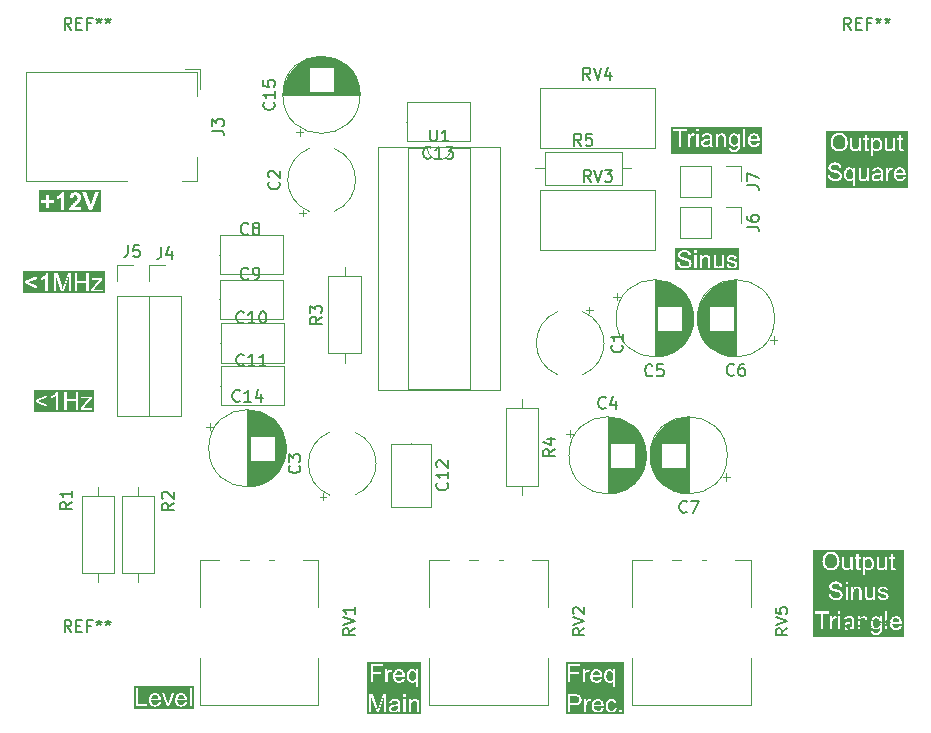
<source format=gbr>
%TF.GenerationSoftware,KiCad,Pcbnew,8.0.4*%
%TF.CreationDate,2024-07-20T11:29:03+02:00*%
%TF.ProjectId,Generatpr XR-2206,47656e65-7261-4747-9072-2058522d3232,rev?*%
%TF.SameCoordinates,Original*%
%TF.FileFunction,Legend,Top*%
%TF.FilePolarity,Positive*%
%FSLAX46Y46*%
G04 Gerber Fmt 4.6, Leading zero omitted, Abs format (unit mm)*
G04 Created by KiCad (PCBNEW 8.0.4) date 2024-07-20 11:29:03*
%MOMM*%
%LPD*%
G01*
G04 APERTURE LIST*
%ADD10C,0.187500*%
%ADD11C,0.300000*%
%ADD12C,0.150000*%
%ADD13C,0.120000*%
G04 APERTURE END LIST*
D10*
G36*
X173274046Y-102773688D02*
G01*
X173345559Y-102790438D01*
X173415297Y-102829851D01*
X173469313Y-102884043D01*
X173506115Y-102948100D01*
X173528717Y-103024741D01*
X173539288Y-103100198D01*
X172928193Y-103100198D01*
X172930658Y-103072700D01*
X172946207Y-102996540D01*
X172977828Y-102923067D01*
X173024546Y-102861329D01*
X173030036Y-102855829D01*
X173089298Y-102810434D01*
X173163660Y-102780666D01*
X173239602Y-102771936D01*
X173274046Y-102773688D01*
G37*
G36*
X171332350Y-102396991D02*
G01*
X171408373Y-102399757D01*
X171486183Y-102410334D01*
X171491053Y-102411777D01*
X171560800Y-102447211D01*
X171612212Y-102501559D01*
X171626038Y-102523763D01*
X171652285Y-102593166D01*
X171660206Y-102667156D01*
X171652263Y-102744672D01*
X171625179Y-102816468D01*
X171578873Y-102874152D01*
X171531177Y-102906369D01*
X171460714Y-102931610D01*
X171383142Y-102944267D01*
X171303733Y-102947791D01*
X170913189Y-102947791D01*
X170913189Y-102396779D01*
X171299703Y-102396779D01*
X171332350Y-102396991D01*
G37*
G36*
X174267314Y-100246508D02*
G01*
X174345860Y-100264395D01*
X174410803Y-100303421D01*
X174463991Y-100357083D01*
X174485115Y-100386449D01*
X174518912Y-100455417D01*
X174539243Y-100526959D01*
X174550949Y-100608949D01*
X174554117Y-100687543D01*
X174554034Y-100700332D01*
X174548782Y-100784103D01*
X174535360Y-100857811D01*
X174510018Y-100929727D01*
X174468754Y-100994923D01*
X174412147Y-101048246D01*
X174342357Y-101084091D01*
X174264689Y-101096039D01*
X174241845Y-101095105D01*
X174170118Y-101078505D01*
X174105189Y-101041153D01*
X174052564Y-100989794D01*
X174036720Y-100968939D01*
X174002087Y-100904195D01*
X173978537Y-100826171D01*
X173967021Y-100747006D01*
X173963904Y-100671057D01*
X173964232Y-100644169D01*
X173969148Y-100568933D01*
X173982339Y-100491445D01*
X174007246Y-100416455D01*
X174047802Y-100349389D01*
X174103815Y-100294907D01*
X174173695Y-100258282D01*
X174252233Y-100246074D01*
X174267314Y-100246508D01*
G37*
G36*
X173156077Y-100253688D02*
G01*
X173227590Y-100270438D01*
X173297328Y-100309851D01*
X173351343Y-100364043D01*
X173388146Y-100428100D01*
X173410747Y-100504741D01*
X173421319Y-100580198D01*
X172810223Y-100580198D01*
X172812688Y-100552700D01*
X172828238Y-100476540D01*
X172859858Y-100403067D01*
X172906577Y-100341329D01*
X172912066Y-100335829D01*
X172971329Y-100290434D01*
X173045691Y-100260666D01*
X173121633Y-100251936D01*
X173156077Y-100253688D01*
G37*
G36*
X175435927Y-103935114D02*
G01*
X170546487Y-103935114D01*
X170546487Y-102947791D01*
X170713154Y-102947791D01*
X170713154Y-103745000D01*
X170913189Y-103745000D01*
X170913189Y-103123646D01*
X171300803Y-103123646D01*
X171359105Y-103122464D01*
X171448562Y-103115242D01*
X171528377Y-103101455D01*
X171611427Y-103076245D01*
X171680592Y-103041580D01*
X171743737Y-102989190D01*
X171772502Y-102954649D01*
X171813613Y-102889739D01*
X171842977Y-102819148D01*
X171860596Y-102742878D01*
X171866469Y-102660928D01*
X171865414Y-102642976D01*
X172087020Y-102642976D01*
X172087020Y-103745000D01*
X172272401Y-103745000D01*
X172272401Y-103203147D01*
X172726326Y-103203147D01*
X172727562Y-103252381D01*
X172735119Y-103329771D01*
X172753254Y-103414943D01*
X172781281Y-103491716D01*
X172819199Y-103560091D01*
X172867010Y-103620069D01*
X172884983Y-103638037D01*
X172943557Y-103684984D01*
X173009112Y-103721499D01*
X173081648Y-103747581D01*
X173161165Y-103763230D01*
X173247662Y-103768447D01*
X173271211Y-103768086D01*
X173349463Y-103761144D01*
X173421227Y-103745366D01*
X173495302Y-103716515D01*
X173560904Y-103676123D01*
X173568499Y-103670280D01*
X173623826Y-103618279D01*
X173669490Y-103556936D01*
X173705491Y-103486250D01*
X173729065Y-103416737D01*
X173537090Y-103393290D01*
X173517220Y-103441227D01*
X173476467Y-103509294D01*
X173422784Y-103562916D01*
X173399506Y-103578220D01*
X173326616Y-103607272D01*
X173248761Y-103616039D01*
X173231810Y-103615674D01*
X173152333Y-103602902D01*
X173081658Y-103571882D01*
X173019784Y-103522616D01*
X172979071Y-103470570D01*
X172945422Y-103399701D01*
X172926314Y-103325758D01*
X172917934Y-103252606D01*
X173734194Y-103252606D01*
X173734927Y-103202048D01*
X173734797Y-103198018D01*
X173899424Y-103198018D01*
X173901554Y-103264896D01*
X173910205Y-103342876D01*
X173925511Y-103414612D01*
X173952662Y-103492454D01*
X173989395Y-103561306D01*
X174035712Y-103621168D01*
X174044339Y-103630229D01*
X174099705Y-103678555D01*
X174172114Y-103721847D01*
X174240876Y-103747736D01*
X174315820Y-103763269D01*
X174396947Y-103768447D01*
X174408112Y-103768344D01*
X174483180Y-103761852D01*
X174550629Y-103745000D01*
X175057868Y-103745000D01*
X175269260Y-103745000D01*
X175269260Y-103533974D01*
X175057868Y-103533974D01*
X175057868Y-103745000D01*
X174550629Y-103745000D01*
X174562360Y-103742069D01*
X174634488Y-103709096D01*
X174699564Y-103662934D01*
X174714588Y-103649383D01*
X174767413Y-103588852D01*
X174808606Y-103518201D01*
X174835108Y-103448080D01*
X174852704Y-103370209D01*
X174670255Y-103346395D01*
X174654895Y-103418053D01*
X174624631Y-103490365D01*
X174577198Y-103550094D01*
X174543566Y-103575789D01*
X174471897Y-103606766D01*
X174395115Y-103616039D01*
X174378325Y-103615647D01*
X174300387Y-103601923D01*
X174232467Y-103568592D01*
X174174564Y-103515655D01*
X174164316Y-103502588D01*
X174126381Y-103432060D01*
X174103901Y-103353263D01*
X174092909Y-103271882D01*
X174089934Y-103192889D01*
X174090276Y-103166008D01*
X174095406Y-103090879D01*
X174109173Y-103013680D01*
X174135168Y-102939233D01*
X174177495Y-102873053D01*
X174194376Y-102854982D01*
X174257345Y-102807584D01*
X174330618Y-102779934D01*
X174405373Y-102771936D01*
X174422511Y-102772429D01*
X174496102Y-102787756D01*
X174563276Y-102827990D01*
X174593593Y-102859291D01*
X174632309Y-102924904D01*
X174654867Y-102994685D01*
X174835119Y-102966842D01*
X174820294Y-102907134D01*
X174791591Y-102835819D01*
X174747094Y-102766921D01*
X174689672Y-102710020D01*
X174620835Y-102666277D01*
X174550985Y-102639412D01*
X174472984Y-102623859D01*
X174398046Y-102619528D01*
X174354478Y-102621156D01*
X174278624Y-102632291D01*
X174206074Y-102653975D01*
X174136828Y-102686207D01*
X174100875Y-102708681D01*
X174043643Y-102757383D01*
X173996032Y-102816692D01*
X173958043Y-102886608D01*
X173954436Y-102894986D01*
X173929707Y-102965157D01*
X173912304Y-103040914D01*
X173902229Y-103122258D01*
X173899424Y-103198018D01*
X173734797Y-103198018D01*
X173732751Y-103134745D01*
X173723914Y-103056075D01*
X173708279Y-102983470D01*
X173680545Y-102904348D01*
X173643021Y-102833959D01*
X173595708Y-102772302D01*
X173540805Y-102720383D01*
X173469589Y-102673387D01*
X173390659Y-102641012D01*
X173316865Y-102624899D01*
X173237404Y-102619528D01*
X173209387Y-102620127D01*
X173129304Y-102629100D01*
X173055171Y-102648840D01*
X172986988Y-102679349D01*
X172924757Y-102720625D01*
X172868475Y-102772669D01*
X172827524Y-102823557D01*
X172787545Y-102892628D01*
X172757560Y-102970432D01*
X172740208Y-103041939D01*
X172732388Y-103100198D01*
X172729796Y-103119511D01*
X172726326Y-103203147D01*
X172272401Y-103203147D01*
X172272401Y-103169075D01*
X172274864Y-103104195D01*
X172284565Y-103028912D01*
X172303542Y-102951821D01*
X172322844Y-102906930D01*
X172372418Y-102849972D01*
X172407137Y-102828905D01*
X172481595Y-102812969D01*
X172549738Y-102822952D01*
X172617882Y-102852903D01*
X172681629Y-102679612D01*
X172639455Y-102656201D01*
X172567808Y-102629445D01*
X172491120Y-102619528D01*
X172439949Y-102625696D01*
X172371685Y-102656898D01*
X172340609Y-102684264D01*
X172292958Y-102746203D01*
X172254082Y-102811870D01*
X172254082Y-102642976D01*
X172087020Y-102642976D01*
X171865414Y-102642976D01*
X171862817Y-102598756D01*
X171848437Y-102526861D01*
X171820307Y-102453565D01*
X171802103Y-102419601D01*
X171755592Y-102356174D01*
X171699407Y-102306653D01*
X171654291Y-102279850D01*
X171585212Y-102252407D01*
X171512927Y-102235579D01*
X171436663Y-102226090D01*
X171362117Y-102222083D01*
X171283217Y-102220924D01*
X170713154Y-102220924D01*
X170713154Y-102947791D01*
X170546487Y-102947791D01*
X170546487Y-101225000D01*
X170723046Y-101225000D01*
X170922714Y-101225000D01*
X170922714Y-100533304D01*
X171631629Y-100533304D01*
X171631629Y-100357449D01*
X170922714Y-100357449D01*
X170922714Y-100122976D01*
X171969051Y-100122976D01*
X171969051Y-101225000D01*
X172154431Y-101225000D01*
X172154431Y-100683147D01*
X172608356Y-100683147D01*
X172609593Y-100732381D01*
X172617149Y-100809771D01*
X172635284Y-100894943D01*
X172663311Y-100971716D01*
X172701230Y-101040091D01*
X172749040Y-101100069D01*
X172767014Y-101118037D01*
X172825587Y-101164984D01*
X172891142Y-101201499D01*
X172963678Y-101227581D01*
X173043195Y-101243230D01*
X173129693Y-101248447D01*
X173153242Y-101248086D01*
X173231493Y-101241144D01*
X173303258Y-101225366D01*
X173377332Y-101196515D01*
X173442934Y-101156123D01*
X173450529Y-101150280D01*
X173505856Y-101098279D01*
X173551520Y-101036936D01*
X173587521Y-100966250D01*
X173611095Y-100896737D01*
X173419120Y-100873290D01*
X173399250Y-100921227D01*
X173358498Y-100989294D01*
X173304815Y-101042916D01*
X173281536Y-101058220D01*
X173208647Y-101087272D01*
X173130792Y-101096039D01*
X173113840Y-101095674D01*
X173034364Y-101082902D01*
X172963688Y-101051882D01*
X172901814Y-101002616D01*
X172861102Y-100950570D01*
X172827453Y-100879701D01*
X172808345Y-100805758D01*
X172799965Y-100732606D01*
X173616224Y-100732606D01*
X173616957Y-100682048D01*
X173616365Y-100663729D01*
X173773395Y-100663729D01*
X173773637Y-100671057D01*
X173775587Y-100729973D01*
X173784494Y-100807689D01*
X173800252Y-100879753D01*
X173828206Y-100958767D01*
X173866026Y-101029641D01*
X173913712Y-101092376D01*
X173949730Y-101128955D01*
X174016839Y-101181233D01*
X174089138Y-101218574D01*
X174166625Y-101240979D01*
X174249302Y-101248447D01*
X174271038Y-101247823D01*
X174344678Y-101235812D01*
X174414532Y-101208513D01*
X174419375Y-101205974D01*
X174483867Y-101163084D01*
X174535799Y-101107397D01*
X174535799Y-101647051D01*
X174721179Y-101647051D01*
X174721179Y-100122976D01*
X174554117Y-100122976D01*
X174554117Y-100270621D01*
X174515704Y-100221331D01*
X174454804Y-100166361D01*
X174385593Y-100127765D01*
X174308073Y-100105543D01*
X174235014Y-100099528D01*
X174218839Y-100099793D01*
X174140457Y-100109060D01*
X174066226Y-100131564D01*
X173996144Y-100167306D01*
X173969835Y-100185246D01*
X173911073Y-100238813D01*
X173866753Y-100297668D01*
X173830548Y-100366608D01*
X173805543Y-100434500D01*
X173787683Y-100506651D01*
X173776967Y-100583061D01*
X173773395Y-100663729D01*
X173616365Y-100663729D01*
X173614782Y-100614745D01*
X173605945Y-100536075D01*
X173590310Y-100463470D01*
X173562575Y-100384348D01*
X173525051Y-100313959D01*
X173477739Y-100252302D01*
X173422836Y-100200383D01*
X173351619Y-100153387D01*
X173272689Y-100121012D01*
X173198895Y-100104899D01*
X173119434Y-100099528D01*
X173091418Y-100100127D01*
X173011334Y-100109100D01*
X172937201Y-100128840D01*
X172869019Y-100159349D01*
X172806787Y-100200625D01*
X172750506Y-100252669D01*
X172709554Y-100303557D01*
X172669575Y-100372628D01*
X172639590Y-100450432D01*
X172622238Y-100521939D01*
X172614419Y-100580198D01*
X172611827Y-100599511D01*
X172608356Y-100683147D01*
X172154431Y-100683147D01*
X172154431Y-100649075D01*
X172156894Y-100584195D01*
X172166595Y-100508912D01*
X172185572Y-100431821D01*
X172204875Y-100386930D01*
X172254448Y-100329972D01*
X172289168Y-100308905D01*
X172363625Y-100292969D01*
X172431769Y-100302952D01*
X172499913Y-100332903D01*
X172563660Y-100159612D01*
X172521485Y-100136201D01*
X172449838Y-100109445D01*
X172373150Y-100099528D01*
X172321979Y-100105696D01*
X172253716Y-100136898D01*
X172222640Y-100164264D01*
X172174989Y-100226203D01*
X172136113Y-100291870D01*
X172136113Y-100122976D01*
X171969051Y-100122976D01*
X170922714Y-100122976D01*
X170922714Y-99876779D01*
X171741905Y-99876779D01*
X171741905Y-99700924D01*
X170723046Y-99700924D01*
X170723046Y-101225000D01*
X170546487Y-101225000D01*
X170546487Y-99534257D01*
X175435927Y-99534257D01*
X175435927Y-103935114D01*
G37*
G36*
X130605920Y-78289167D02*
G01*
X125469917Y-78289167D01*
X125469917Y-77278396D01*
X125636584Y-77278396D01*
X125636584Y-77442527D01*
X126637125Y-77888026D01*
X126637125Y-77700448D01*
X125843580Y-77361561D01*
X126637125Y-77043923D01*
X126637125Y-76973581D01*
X126976012Y-76973581D01*
X126976012Y-77161160D01*
X127038095Y-77135185D01*
X127105460Y-77101591D01*
X127171284Y-77064439D01*
X127229186Y-77027963D01*
X127290982Y-76983381D01*
X127347139Y-76934747D01*
X127347139Y-78122500D01*
X127532519Y-78122500D01*
X128083165Y-78122500D01*
X128283200Y-78122500D01*
X128283200Y-77407356D01*
X129068318Y-77407356D01*
X129068318Y-78122500D01*
X129268353Y-78122500D01*
X129268353Y-77973389D01*
X129470953Y-77973389D01*
X129470953Y-78122500D01*
X130439253Y-78122500D01*
X130439253Y-77964230D01*
X129933304Y-77964230D01*
X129926466Y-77964239D01*
X129849258Y-77965518D01*
X129775914Y-77968559D01*
X129699564Y-77973389D01*
X129813870Y-77845162D01*
X130406281Y-77143208D01*
X130406281Y-77020476D01*
X129511986Y-77020476D01*
X129511986Y-77172883D01*
X129958217Y-77172883D01*
X130011350Y-77172391D01*
X130089137Y-77170201D01*
X130167411Y-77166655D01*
X129470953Y-77973389D01*
X129268353Y-77973389D01*
X129268353Y-76598424D01*
X129068318Y-76598424D01*
X129068318Y-77231502D01*
X128283200Y-77231502D01*
X128283200Y-76598424D01*
X128083165Y-76598424D01*
X128083165Y-78122500D01*
X127532519Y-78122500D01*
X127532519Y-76598424D01*
X127413085Y-76598424D01*
X127396308Y-76628801D01*
X127352774Y-76690468D01*
X127302214Y-76747008D01*
X127248221Y-76798093D01*
X127240901Y-76804497D01*
X127179586Y-76853596D01*
X127113372Y-76898893D01*
X127042257Y-76940390D01*
X126976012Y-76973581D01*
X126637125Y-76973581D01*
X126637125Y-76856345D01*
X125636584Y-77278396D01*
X125469917Y-77278396D01*
X125469917Y-76431757D01*
X130605920Y-76431757D01*
X130605920Y-78289167D01*
G37*
G36*
X185216562Y-66345114D02*
G01*
X179802855Y-66345114D01*
X179802855Y-65656011D01*
X179969522Y-65656011D01*
X179973661Y-65712992D01*
X179987353Y-65785441D01*
X180013925Y-65862128D01*
X180052320Y-65933715D01*
X180083958Y-65977452D01*
X180139287Y-66034990D01*
X180204064Y-66082849D01*
X180269574Y-66117264D01*
X180305323Y-66131604D01*
X180383038Y-66154547D01*
X180457839Y-66168349D01*
X180538985Y-66176296D01*
X180613590Y-66178447D01*
X180682733Y-66175589D01*
X180757975Y-66165325D01*
X180799450Y-66155000D01*
X181414463Y-66155000D01*
X181599843Y-66155000D01*
X181599843Y-65052976D01*
X181879379Y-65052976D01*
X181879379Y-66155000D01*
X182064759Y-66155000D01*
X182064759Y-65551964D01*
X182067786Y-65477084D01*
X182078968Y-65401868D01*
X182105453Y-65324379D01*
X182150855Y-65263635D01*
X182207813Y-65223643D01*
X182277740Y-65196759D01*
X182355286Y-65187798D01*
X182416645Y-65194319D01*
X182484613Y-65221870D01*
X182521363Y-65250395D01*
X182561549Y-65312362D01*
X182567776Y-65331406D01*
X182580125Y-65405498D01*
X182583165Y-65483087D01*
X182583165Y-66155000D01*
X182768545Y-66155000D01*
X182768545Y-65734780D01*
X183042952Y-65734780D01*
X183043052Y-65756607D01*
X183045447Y-65832582D01*
X183054309Y-65909169D01*
X183075078Y-65980208D01*
X183111462Y-66047288D01*
X183116758Y-66054266D01*
X183171186Y-66104733D01*
X183236392Y-66141078D01*
X183268304Y-66153777D01*
X183340541Y-66172279D01*
X183417010Y-66178447D01*
X183444083Y-66177727D01*
X183521011Y-66166929D01*
X183591499Y-66143174D01*
X183655547Y-66106462D01*
X183713155Y-66056792D01*
X183764323Y-65994166D01*
X183764323Y-66155000D01*
X183930286Y-66155000D01*
X183930286Y-65831866D01*
X184140945Y-65831866D01*
X184155457Y-65893338D01*
X184183621Y-65966084D01*
X184227349Y-66035334D01*
X184283827Y-66091252D01*
X184305671Y-66106835D01*
X184372641Y-66140895D01*
X184452297Y-66164056D01*
X184532401Y-66175381D01*
X184608793Y-66178447D01*
X184616826Y-66178403D01*
X184694249Y-66173122D01*
X184766377Y-66159040D01*
X184839602Y-66133384D01*
X184887687Y-66108540D01*
X184948481Y-66062601D01*
X184995673Y-66006256D01*
X185014100Y-65974957D01*
X185040946Y-65904493D01*
X185049895Y-65830401D01*
X185049506Y-65812814D01*
X185037384Y-65737981D01*
X185005565Y-65671032D01*
X185002762Y-65667055D01*
X184948952Y-65611493D01*
X184883199Y-65573213D01*
X184836923Y-65555170D01*
X184767072Y-65532024D01*
X184689168Y-65508920D01*
X184608793Y-65486751D01*
X184592225Y-65482186D01*
X184516194Y-65460863D01*
X184445028Y-65439124D01*
X184433338Y-65434018D01*
X184373953Y-65389298D01*
X184351239Y-65324085D01*
X184358915Y-65283282D01*
X184405827Y-65224434D01*
X184437700Y-65205841D01*
X184509030Y-65186958D01*
X184588276Y-65181936D01*
X184614534Y-65182663D01*
X184689357Y-65195068D01*
X184755705Y-65228464D01*
X184803240Y-65284060D01*
X184827146Y-65357791D01*
X185008496Y-65333244D01*
X185003733Y-65307622D01*
X184981929Y-65233520D01*
X184944749Y-65165450D01*
X184928965Y-65146507D01*
X184871543Y-65100225D01*
X184800767Y-65066165D01*
X184730254Y-65045306D01*
X184652208Y-65033106D01*
X184574721Y-65029528D01*
X184564092Y-65029616D01*
X184487021Y-65035836D01*
X184414620Y-65051877D01*
X184362997Y-65069806D01*
X184296650Y-65106099D01*
X184247776Y-65149316D01*
X184205426Y-65209780D01*
X184181496Y-65270847D01*
X184172086Y-65345701D01*
X184182253Y-65422821D01*
X184212753Y-65492979D01*
X184215332Y-65497096D01*
X184266714Y-65555371D01*
X184332188Y-65597027D01*
X184393654Y-65621971D01*
X184469897Y-65646746D01*
X184542901Y-65667538D01*
X184615021Y-65686420D01*
X184659541Y-65698110D01*
X184731998Y-65719505D01*
X184804431Y-65749801D01*
X184835719Y-65778148D01*
X184859386Y-65849818D01*
X184843907Y-65916313D01*
X184797470Y-65973649D01*
X184752333Y-66001277D01*
X184681167Y-66020923D01*
X184607694Y-66026039D01*
X184554917Y-66023287D01*
X184476925Y-66005762D01*
X184410223Y-65968520D01*
X184382078Y-65940954D01*
X184343762Y-65877015D01*
X184324494Y-65803290D01*
X184140945Y-65831866D01*
X183930286Y-65831866D01*
X183930286Y-65052976D01*
X183744906Y-65052976D01*
X183744906Y-65643921D01*
X183743005Y-65710439D01*
X183734186Y-65788218D01*
X183714497Y-65859710D01*
X183712555Y-65864328D01*
X183670091Y-65929941D01*
X183610816Y-65977313D01*
X183601619Y-65982503D01*
X183530172Y-66010759D01*
X183454379Y-66020177D01*
X183381945Y-66010920D01*
X183314061Y-65978046D01*
X183269518Y-65931624D01*
X183240056Y-65862274D01*
X183233590Y-65815965D01*
X183229597Y-65739672D01*
X183228698Y-65664804D01*
X183228698Y-65052976D01*
X183042952Y-65052976D01*
X183042952Y-65734780D01*
X182768545Y-65734780D01*
X182768545Y-65478325D01*
X182768455Y-65454693D01*
X182766291Y-65373884D01*
X182758287Y-65296974D01*
X182737357Y-65226929D01*
X182700401Y-65159221D01*
X182695107Y-65152029D01*
X182640908Y-65100875D01*
X182576204Y-65065432D01*
X182544588Y-65053231D01*
X182472198Y-65035454D01*
X182394487Y-65029528D01*
X182380349Y-65029702D01*
X182299927Y-65038049D01*
X182227052Y-65058914D01*
X182151570Y-65099080D01*
X182095049Y-65147071D01*
X182046075Y-65207581D01*
X182046075Y-65052976D01*
X181879379Y-65052976D01*
X181599843Y-65052976D01*
X181414463Y-65052976D01*
X181414463Y-66155000D01*
X180799450Y-66155000D01*
X180829187Y-66147597D01*
X180904483Y-66118729D01*
X180928201Y-66107114D01*
X180992978Y-66067244D01*
X181053735Y-66014107D01*
X181102687Y-65951667D01*
X181111071Y-65938195D01*
X181144881Y-65869201D01*
X181165167Y-65797488D01*
X181171929Y-65723056D01*
X181165776Y-65649368D01*
X181144791Y-65574758D01*
X181108915Y-65506901D01*
X181100813Y-65495305D01*
X181046585Y-65436079D01*
X180983087Y-65388924D01*
X180914375Y-65351929D01*
X180882252Y-65338546D01*
X180805632Y-65312790D01*
X180729330Y-65291274D01*
X180652290Y-65271799D01*
X180579885Y-65254842D01*
X180495066Y-65234063D01*
X180423333Y-65213489D01*
X180348045Y-65186378D01*
X180278733Y-65146399D01*
X180234495Y-65086315D01*
X180219749Y-65011577D01*
X180222660Y-64977110D01*
X180252092Y-64904301D01*
X180302547Y-64850376D01*
X180343630Y-64824252D01*
X180418620Y-64798063D01*
X180492420Y-64786540D01*
X180567062Y-64783332D01*
X180619369Y-64785138D01*
X180694428Y-64795545D01*
X180766170Y-64818311D01*
X180830112Y-64857337D01*
X180840997Y-64866866D01*
X180890529Y-64929197D01*
X180920382Y-65000438D01*
X180934892Y-65076423D01*
X181126500Y-65061769D01*
X181125609Y-65045162D01*
X181113637Y-64965392D01*
X181089144Y-64891060D01*
X181062758Y-64841950D01*
X181414463Y-64841950D01*
X181599843Y-64841950D01*
X181599843Y-64630924D01*
X181414463Y-64630924D01*
X181414463Y-64841950D01*
X181062758Y-64841950D01*
X181052128Y-64822166D01*
X181038692Y-64802768D01*
X180986371Y-64744665D01*
X180922457Y-64696651D01*
X180855024Y-64662065D01*
X180788438Y-64638183D01*
X180716905Y-64621124D01*
X180640426Y-64610889D01*
X180559002Y-64607477D01*
X180511949Y-64608747D01*
X180430724Y-64617434D01*
X180353963Y-64634352D01*
X180281664Y-64659501D01*
X180266326Y-64666192D01*
X180196588Y-64705319D01*
X180138442Y-64753891D01*
X180091888Y-64811908D01*
X180057691Y-64875922D01*
X180034704Y-64949808D01*
X180027041Y-65027330D01*
X180030361Y-65078621D01*
X180047792Y-65150749D01*
X180080164Y-65217107D01*
X180118732Y-65267353D01*
X180173555Y-65316508D01*
X180241364Y-65359256D01*
X180313511Y-65390678D01*
X180384471Y-65414400D01*
X180459334Y-65435758D01*
X180532990Y-65454511D01*
X180570713Y-65463690D01*
X180648667Y-65483305D01*
X180728181Y-65504815D01*
X180801901Y-65528517D01*
X180813552Y-65533119D01*
X180883326Y-65569183D01*
X180937823Y-65618642D01*
X180966123Y-65668881D01*
X180979222Y-65743572D01*
X180969803Y-65807527D01*
X180936357Y-65874364D01*
X180930867Y-65881730D01*
X180874173Y-65933548D01*
X180805931Y-65968520D01*
X180754563Y-65984990D01*
X180679490Y-65998566D01*
X180604065Y-66002592D01*
X180596052Y-66002547D01*
X180518644Y-65997094D01*
X180446172Y-65982554D01*
X180372156Y-65956064D01*
X180329693Y-65934162D01*
X180268891Y-65890173D01*
X180220115Y-65833332D01*
X180195488Y-65787311D01*
X180171308Y-65715493D01*
X180157833Y-65639159D01*
X179969522Y-65656011D01*
X179802855Y-65656011D01*
X179802855Y-64440810D01*
X185216562Y-64440810D01*
X185216562Y-66345114D01*
G37*
G36*
X194582597Y-57766508D02*
G01*
X194661143Y-57784395D01*
X194726087Y-57823421D01*
X194779275Y-57877083D01*
X194800398Y-57906449D01*
X194834195Y-57975417D01*
X194854526Y-58046959D01*
X194866232Y-58128949D01*
X194869400Y-58207543D01*
X194869317Y-58220332D01*
X194864065Y-58304103D01*
X194850644Y-58377811D01*
X194825302Y-58449727D01*
X194784037Y-58514923D01*
X194727430Y-58568246D01*
X194657641Y-58604091D01*
X194579972Y-58616039D01*
X194557129Y-58615105D01*
X194485401Y-58598505D01*
X194420472Y-58561153D01*
X194367848Y-58509794D01*
X194352003Y-58488939D01*
X194317370Y-58424195D01*
X194293820Y-58346171D01*
X194282304Y-58267006D01*
X194279187Y-58191057D01*
X194279515Y-58164169D01*
X194284431Y-58088933D01*
X194297622Y-58011445D01*
X194322529Y-57936455D01*
X194363085Y-57869389D01*
X194419098Y-57814907D01*
X194488978Y-57778282D01*
X194567516Y-57766074D01*
X194582597Y-57766508D01*
G37*
G36*
X197188120Y-58257002D02*
G01*
X197187386Y-58294329D01*
X197179641Y-58371798D01*
X197158078Y-58444581D01*
X197144745Y-58469491D01*
X197095899Y-58530199D01*
X197035346Y-58574640D01*
X196997804Y-58593055D01*
X196921945Y-58615255D01*
X196844836Y-58621901D01*
X196818624Y-58621117D01*
X196744583Y-58607736D01*
X196680339Y-58571709D01*
X196640105Y-58519100D01*
X196624285Y-58446046D01*
X196625187Y-58427821D01*
X196649931Y-58356287D01*
X196662328Y-58339585D01*
X196723203Y-58295104D01*
X196736152Y-58289946D01*
X196808784Y-58270575D01*
X196885136Y-58257369D01*
X196968632Y-58244288D01*
X197042486Y-58230050D01*
X197115083Y-58212362D01*
X197188120Y-58188126D01*
X197188120Y-58257002D01*
G37*
G36*
X198842260Y-57773688D02*
G01*
X198913773Y-57790438D01*
X198983511Y-57829851D01*
X199037527Y-57884043D01*
X199074329Y-57948100D01*
X199096931Y-58024741D01*
X199107502Y-58100198D01*
X198496407Y-58100198D01*
X198498872Y-58072700D01*
X198514421Y-57996540D01*
X198546042Y-57923067D01*
X198592760Y-57861329D01*
X198598250Y-57855829D01*
X198657512Y-57810434D01*
X198731874Y-57780666D01*
X198807816Y-57771936D01*
X198842260Y-57773688D01*
G37*
G36*
X196918410Y-55258455D02*
G01*
X196988695Y-55295599D01*
X197045604Y-55350854D01*
X197056029Y-55364318D01*
X197094621Y-55435107D01*
X197117490Y-55512043D01*
X197128672Y-55590182D01*
X197131699Y-55665195D01*
X197131354Y-55692313D01*
X197126181Y-55768258D01*
X197112299Y-55846604D01*
X197086086Y-55922619D01*
X197043405Y-55990893D01*
X197032276Y-56003625D01*
X196972462Y-56054966D01*
X196905708Y-56085771D01*
X196832013Y-56096039D01*
X196752633Y-56084048D01*
X196681738Y-56048073D01*
X196624651Y-55994556D01*
X196614314Y-55981439D01*
X196576051Y-55911713D01*
X196553376Y-55835040D01*
X196542289Y-55756606D01*
X196539288Y-55680949D01*
X196539645Y-55654826D01*
X196546504Y-55569598D01*
X196562094Y-55494011D01*
X196590602Y-55419433D01*
X196630513Y-55357449D01*
X196642022Y-55343962D01*
X196696433Y-55294039D01*
X196761921Y-55259235D01*
X196840073Y-55246074D01*
X196918410Y-55258455D01*
G37*
G36*
X193720943Y-54849339D02*
G01*
X193799984Y-54862126D01*
X193874446Y-54887026D01*
X193944330Y-54924040D01*
X193987358Y-54954819D01*
X194044268Y-55009247D01*
X194092021Y-55073585D01*
X194126779Y-55139096D01*
X194134321Y-55156637D01*
X194159623Y-55230494D01*
X194177140Y-55310258D01*
X194186081Y-55384898D01*
X194189061Y-55464061D01*
X194185501Y-55552722D01*
X194174822Y-55634835D01*
X194157022Y-55710402D01*
X194132103Y-55779420D01*
X194092802Y-55853601D01*
X194043248Y-55918353D01*
X194024710Y-55937740D01*
X193965350Y-55988397D01*
X193900375Y-56027797D01*
X193829784Y-56055940D01*
X193753577Y-56072825D01*
X193671755Y-56078454D01*
X193644385Y-56077834D01*
X193565761Y-56068539D01*
X193492367Y-56048090D01*
X193424202Y-56016487D01*
X193361266Y-55973729D01*
X193303559Y-55919818D01*
X193261236Y-55867391D01*
X193219917Y-55796946D01*
X193188927Y-55718284D01*
X193170994Y-55646455D01*
X193160234Y-55568919D01*
X193156647Y-55485676D01*
X193157244Y-55443444D01*
X193162018Y-55363600D01*
X193171566Y-55289915D01*
X193190215Y-55206470D01*
X193216324Y-55132650D01*
X193257501Y-55056770D01*
X193309421Y-54994748D01*
X193328795Y-54976914D01*
X193389700Y-54930314D01*
X193454779Y-54894070D01*
X193524030Y-54868181D01*
X193597455Y-54852648D01*
X193675052Y-54847470D01*
X193720943Y-54849339D01*
G37*
G36*
X199469808Y-59333718D02*
G01*
X192543016Y-59333718D01*
X192543016Y-58246011D01*
X192709683Y-58246011D01*
X192713822Y-58302992D01*
X192727514Y-58375441D01*
X192754086Y-58452128D01*
X192792481Y-58523715D01*
X192824119Y-58567452D01*
X192879448Y-58624990D01*
X192944225Y-58672849D01*
X193009735Y-58707264D01*
X193045484Y-58721604D01*
X193123199Y-58744547D01*
X193198000Y-58758349D01*
X193279146Y-58766296D01*
X193353751Y-58768447D01*
X193422894Y-58765589D01*
X193498136Y-58755325D01*
X193569348Y-58737597D01*
X193644644Y-58708729D01*
X193668362Y-58697114D01*
X193733139Y-58657244D01*
X193793896Y-58604107D01*
X193842848Y-58541667D01*
X193851232Y-58528195D01*
X193885042Y-58459201D01*
X193905328Y-58387488D01*
X193912090Y-58313056D01*
X193905937Y-58239368D01*
X193890288Y-58183729D01*
X194088678Y-58183729D01*
X194088920Y-58191057D01*
X194090870Y-58249973D01*
X194099777Y-58327689D01*
X194115536Y-58399753D01*
X194143489Y-58478767D01*
X194181309Y-58549641D01*
X194228995Y-58612376D01*
X194265014Y-58648955D01*
X194332123Y-58701233D01*
X194404421Y-58738574D01*
X194481908Y-58760979D01*
X194564585Y-58768447D01*
X194586321Y-58767823D01*
X194659962Y-58755812D01*
X194729815Y-58728513D01*
X194734659Y-58725974D01*
X194799150Y-58683084D01*
X194851082Y-58627397D01*
X194851082Y-59167051D01*
X195036462Y-59167051D01*
X195036462Y-58324780D01*
X195317097Y-58324780D01*
X195317197Y-58346607D01*
X195319593Y-58422582D01*
X195328455Y-58499169D01*
X195349224Y-58570208D01*
X195385607Y-58637288D01*
X195390904Y-58644266D01*
X195445332Y-58694733D01*
X195510538Y-58731078D01*
X195542450Y-58743777D01*
X195614686Y-58762279D01*
X195691155Y-58768447D01*
X195718229Y-58767727D01*
X195795157Y-58756929D01*
X195865645Y-58733174D01*
X195929693Y-58696462D01*
X195987301Y-58646792D01*
X196038469Y-58584166D01*
X196038469Y-58745000D01*
X196204432Y-58745000D01*
X196204432Y-58451908D01*
X196426448Y-58451908D01*
X196426826Y-58469026D01*
X196440050Y-58548817D01*
X196472164Y-58618949D01*
X196523169Y-58679420D01*
X196576910Y-58718369D01*
X196649794Y-58748885D01*
X196725626Y-58764187D01*
X196800506Y-58768447D01*
X196854224Y-58766157D01*
X196931539Y-58754136D01*
X197004938Y-58731810D01*
X197016919Y-58727028D01*
X197083839Y-58693457D01*
X197146178Y-58652270D01*
X197203507Y-58606514D01*
X197214557Y-58671970D01*
X197240510Y-58745000D01*
X197434316Y-58745000D01*
X197406415Y-58684372D01*
X197387055Y-58612742D01*
X197384308Y-58592535D01*
X197379041Y-58515870D01*
X197376717Y-58439980D01*
X197375618Y-58360365D01*
X197375332Y-58283747D01*
X197375332Y-58034986D01*
X197375296Y-58019760D01*
X197373579Y-57940969D01*
X197366173Y-57863161D01*
X197346979Y-57800960D01*
X197308287Y-57736032D01*
X197305677Y-57732912D01*
X197247403Y-57685015D01*
X197179693Y-57652868D01*
X197174170Y-57650816D01*
X197144363Y-57642976D01*
X197655234Y-57642976D01*
X197655234Y-58745000D01*
X197840614Y-58745000D01*
X197840614Y-58203147D01*
X198294540Y-58203147D01*
X198295776Y-58252381D01*
X198303333Y-58329771D01*
X198321468Y-58414943D01*
X198349494Y-58491716D01*
X198387413Y-58560091D01*
X198435224Y-58620069D01*
X198453197Y-58638037D01*
X198511771Y-58684984D01*
X198577326Y-58721499D01*
X198649862Y-58747581D01*
X198729378Y-58763230D01*
X198815876Y-58768447D01*
X198839425Y-58768086D01*
X198917676Y-58761144D01*
X198989441Y-58745366D01*
X199063515Y-58716515D01*
X199129118Y-58676123D01*
X199136713Y-58670280D01*
X199192040Y-58618279D01*
X199237703Y-58556936D01*
X199273704Y-58486250D01*
X199297279Y-58416737D01*
X199105304Y-58393290D01*
X199085434Y-58441227D01*
X199044681Y-58509294D01*
X198990998Y-58562916D01*
X198967719Y-58578220D01*
X198894830Y-58607272D01*
X198816975Y-58616039D01*
X198800024Y-58615674D01*
X198720547Y-58602902D01*
X198649872Y-58571882D01*
X198587998Y-58522616D01*
X198547285Y-58470570D01*
X198513636Y-58399701D01*
X198494528Y-58325758D01*
X198486148Y-58252606D01*
X199302408Y-58252606D01*
X199303141Y-58202048D01*
X199300965Y-58134745D01*
X199292128Y-58056075D01*
X199276493Y-57983470D01*
X199248758Y-57904348D01*
X199211235Y-57833959D01*
X199163922Y-57772302D01*
X199109019Y-57720383D01*
X199037803Y-57673387D01*
X198958873Y-57641012D01*
X198885079Y-57624899D01*
X198805618Y-57619528D01*
X198777601Y-57620127D01*
X198697518Y-57629100D01*
X198623385Y-57648840D01*
X198555202Y-57679349D01*
X198492970Y-57720625D01*
X198436689Y-57772669D01*
X198395738Y-57823557D01*
X198355758Y-57892628D01*
X198325774Y-57970432D01*
X198308422Y-58041939D01*
X198300602Y-58100198D01*
X198298010Y-58119511D01*
X198294540Y-58203147D01*
X197840614Y-58203147D01*
X197840614Y-58169075D01*
X197843078Y-58104195D01*
X197852779Y-58028912D01*
X197871755Y-57951821D01*
X197891058Y-57906930D01*
X197940632Y-57849972D01*
X197975351Y-57828905D01*
X198049808Y-57812969D01*
X198117952Y-57822952D01*
X198186096Y-57852903D01*
X198249843Y-57679612D01*
X198207669Y-57656201D01*
X198136021Y-57629445D01*
X198059334Y-57619528D01*
X198008162Y-57625696D01*
X197939899Y-57656898D01*
X197908823Y-57684264D01*
X197861172Y-57746203D01*
X197822296Y-57811870D01*
X197822296Y-57642976D01*
X197655234Y-57642976D01*
X197144363Y-57642976D01*
X197099904Y-57631282D01*
X197026759Y-57622166D01*
X196952181Y-57619528D01*
X196934637Y-57619676D01*
X196858983Y-57623987D01*
X196781245Y-57635780D01*
X196703420Y-57657264D01*
X196659018Y-57675156D01*
X196594078Y-57713006D01*
X196539655Y-57764242D01*
X196510411Y-57806640D01*
X196479173Y-57873899D01*
X196458322Y-57946325D01*
X196639672Y-57971238D01*
X196647687Y-57944448D01*
X196680691Y-57871928D01*
X196731996Y-57815900D01*
X196777613Y-57792716D01*
X196850016Y-57776229D01*
X196925070Y-57771936D01*
X196998522Y-57776892D01*
X197073419Y-57796408D01*
X197136462Y-57834584D01*
X197151555Y-57850629D01*
X197181485Y-57918190D01*
X197188852Y-57993220D01*
X197188120Y-58041580D01*
X197174377Y-58046211D01*
X197101093Y-58066059D01*
X197020235Y-58082340D01*
X196937351Y-58095533D01*
X196857293Y-58106060D01*
X196843726Y-58107759D01*
X196766145Y-58119010D01*
X196692429Y-58134270D01*
X196626006Y-58158195D01*
X196558706Y-58195819D01*
X196505308Y-58242897D01*
X196463085Y-58303531D01*
X196460831Y-58307735D01*
X196434498Y-58378798D01*
X196427093Y-58446046D01*
X196426448Y-58451908D01*
X196204432Y-58451908D01*
X196204432Y-57642976D01*
X196019051Y-57642976D01*
X196019051Y-58233921D01*
X196017151Y-58300439D01*
X196008331Y-58378218D01*
X195988643Y-58449710D01*
X195986701Y-58454328D01*
X195944237Y-58519941D01*
X195884962Y-58567313D01*
X195875764Y-58572503D01*
X195804318Y-58600759D01*
X195728524Y-58610177D01*
X195656091Y-58600920D01*
X195588207Y-58568046D01*
X195543664Y-58521624D01*
X195514201Y-58452274D01*
X195507735Y-58405965D01*
X195503742Y-58329672D01*
X195502844Y-58254804D01*
X195502844Y-57642976D01*
X195317097Y-57642976D01*
X195317097Y-58324780D01*
X195036462Y-58324780D01*
X195036462Y-57642976D01*
X194869400Y-57642976D01*
X194869400Y-57790621D01*
X194830987Y-57741331D01*
X194770087Y-57686361D01*
X194700877Y-57647765D01*
X194623357Y-57625543D01*
X194550297Y-57619528D01*
X194534123Y-57619793D01*
X194455741Y-57629060D01*
X194381509Y-57651564D01*
X194311427Y-57687306D01*
X194285118Y-57705246D01*
X194226357Y-57758813D01*
X194182036Y-57817668D01*
X194145831Y-57886608D01*
X194120826Y-57954500D01*
X194102966Y-58026651D01*
X194092250Y-58103061D01*
X194088678Y-58183729D01*
X193890288Y-58183729D01*
X193884952Y-58164758D01*
X193849076Y-58096901D01*
X193840974Y-58085305D01*
X193786746Y-58026079D01*
X193723248Y-57978924D01*
X193654536Y-57941929D01*
X193622413Y-57928546D01*
X193545793Y-57902790D01*
X193469491Y-57881274D01*
X193392451Y-57861799D01*
X193320046Y-57844842D01*
X193235227Y-57824063D01*
X193163494Y-57803489D01*
X193088206Y-57776378D01*
X193018894Y-57736399D01*
X192974656Y-57676315D01*
X192959910Y-57601577D01*
X192962821Y-57567110D01*
X192992253Y-57494301D01*
X193042708Y-57440376D01*
X193083791Y-57414252D01*
X193158781Y-57388063D01*
X193232581Y-57376540D01*
X193307223Y-57373332D01*
X193359530Y-57375138D01*
X193434589Y-57385545D01*
X193506331Y-57408311D01*
X193570273Y-57447337D01*
X193581158Y-57456866D01*
X193630690Y-57519197D01*
X193660543Y-57590438D01*
X193675053Y-57666423D01*
X193866661Y-57651769D01*
X193865770Y-57635162D01*
X193853798Y-57555392D01*
X193829305Y-57481060D01*
X193792289Y-57412166D01*
X193778853Y-57392768D01*
X193726532Y-57334665D01*
X193662618Y-57286651D01*
X193595185Y-57252065D01*
X193528599Y-57228183D01*
X193457066Y-57211124D01*
X193380587Y-57200889D01*
X193299163Y-57197477D01*
X193252110Y-57198747D01*
X193170885Y-57207434D01*
X193094124Y-57224352D01*
X193021825Y-57249501D01*
X193006487Y-57256192D01*
X192936749Y-57295319D01*
X192878603Y-57343891D01*
X192832049Y-57401908D01*
X192797852Y-57465922D01*
X192774865Y-57539808D01*
X192767202Y-57617330D01*
X192770522Y-57668621D01*
X192787953Y-57740749D01*
X192820325Y-57807107D01*
X192858893Y-57857353D01*
X192913716Y-57906508D01*
X192981525Y-57949256D01*
X193053672Y-57980678D01*
X193124632Y-58004400D01*
X193199495Y-58025758D01*
X193273151Y-58044511D01*
X193310874Y-58053690D01*
X193388828Y-58073305D01*
X193468342Y-58094815D01*
X193542062Y-58118517D01*
X193553713Y-58123119D01*
X193623487Y-58159183D01*
X193677984Y-58208642D01*
X193706284Y-58258881D01*
X193719383Y-58333572D01*
X193709964Y-58397527D01*
X193676518Y-58464364D01*
X193671028Y-58471730D01*
X193614334Y-58523548D01*
X193546092Y-58558520D01*
X193494724Y-58574990D01*
X193419651Y-58588566D01*
X193344226Y-58592592D01*
X193336213Y-58592547D01*
X193258805Y-58587094D01*
X193186333Y-58572554D01*
X193112317Y-58546064D01*
X193069854Y-58524162D01*
X193009052Y-58480173D01*
X192960276Y-58423332D01*
X192935649Y-58377311D01*
X192911469Y-58305493D01*
X192897994Y-58229159D01*
X192709683Y-58246011D01*
X192543016Y-58246011D01*
X192543016Y-55483112D01*
X192950384Y-55483112D01*
X192950489Y-55485676D01*
X192953423Y-55557391D01*
X192962542Y-55630201D01*
X192980865Y-55713291D01*
X193007462Y-55794383D01*
X193036846Y-55862299D01*
X193059818Y-55905908D01*
X193106108Y-55976548D01*
X193160146Y-56039966D01*
X193221933Y-56096160D01*
X193291469Y-56145132D01*
X193312665Y-56157643D01*
X193378366Y-56190332D01*
X193447235Y-56215757D01*
X193519273Y-56233918D01*
X193594479Y-56244815D01*
X193672854Y-56248447D01*
X193721621Y-56246981D01*
X193804951Y-56237364D01*
X193885722Y-56218771D01*
X193963933Y-56191202D01*
X194039585Y-56154658D01*
X194090820Y-56123193D01*
X194156209Y-56071899D01*
X194214199Y-56012156D01*
X194264791Y-55943962D01*
X194302268Y-55878785D01*
X194313536Y-55855790D01*
X194334615Y-55804780D01*
X194615876Y-55804780D01*
X194615976Y-55826607D01*
X194618371Y-55902582D01*
X194627233Y-55979169D01*
X194648002Y-56050208D01*
X194684386Y-56117288D01*
X194689682Y-56124266D01*
X194744110Y-56174733D01*
X194809316Y-56211078D01*
X194841228Y-56223777D01*
X194913465Y-56242279D01*
X194989934Y-56248447D01*
X195017007Y-56247727D01*
X195093935Y-56236929D01*
X195164423Y-56213174D01*
X195228471Y-56176462D01*
X195286079Y-56126792D01*
X195337247Y-56064166D01*
X195337247Y-56225000D01*
X195503210Y-56225000D01*
X195503210Y-55122976D01*
X195686026Y-55122976D01*
X195686026Y-55269521D01*
X195822313Y-55269521D01*
X195822313Y-55908461D01*
X195823383Y-55977080D01*
X195828621Y-56055705D01*
X195844662Y-56130844D01*
X195866334Y-56167578D01*
X195923063Y-56216207D01*
X195933904Y-56221968D01*
X196005208Y-56243126D01*
X196079867Y-56248447D01*
X196145630Y-56242585D01*
X196219819Y-56225000D01*
X196193074Y-56055006D01*
X196183768Y-56059197D01*
X196111741Y-56078454D01*
X196047994Y-56064898D01*
X196016120Y-56027896D01*
X196009953Y-55999528D01*
X196006595Y-55923482D01*
X196006595Y-55269521D01*
X196193074Y-55269521D01*
X196193074Y-55122976D01*
X196371493Y-55122976D01*
X196371493Y-55680949D01*
X196371493Y-56647051D01*
X196556874Y-56647051D01*
X196556874Y-56110327D01*
X196559853Y-56114040D01*
X196614533Y-56167987D01*
X196677774Y-56209246D01*
X196696567Y-56218434D01*
X196766942Y-56240944D01*
X196844470Y-56248447D01*
X196868131Y-56247816D01*
X196945468Y-56236596D01*
X197020444Y-56211351D01*
X197085904Y-56176639D01*
X197120511Y-56152556D01*
X197176044Y-56101496D01*
X197222882Y-56040525D01*
X197261026Y-55969644D01*
X197287473Y-55899943D01*
X197306363Y-55826029D01*
X197309446Y-55804780D01*
X197535066Y-55804780D01*
X197535166Y-55826607D01*
X197537562Y-55902582D01*
X197546424Y-55979169D01*
X197567193Y-56050208D01*
X197603576Y-56117288D01*
X197608873Y-56124266D01*
X197663301Y-56174733D01*
X197728507Y-56211078D01*
X197760419Y-56223777D01*
X197832655Y-56242279D01*
X197909124Y-56248447D01*
X197936198Y-56247727D01*
X198013126Y-56236929D01*
X198083614Y-56213174D01*
X198147662Y-56176462D01*
X198205270Y-56126792D01*
X198256438Y-56064166D01*
X198256438Y-56225000D01*
X198422401Y-56225000D01*
X198422401Y-55122976D01*
X198605216Y-55122976D01*
X198605216Y-55269521D01*
X198741504Y-55269521D01*
X198741504Y-55908461D01*
X198742573Y-55977080D01*
X198747811Y-56055705D01*
X198763852Y-56130844D01*
X198785525Y-56167578D01*
X198842254Y-56216207D01*
X198853095Y-56221968D01*
X198924398Y-56243126D01*
X198999058Y-56248447D01*
X199064820Y-56242585D01*
X199139009Y-56225000D01*
X199112264Y-56055006D01*
X199102959Y-56059197D01*
X199030932Y-56078454D01*
X198967184Y-56064898D01*
X198935310Y-56027896D01*
X198929143Y-55999528D01*
X198925785Y-55923482D01*
X198925785Y-55269521D01*
X199112264Y-55269521D01*
X199112264Y-55122976D01*
X198925785Y-55122976D01*
X198925785Y-54747819D01*
X198741504Y-54856995D01*
X198741504Y-55122976D01*
X198605216Y-55122976D01*
X198422401Y-55122976D01*
X198237020Y-55122976D01*
X198237020Y-55713921D01*
X198235120Y-55780439D01*
X198226300Y-55858218D01*
X198206612Y-55929710D01*
X198204670Y-55934328D01*
X198162206Y-55999941D01*
X198102931Y-56047313D01*
X198093733Y-56052503D01*
X198022287Y-56080759D01*
X197946493Y-56090177D01*
X197874059Y-56080920D01*
X197806176Y-56048046D01*
X197761632Y-56001624D01*
X197732170Y-55932274D01*
X197725704Y-55885965D01*
X197721711Y-55809672D01*
X197720813Y-55734804D01*
X197720813Y-55122976D01*
X197535066Y-55122976D01*
X197535066Y-55804780D01*
X197309446Y-55804780D01*
X197317698Y-55747902D01*
X197321476Y-55665561D01*
X197319557Y-55607511D01*
X197311027Y-55532876D01*
X197293275Y-55452688D01*
X197266888Y-55376500D01*
X197256189Y-55352292D01*
X197218528Y-55285928D01*
X197166893Y-55223202D01*
X197104955Y-55172069D01*
X197084603Y-55159105D01*
X197012532Y-55125102D01*
X196933950Y-55105266D01*
X196857659Y-55099528D01*
X196824997Y-55100557D01*
X196747277Y-55112859D01*
X196675209Y-55141660D01*
X196643087Y-55162092D01*
X196587339Y-55210640D01*
X196540387Y-55267690D01*
X196540387Y-55122976D01*
X196371493Y-55122976D01*
X196193074Y-55122976D01*
X196006595Y-55122976D01*
X196006595Y-54747819D01*
X195822313Y-54856995D01*
X195822313Y-55122976D01*
X195686026Y-55122976D01*
X195503210Y-55122976D01*
X195317830Y-55122976D01*
X195317830Y-55713921D01*
X195315929Y-55780439D01*
X195307110Y-55858218D01*
X195287421Y-55929710D01*
X195285479Y-55934328D01*
X195243015Y-55999941D01*
X195183740Y-56047313D01*
X195174543Y-56052503D01*
X195103096Y-56080759D01*
X195027303Y-56090177D01*
X194954869Y-56080920D01*
X194886985Y-56048046D01*
X194842442Y-56001624D01*
X194812980Y-55932274D01*
X194806514Y-55885965D01*
X194802521Y-55809672D01*
X194801622Y-55734804D01*
X194801622Y-55122976D01*
X194615876Y-55122976D01*
X194615876Y-55804780D01*
X194334615Y-55804780D01*
X194342980Y-55784538D01*
X194365881Y-55709886D01*
X194382238Y-55631833D01*
X194392053Y-55550380D01*
X194395324Y-55465526D01*
X194394980Y-55437230D01*
X194389806Y-55354610D01*
X194378424Y-55275389D01*
X194360835Y-55199569D01*
X194337037Y-55127149D01*
X194307031Y-55058129D01*
X194283795Y-55014400D01*
X194237100Y-54943853D01*
X194182726Y-54880913D01*
X194120673Y-54825583D01*
X194050942Y-54777861D01*
X193975551Y-54738746D01*
X193896197Y-54709239D01*
X193825027Y-54691593D01*
X193750946Y-54681006D01*
X193673953Y-54677477D01*
X193615083Y-54679357D01*
X193539795Y-54687715D01*
X193450837Y-54707564D01*
X193367604Y-54737861D01*
X193290095Y-54778605D01*
X193218311Y-54829796D01*
X193152250Y-54891434D01*
X193104938Y-54947401D01*
X193063934Y-55008510D01*
X193029238Y-55074759D01*
X193000850Y-55146148D01*
X192978771Y-55222678D01*
X192963000Y-55304349D01*
X192953538Y-55391160D01*
X192950384Y-55483112D01*
X192543016Y-55483112D01*
X192543016Y-54510810D01*
X199469808Y-54510810D01*
X199469808Y-59333718D01*
G37*
G36*
X196832787Y-95772340D02*
G01*
X196906318Y-95786465D01*
X196972693Y-95820768D01*
X197031912Y-95875251D01*
X197037412Y-95881783D01*
X197079053Y-95949361D01*
X197104194Y-96022714D01*
X197117027Y-96097153D01*
X197121305Y-96181165D01*
X197121220Y-96194335D01*
X197115878Y-96280358D01*
X197102226Y-96355581D01*
X197076449Y-96428328D01*
X197034476Y-96493307D01*
X197023507Y-96505330D01*
X196963808Y-96553809D01*
X196896024Y-96582896D01*
X196820153Y-96592592D01*
X196804247Y-96592201D01*
X196729736Y-96578527D01*
X196663597Y-96545318D01*
X196605830Y-96492575D01*
X196595493Y-96479613D01*
X196557230Y-96409916D01*
X196534556Y-96332344D01*
X196523468Y-96252410D01*
X196520467Y-96174937D01*
X196520552Y-96162531D01*
X196525871Y-96081079D01*
X196539465Y-96009058D01*
X196565134Y-95938299D01*
X196606929Y-95873419D01*
X196612370Y-95867175D01*
X196670788Y-95815641D01*
X196743477Y-95781846D01*
X196817222Y-95771936D01*
X196832787Y-95772340D01*
G37*
G36*
X194763751Y-96257002D02*
G01*
X194763017Y-96294329D01*
X194755272Y-96371798D01*
X194733709Y-96444581D01*
X194720376Y-96469491D01*
X194671530Y-96530199D01*
X194610977Y-96574640D01*
X194573435Y-96593055D01*
X194497576Y-96615255D01*
X194420467Y-96621901D01*
X194394255Y-96621117D01*
X194320214Y-96607736D01*
X194255970Y-96571709D01*
X194215736Y-96519100D01*
X194199916Y-96446046D01*
X194200818Y-96427821D01*
X194225562Y-96356287D01*
X194237959Y-96339585D01*
X194298834Y-96295104D01*
X194311783Y-96289946D01*
X194384415Y-96270575D01*
X194460767Y-96257369D01*
X194544263Y-96244288D01*
X194618117Y-96230050D01*
X194690714Y-96212362D01*
X194763751Y-96188126D01*
X194763751Y-96257002D01*
G37*
G36*
X198520822Y-95773688D02*
G01*
X198592335Y-95790438D01*
X198662073Y-95829851D01*
X198716088Y-95884043D01*
X198752891Y-95948100D01*
X198775493Y-96024741D01*
X198786064Y-96100198D01*
X198174968Y-96100198D01*
X198177434Y-96072700D01*
X198192983Y-95996540D01*
X198224604Y-95923067D01*
X198271322Y-95861329D01*
X198276812Y-95855829D01*
X198336074Y-95810434D01*
X198410436Y-95780666D01*
X198486378Y-95771936D01*
X198520822Y-95773688D01*
G37*
G36*
X196228410Y-90738455D02*
G01*
X196298695Y-90775599D01*
X196355604Y-90830854D01*
X196366029Y-90844318D01*
X196404621Y-90915107D01*
X196427490Y-90992043D01*
X196438672Y-91070182D01*
X196441699Y-91145195D01*
X196441354Y-91172313D01*
X196436181Y-91248258D01*
X196422299Y-91326604D01*
X196396086Y-91402619D01*
X196353405Y-91470893D01*
X196342276Y-91483625D01*
X196282462Y-91534966D01*
X196215708Y-91565771D01*
X196142013Y-91576039D01*
X196062633Y-91564048D01*
X195991738Y-91528073D01*
X195934651Y-91474556D01*
X195924314Y-91461439D01*
X195886051Y-91391713D01*
X195863376Y-91315040D01*
X195852289Y-91236606D01*
X195849288Y-91160949D01*
X195849645Y-91134826D01*
X195856504Y-91049598D01*
X195872094Y-90974011D01*
X195900602Y-90899433D01*
X195940513Y-90837449D01*
X195952022Y-90823962D01*
X196006433Y-90774039D01*
X196071921Y-90739235D01*
X196150073Y-90726074D01*
X196228410Y-90738455D01*
G37*
G36*
X193030943Y-90329339D02*
G01*
X193109984Y-90342126D01*
X193184446Y-90367026D01*
X193254330Y-90404040D01*
X193297358Y-90434819D01*
X193354268Y-90489247D01*
X193402021Y-90553585D01*
X193436779Y-90619096D01*
X193444321Y-90636637D01*
X193469623Y-90710494D01*
X193487140Y-90790258D01*
X193496081Y-90864898D01*
X193499061Y-90944061D01*
X193495501Y-91032722D01*
X193484822Y-91114835D01*
X193467022Y-91190402D01*
X193442103Y-91259420D01*
X193402802Y-91333601D01*
X193353248Y-91398353D01*
X193334710Y-91417740D01*
X193275350Y-91468397D01*
X193210375Y-91507797D01*
X193139784Y-91535940D01*
X193063577Y-91552825D01*
X192981755Y-91558454D01*
X192954385Y-91557834D01*
X192875761Y-91548539D01*
X192802367Y-91528090D01*
X192734202Y-91496487D01*
X192671266Y-91453729D01*
X192613559Y-91399818D01*
X192571236Y-91347391D01*
X192529917Y-91276946D01*
X192498927Y-91198284D01*
X192480994Y-91126455D01*
X192470234Y-91048919D01*
X192466647Y-90965676D01*
X192467244Y-90923444D01*
X192472018Y-90843600D01*
X192481566Y-90769915D01*
X192500215Y-90686470D01*
X192526324Y-90612650D01*
X192567501Y-90536770D01*
X192619421Y-90474748D01*
X192638795Y-90456914D01*
X192699700Y-90410314D01*
X192764779Y-90374070D01*
X192834030Y-90348181D01*
X192907455Y-90332648D01*
X192985052Y-90327470D01*
X193030943Y-90329339D01*
G37*
G36*
X199148370Y-97357165D02*
G01*
X191439024Y-97357165D01*
X191439024Y-95396779D01*
X191605691Y-95396779D01*
X192103213Y-95396779D01*
X192103213Y-96745000D01*
X192303248Y-96745000D01*
X192303248Y-95642976D01*
X192897857Y-95642976D01*
X192897857Y-96745000D01*
X193083238Y-96745000D01*
X193600178Y-96745000D01*
X193785558Y-96745000D01*
X193785558Y-96451908D01*
X194002079Y-96451908D01*
X194002457Y-96469026D01*
X194015681Y-96548817D01*
X194047795Y-96618949D01*
X194098800Y-96679420D01*
X194152541Y-96718369D01*
X194225425Y-96748885D01*
X194301257Y-96764187D01*
X194376137Y-96768447D01*
X194429855Y-96766157D01*
X194507170Y-96754136D01*
X194580569Y-96731810D01*
X194592550Y-96727028D01*
X194659470Y-96693457D01*
X194721809Y-96652270D01*
X194779138Y-96606514D01*
X194790188Y-96671970D01*
X194816141Y-96745000D01*
X195009947Y-96745000D01*
X194982046Y-96684372D01*
X194962686Y-96612742D01*
X194959939Y-96592535D01*
X194954672Y-96515870D01*
X194952348Y-96439980D01*
X194951249Y-96360365D01*
X194950963Y-96283747D01*
X194950963Y-96034986D01*
X194950927Y-96019760D01*
X194949210Y-95940969D01*
X194941804Y-95863161D01*
X194922610Y-95800960D01*
X194883918Y-95736032D01*
X194881308Y-95732912D01*
X194823034Y-95685015D01*
X194755324Y-95652868D01*
X194749801Y-95650816D01*
X194719994Y-95642976D01*
X195233063Y-95642976D01*
X195233063Y-96745000D01*
X195418444Y-96745000D01*
X195418444Y-96141964D01*
X195421470Y-96067084D01*
X195432653Y-95991868D01*
X195459137Y-95914379D01*
X195504539Y-95853635D01*
X195561497Y-95813643D01*
X195631424Y-95786759D01*
X195708971Y-95777798D01*
X195770329Y-95784319D01*
X195838297Y-95811870D01*
X195875048Y-95840395D01*
X195915234Y-95902362D01*
X195921461Y-95921406D01*
X195933809Y-95995498D01*
X195936849Y-96073087D01*
X195936849Y-96745000D01*
X196122229Y-96745000D01*
X196122229Y-96188492D01*
X196329958Y-96188492D01*
X196330440Y-96216860D01*
X196337674Y-96298905D01*
X196353590Y-96376365D01*
X196378186Y-96449240D01*
X196411464Y-96517530D01*
X196453423Y-96581235D01*
X196503440Y-96636889D01*
X196570845Y-96687266D01*
X196647996Y-96721970D01*
X196721885Y-96739242D01*
X196802934Y-96745000D01*
X196836409Y-96743750D01*
X196910411Y-96731118D01*
X196987942Y-96700023D01*
X197049622Y-96658238D01*
X197105551Y-96602850D01*
X197105139Y-96686061D01*
X197101919Y-96768049D01*
X197092362Y-96841720D01*
X197085430Y-96864337D01*
X197050077Y-96933309D01*
X196997474Y-96986434D01*
X196947979Y-97013675D01*
X196873378Y-97033046D01*
X196798538Y-97038091D01*
X196755527Y-97036288D01*
X196680171Y-97021862D01*
X196610227Y-96986800D01*
X196568644Y-96937432D01*
X196547212Y-96865533D01*
X196366961Y-96838789D01*
X196369829Y-96901755D01*
X196387277Y-96976012D01*
X196425517Y-97046305D01*
X196483465Y-97102571D01*
X196498825Y-97113218D01*
X196566133Y-97148939D01*
X196642829Y-97173669D01*
X196717639Y-97186291D01*
X196799637Y-97190498D01*
X196859632Y-97188309D01*
X196933935Y-97178577D01*
X197009753Y-97158324D01*
X197077341Y-97128217D01*
X197091209Y-97120255D01*
X197153419Y-97075168D01*
X197203751Y-97021280D01*
X197242205Y-96958590D01*
X197259885Y-96913192D01*
X197277768Y-96836233D01*
X197288081Y-96753491D01*
X197288584Y-96745000D01*
X197564606Y-96745000D01*
X197750352Y-96745000D01*
X197750352Y-96203147D01*
X197973102Y-96203147D01*
X197974338Y-96252381D01*
X197981894Y-96329771D01*
X198000029Y-96414943D01*
X198028056Y-96491716D01*
X198065975Y-96560091D01*
X198113786Y-96620069D01*
X198131759Y-96638037D01*
X198190333Y-96684984D01*
X198255888Y-96721499D01*
X198328424Y-96747581D01*
X198407940Y-96763230D01*
X198494438Y-96768447D01*
X198517987Y-96768086D01*
X198596238Y-96761144D01*
X198668003Y-96745366D01*
X198742077Y-96716515D01*
X198807680Y-96676123D01*
X198815275Y-96670280D01*
X198870602Y-96618279D01*
X198916265Y-96556936D01*
X198952266Y-96486250D01*
X198975841Y-96416737D01*
X198783866Y-96393290D01*
X198763996Y-96441227D01*
X198723243Y-96509294D01*
X198669560Y-96562916D01*
X198646281Y-96578220D01*
X198573392Y-96607272D01*
X198495537Y-96616039D01*
X198478586Y-96615674D01*
X198399109Y-96602902D01*
X198328434Y-96571882D01*
X198266559Y-96522616D01*
X198225847Y-96470570D01*
X198192198Y-96399701D01*
X198173090Y-96325758D01*
X198164710Y-96252606D01*
X198980970Y-96252606D01*
X198981703Y-96202048D01*
X198979527Y-96134745D01*
X198970690Y-96056075D01*
X198955055Y-95983470D01*
X198927320Y-95904348D01*
X198889797Y-95833959D01*
X198842484Y-95772302D01*
X198787581Y-95720383D01*
X198716365Y-95673387D01*
X198637435Y-95641012D01*
X198563641Y-95624899D01*
X198484180Y-95619528D01*
X198456163Y-95620127D01*
X198376080Y-95629100D01*
X198301947Y-95648840D01*
X198233764Y-95679349D01*
X198171532Y-95720625D01*
X198115251Y-95772669D01*
X198074300Y-95823557D01*
X198034320Y-95892628D01*
X198004336Y-95970432D01*
X197986983Y-96041939D01*
X197979164Y-96100198D01*
X197976572Y-96119511D01*
X197973102Y-96203147D01*
X197750352Y-96203147D01*
X197750352Y-95220924D01*
X197564606Y-95220924D01*
X197564606Y-96745000D01*
X197288584Y-96745000D01*
X197292959Y-96671128D01*
X197294229Y-96594424D01*
X197294229Y-95642976D01*
X197123137Y-95642976D01*
X197123137Y-95774867D01*
X197090656Y-95738459D01*
X197028691Y-95686427D01*
X196960205Y-95649261D01*
X196885197Y-95626962D01*
X196803667Y-95619528D01*
X196767981Y-95620662D01*
X196691957Y-95631500D01*
X196621844Y-95653815D01*
X196550876Y-95692069D01*
X196524744Y-95711154D01*
X196466376Y-95767182D01*
X196422349Y-95827763D01*
X196386378Y-95897965D01*
X196364394Y-95957323D01*
X196344063Y-96037092D01*
X196333484Y-96111258D01*
X196330577Y-96174937D01*
X196329958Y-96188492D01*
X196122229Y-96188492D01*
X196122229Y-96068325D01*
X196122139Y-96044693D01*
X196119975Y-95963884D01*
X196111971Y-95886974D01*
X196091041Y-95816929D01*
X196054086Y-95749221D01*
X196048792Y-95742029D01*
X195994593Y-95690875D01*
X195929888Y-95655432D01*
X195898272Y-95643231D01*
X195825882Y-95625454D01*
X195748171Y-95619528D01*
X195734034Y-95619702D01*
X195653611Y-95628049D01*
X195580736Y-95648914D01*
X195505255Y-95689080D01*
X195448733Y-95737071D01*
X195399759Y-95797581D01*
X195399759Y-95642976D01*
X195233063Y-95642976D01*
X194719994Y-95642976D01*
X194675535Y-95631282D01*
X194602390Y-95622166D01*
X194527812Y-95619528D01*
X194510268Y-95619676D01*
X194434614Y-95623987D01*
X194356876Y-95635780D01*
X194279051Y-95657264D01*
X194234649Y-95675156D01*
X194169709Y-95713006D01*
X194115286Y-95764242D01*
X194086042Y-95806640D01*
X194054804Y-95873899D01*
X194033953Y-95946325D01*
X194215303Y-95971238D01*
X194223318Y-95944448D01*
X194256322Y-95871928D01*
X194307627Y-95815900D01*
X194353244Y-95792716D01*
X194425647Y-95776229D01*
X194500701Y-95771936D01*
X194574153Y-95776892D01*
X194649050Y-95796408D01*
X194712093Y-95834584D01*
X194727186Y-95850629D01*
X194757116Y-95918190D01*
X194764483Y-95993220D01*
X194763751Y-96041580D01*
X194750008Y-96046211D01*
X194676724Y-96066059D01*
X194595866Y-96082340D01*
X194512982Y-96095533D01*
X194432924Y-96106060D01*
X194419357Y-96107759D01*
X194341776Y-96119010D01*
X194268060Y-96134270D01*
X194201637Y-96158195D01*
X194134337Y-96195819D01*
X194080939Y-96242897D01*
X194038716Y-96303531D01*
X194036462Y-96307735D01*
X194010129Y-96378798D01*
X194002724Y-96446046D01*
X194002079Y-96451908D01*
X193785558Y-96451908D01*
X193785558Y-95642976D01*
X193600178Y-95642976D01*
X193600178Y-96745000D01*
X193083238Y-96745000D01*
X193083238Y-96169075D01*
X193085701Y-96104195D01*
X193095402Y-96028912D01*
X193114379Y-95951821D01*
X193133682Y-95906930D01*
X193183255Y-95849972D01*
X193217975Y-95828905D01*
X193292432Y-95812969D01*
X193360576Y-95822952D01*
X193428719Y-95852903D01*
X193492467Y-95679612D01*
X193450292Y-95656201D01*
X193378645Y-95629445D01*
X193301957Y-95619528D01*
X193250786Y-95625696D01*
X193182522Y-95656898D01*
X193151446Y-95684264D01*
X193103796Y-95746203D01*
X193064920Y-95811870D01*
X193064920Y-95642976D01*
X192897857Y-95642976D01*
X192303248Y-95642976D01*
X192303248Y-95431950D01*
X193600178Y-95431950D01*
X193785558Y-95431950D01*
X193785558Y-95220924D01*
X193600178Y-95220924D01*
X193600178Y-95431950D01*
X192303248Y-95431950D01*
X192303248Y-95396779D01*
X192802969Y-95396779D01*
X192802969Y-95220924D01*
X191605691Y-95220924D01*
X191605691Y-95396779D01*
X191439024Y-95396779D01*
X191439024Y-93726011D01*
X192779522Y-93726011D01*
X192783661Y-93782992D01*
X192797353Y-93855441D01*
X192823925Y-93932128D01*
X192862320Y-94003715D01*
X192893958Y-94047452D01*
X192949287Y-94104990D01*
X193014064Y-94152849D01*
X193079574Y-94187264D01*
X193115323Y-94201604D01*
X193193038Y-94224547D01*
X193267839Y-94238349D01*
X193348985Y-94246296D01*
X193423590Y-94248447D01*
X193492733Y-94245589D01*
X193567975Y-94235325D01*
X193609450Y-94225000D01*
X194224463Y-94225000D01*
X194409843Y-94225000D01*
X194409843Y-93122976D01*
X194689379Y-93122976D01*
X194689379Y-94225000D01*
X194874759Y-94225000D01*
X194874759Y-93621964D01*
X194877786Y-93547084D01*
X194888968Y-93471868D01*
X194915453Y-93394379D01*
X194960855Y-93333635D01*
X195017813Y-93293643D01*
X195087740Y-93266759D01*
X195165286Y-93257798D01*
X195226645Y-93264319D01*
X195294613Y-93291870D01*
X195331363Y-93320395D01*
X195371549Y-93382362D01*
X195377776Y-93401406D01*
X195390125Y-93475498D01*
X195393165Y-93553087D01*
X195393165Y-94225000D01*
X195578545Y-94225000D01*
X195578545Y-93804780D01*
X195852952Y-93804780D01*
X195853052Y-93826607D01*
X195855447Y-93902582D01*
X195864309Y-93979169D01*
X195885078Y-94050208D01*
X195921462Y-94117288D01*
X195926758Y-94124266D01*
X195981186Y-94174733D01*
X196046392Y-94211078D01*
X196078304Y-94223777D01*
X196150541Y-94242279D01*
X196227010Y-94248447D01*
X196254083Y-94247727D01*
X196331011Y-94236929D01*
X196401499Y-94213174D01*
X196465547Y-94176462D01*
X196523155Y-94126792D01*
X196574323Y-94064166D01*
X196574323Y-94225000D01*
X196740286Y-94225000D01*
X196740286Y-93901866D01*
X196950945Y-93901866D01*
X196965457Y-93963338D01*
X196993621Y-94036084D01*
X197037349Y-94105334D01*
X197093827Y-94161252D01*
X197115671Y-94176835D01*
X197182641Y-94210895D01*
X197262297Y-94234056D01*
X197342401Y-94245381D01*
X197418793Y-94248447D01*
X197426826Y-94248403D01*
X197504249Y-94243122D01*
X197576377Y-94229040D01*
X197649602Y-94203384D01*
X197697687Y-94178540D01*
X197758481Y-94132601D01*
X197805673Y-94076256D01*
X197824100Y-94044957D01*
X197850946Y-93974493D01*
X197859895Y-93900401D01*
X197859506Y-93882814D01*
X197847384Y-93807981D01*
X197815565Y-93741032D01*
X197812762Y-93737055D01*
X197758952Y-93681493D01*
X197693199Y-93643213D01*
X197646923Y-93625170D01*
X197577072Y-93602024D01*
X197499168Y-93578920D01*
X197418793Y-93556751D01*
X197402225Y-93552186D01*
X197326194Y-93530863D01*
X197255028Y-93509124D01*
X197243338Y-93504018D01*
X197183953Y-93459298D01*
X197161239Y-93394085D01*
X197168915Y-93353282D01*
X197215827Y-93294434D01*
X197247700Y-93275841D01*
X197319030Y-93256958D01*
X197398276Y-93251936D01*
X197424534Y-93252663D01*
X197499357Y-93265068D01*
X197565705Y-93298464D01*
X197613240Y-93354060D01*
X197637146Y-93427791D01*
X197818496Y-93403244D01*
X197813733Y-93377622D01*
X197791929Y-93303520D01*
X197754749Y-93235450D01*
X197738965Y-93216507D01*
X197681543Y-93170225D01*
X197610767Y-93136165D01*
X197540254Y-93115306D01*
X197462208Y-93103106D01*
X197384721Y-93099528D01*
X197374092Y-93099616D01*
X197297021Y-93105836D01*
X197224620Y-93121877D01*
X197172997Y-93139806D01*
X197106650Y-93176099D01*
X197057776Y-93219316D01*
X197015426Y-93279780D01*
X196991496Y-93340847D01*
X196982086Y-93415701D01*
X196992253Y-93492821D01*
X197022753Y-93562979D01*
X197025332Y-93567096D01*
X197076714Y-93625371D01*
X197142188Y-93667027D01*
X197203654Y-93691971D01*
X197279897Y-93716746D01*
X197352901Y-93737538D01*
X197425021Y-93756420D01*
X197469541Y-93768110D01*
X197541998Y-93789505D01*
X197614431Y-93819801D01*
X197645719Y-93848148D01*
X197669386Y-93919818D01*
X197653907Y-93986313D01*
X197607470Y-94043649D01*
X197562333Y-94071277D01*
X197491167Y-94090923D01*
X197417694Y-94096039D01*
X197364917Y-94093287D01*
X197286925Y-94075762D01*
X197220223Y-94038520D01*
X197192078Y-94010954D01*
X197153762Y-93947015D01*
X197134494Y-93873290D01*
X196950945Y-93901866D01*
X196740286Y-93901866D01*
X196740286Y-93122976D01*
X196554906Y-93122976D01*
X196554906Y-93713921D01*
X196553005Y-93780439D01*
X196544186Y-93858218D01*
X196524497Y-93929710D01*
X196522555Y-93934328D01*
X196480091Y-93999941D01*
X196420816Y-94047313D01*
X196411619Y-94052503D01*
X196340172Y-94080759D01*
X196264379Y-94090177D01*
X196191945Y-94080920D01*
X196124061Y-94048046D01*
X196079518Y-94001624D01*
X196050056Y-93932274D01*
X196043590Y-93885965D01*
X196039597Y-93809672D01*
X196038698Y-93734804D01*
X196038698Y-93122976D01*
X195852952Y-93122976D01*
X195852952Y-93804780D01*
X195578545Y-93804780D01*
X195578545Y-93548325D01*
X195578455Y-93524693D01*
X195576291Y-93443884D01*
X195568287Y-93366974D01*
X195547357Y-93296929D01*
X195510401Y-93229221D01*
X195505107Y-93222029D01*
X195450908Y-93170875D01*
X195386204Y-93135432D01*
X195354588Y-93123231D01*
X195282198Y-93105454D01*
X195204487Y-93099528D01*
X195190349Y-93099702D01*
X195109927Y-93108049D01*
X195037052Y-93128914D01*
X194961570Y-93169080D01*
X194905049Y-93217071D01*
X194856075Y-93277581D01*
X194856075Y-93122976D01*
X194689379Y-93122976D01*
X194409843Y-93122976D01*
X194224463Y-93122976D01*
X194224463Y-94225000D01*
X193609450Y-94225000D01*
X193639187Y-94217597D01*
X193714483Y-94188729D01*
X193738201Y-94177114D01*
X193802978Y-94137244D01*
X193863735Y-94084107D01*
X193912687Y-94021667D01*
X193921071Y-94008195D01*
X193954881Y-93939201D01*
X193975167Y-93867488D01*
X193981929Y-93793056D01*
X193975776Y-93719368D01*
X193954791Y-93644758D01*
X193918915Y-93576901D01*
X193910813Y-93565305D01*
X193856585Y-93506079D01*
X193793087Y-93458924D01*
X193724375Y-93421929D01*
X193692252Y-93408546D01*
X193615632Y-93382790D01*
X193539330Y-93361274D01*
X193462290Y-93341799D01*
X193389885Y-93324842D01*
X193305066Y-93304063D01*
X193233333Y-93283489D01*
X193158045Y-93256378D01*
X193088733Y-93216399D01*
X193044495Y-93156315D01*
X193029749Y-93081577D01*
X193032660Y-93047110D01*
X193062092Y-92974301D01*
X193112547Y-92920376D01*
X193153630Y-92894252D01*
X193228620Y-92868063D01*
X193302420Y-92856540D01*
X193377062Y-92853332D01*
X193429369Y-92855138D01*
X193504428Y-92865545D01*
X193576170Y-92888311D01*
X193640112Y-92927337D01*
X193650997Y-92936866D01*
X193700529Y-92999197D01*
X193730382Y-93070438D01*
X193744892Y-93146423D01*
X193936500Y-93131769D01*
X193935609Y-93115162D01*
X193923637Y-93035392D01*
X193899144Y-92961060D01*
X193872758Y-92911950D01*
X194224463Y-92911950D01*
X194409843Y-92911950D01*
X194409843Y-92700924D01*
X194224463Y-92700924D01*
X194224463Y-92911950D01*
X193872758Y-92911950D01*
X193862128Y-92892166D01*
X193848692Y-92872768D01*
X193796371Y-92814665D01*
X193732457Y-92766651D01*
X193665024Y-92732065D01*
X193598438Y-92708183D01*
X193526905Y-92691124D01*
X193450426Y-92680889D01*
X193369002Y-92677477D01*
X193321949Y-92678747D01*
X193240724Y-92687434D01*
X193163963Y-92704352D01*
X193091664Y-92729501D01*
X193076326Y-92736192D01*
X193006588Y-92775319D01*
X192948442Y-92823891D01*
X192901888Y-92881908D01*
X192867691Y-92945922D01*
X192844704Y-93019808D01*
X192837041Y-93097330D01*
X192840361Y-93148621D01*
X192857792Y-93220749D01*
X192890164Y-93287107D01*
X192928732Y-93337353D01*
X192983555Y-93386508D01*
X193051364Y-93429256D01*
X193123511Y-93460678D01*
X193194471Y-93484400D01*
X193269334Y-93505758D01*
X193342990Y-93524511D01*
X193380713Y-93533690D01*
X193458667Y-93553305D01*
X193538181Y-93574815D01*
X193611901Y-93598517D01*
X193623552Y-93603119D01*
X193693326Y-93639183D01*
X193747823Y-93688642D01*
X193776123Y-93738881D01*
X193789222Y-93813572D01*
X193779803Y-93877527D01*
X193746357Y-93944364D01*
X193740867Y-93951730D01*
X193684173Y-94003548D01*
X193615931Y-94038520D01*
X193564563Y-94054990D01*
X193489490Y-94068566D01*
X193414065Y-94072592D01*
X193406052Y-94072547D01*
X193328644Y-94067094D01*
X193256172Y-94052554D01*
X193182156Y-94026064D01*
X193139693Y-94004162D01*
X193078891Y-93960173D01*
X193030115Y-93903332D01*
X193005488Y-93857311D01*
X192981308Y-93785493D01*
X192967833Y-93709159D01*
X192779522Y-93726011D01*
X191439024Y-93726011D01*
X191439024Y-90963112D01*
X192260384Y-90963112D01*
X192260489Y-90965676D01*
X192263423Y-91037391D01*
X192272542Y-91110201D01*
X192290865Y-91193291D01*
X192317462Y-91274383D01*
X192346846Y-91342299D01*
X192369818Y-91385908D01*
X192416108Y-91456548D01*
X192470146Y-91519966D01*
X192531933Y-91576160D01*
X192601469Y-91625132D01*
X192622665Y-91637643D01*
X192688366Y-91670332D01*
X192757235Y-91695757D01*
X192829273Y-91713918D01*
X192904479Y-91724815D01*
X192982854Y-91728447D01*
X193031621Y-91726981D01*
X193114951Y-91717364D01*
X193195722Y-91698771D01*
X193273933Y-91671202D01*
X193349585Y-91634658D01*
X193400820Y-91603193D01*
X193466209Y-91551899D01*
X193524199Y-91492156D01*
X193574791Y-91423962D01*
X193612268Y-91358785D01*
X193623536Y-91335790D01*
X193644615Y-91284780D01*
X193925876Y-91284780D01*
X193925976Y-91306607D01*
X193928371Y-91382582D01*
X193937233Y-91459169D01*
X193958002Y-91530208D01*
X193994386Y-91597288D01*
X193999682Y-91604266D01*
X194054110Y-91654733D01*
X194119316Y-91691078D01*
X194151228Y-91703777D01*
X194223465Y-91722279D01*
X194299934Y-91728447D01*
X194327007Y-91727727D01*
X194403935Y-91716929D01*
X194474423Y-91693174D01*
X194538471Y-91656462D01*
X194596079Y-91606792D01*
X194647247Y-91544166D01*
X194647247Y-91705000D01*
X194813210Y-91705000D01*
X194813210Y-90602976D01*
X194996026Y-90602976D01*
X194996026Y-90749521D01*
X195132313Y-90749521D01*
X195132313Y-91388461D01*
X195133383Y-91457080D01*
X195138621Y-91535705D01*
X195154662Y-91610844D01*
X195176334Y-91647578D01*
X195233063Y-91696207D01*
X195243904Y-91701968D01*
X195315208Y-91723126D01*
X195389867Y-91728447D01*
X195455630Y-91722585D01*
X195529819Y-91705000D01*
X195503074Y-91535006D01*
X195493768Y-91539197D01*
X195421741Y-91558454D01*
X195357994Y-91544898D01*
X195326120Y-91507896D01*
X195319953Y-91479528D01*
X195316595Y-91403482D01*
X195316595Y-90749521D01*
X195503074Y-90749521D01*
X195503074Y-90602976D01*
X195681493Y-90602976D01*
X195681493Y-91160949D01*
X195681493Y-92127051D01*
X195866874Y-92127051D01*
X195866874Y-91590327D01*
X195869853Y-91594040D01*
X195924533Y-91647987D01*
X195987774Y-91689246D01*
X196006567Y-91698434D01*
X196076942Y-91720944D01*
X196154470Y-91728447D01*
X196178131Y-91727816D01*
X196255468Y-91716596D01*
X196330444Y-91691351D01*
X196395904Y-91656639D01*
X196430511Y-91632556D01*
X196486044Y-91581496D01*
X196532882Y-91520525D01*
X196571026Y-91449644D01*
X196597473Y-91379943D01*
X196616363Y-91306029D01*
X196619446Y-91284780D01*
X196845066Y-91284780D01*
X196845166Y-91306607D01*
X196847562Y-91382582D01*
X196856424Y-91459169D01*
X196877193Y-91530208D01*
X196913576Y-91597288D01*
X196918873Y-91604266D01*
X196973301Y-91654733D01*
X197038507Y-91691078D01*
X197070419Y-91703777D01*
X197142655Y-91722279D01*
X197219124Y-91728447D01*
X197246198Y-91727727D01*
X197323126Y-91716929D01*
X197393614Y-91693174D01*
X197457662Y-91656462D01*
X197515270Y-91606792D01*
X197566438Y-91544166D01*
X197566438Y-91705000D01*
X197732401Y-91705000D01*
X197732401Y-90602976D01*
X197915216Y-90602976D01*
X197915216Y-90749521D01*
X198051504Y-90749521D01*
X198051504Y-91388461D01*
X198052573Y-91457080D01*
X198057811Y-91535705D01*
X198073852Y-91610844D01*
X198095525Y-91647578D01*
X198152254Y-91696207D01*
X198163095Y-91701968D01*
X198234398Y-91723126D01*
X198309058Y-91728447D01*
X198374820Y-91722585D01*
X198449009Y-91705000D01*
X198422264Y-91535006D01*
X198412959Y-91539197D01*
X198340932Y-91558454D01*
X198277184Y-91544898D01*
X198245310Y-91507896D01*
X198239143Y-91479528D01*
X198235785Y-91403482D01*
X198235785Y-90749521D01*
X198422264Y-90749521D01*
X198422264Y-90602976D01*
X198235785Y-90602976D01*
X198235785Y-90227819D01*
X198051504Y-90336995D01*
X198051504Y-90602976D01*
X197915216Y-90602976D01*
X197732401Y-90602976D01*
X197547020Y-90602976D01*
X197547020Y-91193921D01*
X197545120Y-91260439D01*
X197536300Y-91338218D01*
X197516612Y-91409710D01*
X197514670Y-91414328D01*
X197472206Y-91479941D01*
X197412931Y-91527313D01*
X197403733Y-91532503D01*
X197332287Y-91560759D01*
X197256493Y-91570177D01*
X197184059Y-91560920D01*
X197116176Y-91528046D01*
X197071632Y-91481624D01*
X197042170Y-91412274D01*
X197035704Y-91365965D01*
X197031711Y-91289672D01*
X197030813Y-91214804D01*
X197030813Y-90602976D01*
X196845066Y-90602976D01*
X196845066Y-91284780D01*
X196619446Y-91284780D01*
X196627698Y-91227902D01*
X196631476Y-91145561D01*
X196629557Y-91087511D01*
X196621027Y-91012876D01*
X196603275Y-90932688D01*
X196576888Y-90856500D01*
X196566189Y-90832292D01*
X196528528Y-90765928D01*
X196476893Y-90703202D01*
X196414955Y-90652069D01*
X196394603Y-90639105D01*
X196322532Y-90605102D01*
X196243950Y-90585266D01*
X196167659Y-90579528D01*
X196134997Y-90580557D01*
X196057277Y-90592859D01*
X195985209Y-90621660D01*
X195953087Y-90642092D01*
X195897339Y-90690640D01*
X195850387Y-90747690D01*
X195850387Y-90602976D01*
X195681493Y-90602976D01*
X195503074Y-90602976D01*
X195316595Y-90602976D01*
X195316595Y-90227819D01*
X195132313Y-90336995D01*
X195132313Y-90602976D01*
X194996026Y-90602976D01*
X194813210Y-90602976D01*
X194627830Y-90602976D01*
X194627830Y-91193921D01*
X194625929Y-91260439D01*
X194617110Y-91338218D01*
X194597421Y-91409710D01*
X194595479Y-91414328D01*
X194553015Y-91479941D01*
X194493740Y-91527313D01*
X194484543Y-91532503D01*
X194413096Y-91560759D01*
X194337303Y-91570177D01*
X194264869Y-91560920D01*
X194196985Y-91528046D01*
X194152442Y-91481624D01*
X194122980Y-91412274D01*
X194116514Y-91365965D01*
X194112521Y-91289672D01*
X194111622Y-91214804D01*
X194111622Y-90602976D01*
X193925876Y-90602976D01*
X193925876Y-91284780D01*
X193644615Y-91284780D01*
X193652980Y-91264538D01*
X193675881Y-91189886D01*
X193692238Y-91111833D01*
X193702053Y-91030380D01*
X193705324Y-90945526D01*
X193704980Y-90917230D01*
X193699806Y-90834610D01*
X193688424Y-90755389D01*
X193670835Y-90679569D01*
X193647037Y-90607149D01*
X193617031Y-90538129D01*
X193593795Y-90494400D01*
X193547100Y-90423853D01*
X193492726Y-90360913D01*
X193430673Y-90305583D01*
X193360942Y-90257861D01*
X193285551Y-90218746D01*
X193206197Y-90189239D01*
X193135027Y-90171593D01*
X193060946Y-90161006D01*
X192983953Y-90157477D01*
X192925083Y-90159357D01*
X192849795Y-90167715D01*
X192760837Y-90187564D01*
X192677604Y-90217861D01*
X192600095Y-90258605D01*
X192528311Y-90309796D01*
X192462250Y-90371434D01*
X192414938Y-90427401D01*
X192373934Y-90488510D01*
X192339238Y-90554759D01*
X192310850Y-90626148D01*
X192288771Y-90702678D01*
X192273000Y-90784349D01*
X192263538Y-90871160D01*
X192260384Y-90963112D01*
X191439024Y-90963112D01*
X191439024Y-89990810D01*
X199148370Y-89990810D01*
X199148370Y-97357165D01*
G37*
D11*
G36*
X131152815Y-61411667D02*
G01*
X125940608Y-61411667D01*
X125940608Y-60377449D01*
X126107275Y-60377449D01*
X126107275Y-60635369D01*
X126502948Y-60635369D01*
X126502948Y-61033974D01*
X126766730Y-61033974D01*
X126766730Y-60635369D01*
X127163503Y-60635369D01*
X127163503Y-60377449D01*
X126766730Y-60377449D01*
X126766730Y-60096081D01*
X127411898Y-60096081D01*
X127411898Y-60377449D01*
X127438604Y-60367600D01*
X127516060Y-60334172D01*
X127589523Y-60294922D01*
X127658993Y-60249851D01*
X127724471Y-60198958D01*
X127785956Y-60142243D01*
X127785956Y-61245000D01*
X128075383Y-61245000D01*
X128465195Y-61245000D01*
X129480390Y-61245000D01*
X129480390Y-60963632D01*
X128905198Y-60963632D01*
X128919077Y-60941613D01*
X128964550Y-60883764D01*
X128972301Y-60875268D01*
X129026282Y-60821482D01*
X129083063Y-60768095D01*
X129138206Y-60717435D01*
X129163157Y-60694457D01*
X129222451Y-60638220D01*
X129276566Y-60583712D01*
X129327983Y-60525460D01*
X129369134Y-60469513D01*
X129410300Y-60403100D01*
X129443754Y-60333119D01*
X129459782Y-60286545D01*
X129475238Y-60214451D01*
X129480390Y-60139678D01*
X129479891Y-60117561D01*
X129470276Y-60043777D01*
X129444305Y-59966366D01*
X129402350Y-59896327D01*
X129352529Y-59841092D01*
X129301220Y-59800253D01*
X129232861Y-59763288D01*
X129155351Y-59737823D01*
X129081630Y-59725149D01*
X129001186Y-59720924D01*
X129579675Y-59720924D01*
X130119696Y-61245000D01*
X130445394Y-61245000D01*
X130986148Y-59720924D01*
X130662648Y-59720924D01*
X130292620Y-60846395D01*
X129910502Y-59720924D01*
X129579675Y-59720924D01*
X129001186Y-59720924D01*
X128951229Y-59722613D01*
X128868900Y-59733695D01*
X128793058Y-59755121D01*
X128723703Y-59786889D01*
X128660834Y-59829002D01*
X128652446Y-59835871D01*
X128599765Y-59891627D01*
X128557638Y-59960812D01*
X128529929Y-60030802D01*
X128509973Y-60110658D01*
X128499267Y-60184741D01*
X128787962Y-60213318D01*
X128791695Y-60175687D01*
X128809633Y-60099678D01*
X128849877Y-60033066D01*
X128853257Y-60029731D01*
X128917256Y-59990759D01*
X128994225Y-59978845D01*
X129071398Y-59990195D01*
X129137840Y-60030502D01*
X129144140Y-60037132D01*
X129179906Y-60102643D01*
X129189864Y-60178147D01*
X129187006Y-60216239D01*
X129166536Y-60287541D01*
X129130146Y-60354002D01*
X129112590Y-60376890D01*
X129062326Y-60432471D01*
X129006642Y-60488483D01*
X128947360Y-60545395D01*
X128889811Y-60599099D01*
X128831508Y-60653682D01*
X128765696Y-60718030D01*
X128707738Y-60778067D01*
X128657633Y-60833792D01*
X128607873Y-60894972D01*
X128564113Y-60958503D01*
X128527019Y-61027104D01*
X128498168Y-61097721D01*
X128477560Y-61170353D01*
X128465195Y-61245000D01*
X128075383Y-61245000D01*
X128075383Y-59720924D01*
X127840544Y-59720924D01*
X127810594Y-59786595D01*
X127770202Y-59848053D01*
X127719369Y-59905297D01*
X127658095Y-59958328D01*
X127617018Y-59988449D01*
X127553305Y-60030020D01*
X127484584Y-60067044D01*
X127411898Y-60096081D01*
X126766730Y-60096081D01*
X126766730Y-59978845D01*
X126502948Y-59978845D01*
X126502948Y-60377449D01*
X126107275Y-60377449D01*
X125940608Y-60377449D01*
X125940608Y-59554257D01*
X131152815Y-59554257D01*
X131152815Y-61411667D01*
G37*
D10*
G36*
X131480066Y-68289167D02*
G01*
X124595772Y-68289167D01*
X124595772Y-67278396D01*
X124762439Y-67278396D01*
X124762439Y-67442527D01*
X125762980Y-67888026D01*
X125762980Y-67700448D01*
X124969435Y-67361561D01*
X125762980Y-67043923D01*
X125762980Y-66973581D01*
X126101867Y-66973581D01*
X126101867Y-67161160D01*
X126163950Y-67135185D01*
X126231315Y-67101591D01*
X126297139Y-67064439D01*
X126355041Y-67027963D01*
X126416837Y-66983381D01*
X126472994Y-66934747D01*
X126472994Y-68122500D01*
X126658374Y-68122500D01*
X127196930Y-68122500D01*
X127389271Y-68122500D01*
X127389271Y-66823005D01*
X127826344Y-68122500D01*
X128006595Y-68122500D01*
X128445499Y-66844621D01*
X128445499Y-68122500D01*
X128638207Y-68122500D01*
X128957310Y-68122500D01*
X129157345Y-68122500D01*
X129157345Y-67407356D01*
X129942464Y-67407356D01*
X129942464Y-68122500D01*
X130142499Y-68122500D01*
X130142499Y-67973389D01*
X130345098Y-67973389D01*
X130345098Y-68122500D01*
X131313399Y-68122500D01*
X131313399Y-67964230D01*
X130807450Y-67964230D01*
X130800611Y-67964239D01*
X130723403Y-67965518D01*
X130650059Y-67968559D01*
X130573709Y-67973389D01*
X130688015Y-67845162D01*
X131280426Y-67143208D01*
X131280426Y-67020476D01*
X130386131Y-67020476D01*
X130386131Y-67172883D01*
X130832362Y-67172883D01*
X130885496Y-67172391D01*
X130963282Y-67170201D01*
X131041556Y-67166655D01*
X130345098Y-67973389D01*
X130142499Y-67973389D01*
X130142499Y-66598424D01*
X129942464Y-66598424D01*
X129942464Y-67231502D01*
X129157345Y-67231502D01*
X129157345Y-66598424D01*
X128957310Y-66598424D01*
X128957310Y-68122500D01*
X128638207Y-68122500D01*
X128638207Y-66598424D01*
X128369295Y-66598424D01*
X128007694Y-67660514D01*
X128000983Y-67680404D01*
X127976403Y-67753837D01*
X127950764Y-67831847D01*
X127927460Y-67905245D01*
X127924516Y-67895561D01*
X127902466Y-67825013D01*
X127878344Y-67749930D01*
X127855286Y-67679199D01*
X127497715Y-66598424D01*
X127196930Y-66598424D01*
X127196930Y-68122500D01*
X126658374Y-68122500D01*
X126658374Y-66598424D01*
X126538940Y-66598424D01*
X126522163Y-66628801D01*
X126478629Y-66690468D01*
X126428069Y-66747008D01*
X126374076Y-66798093D01*
X126366756Y-66804497D01*
X126305441Y-66853596D01*
X126239227Y-66898893D01*
X126168112Y-66940390D01*
X126101867Y-66973581D01*
X125762980Y-66973581D01*
X125762980Y-66856345D01*
X124762439Y-67278396D01*
X124595772Y-67278396D01*
X124595772Y-66431757D01*
X131480066Y-66431757D01*
X131480066Y-68289167D01*
G37*
G36*
X135783397Y-102273688D02*
G01*
X135854910Y-102290438D01*
X135924648Y-102329851D01*
X135978663Y-102384043D01*
X136015466Y-102448100D01*
X136038068Y-102524741D01*
X136048639Y-102600198D01*
X135437543Y-102600198D01*
X135440009Y-102572700D01*
X135455558Y-102496540D01*
X135487179Y-102423067D01*
X135533897Y-102361329D01*
X135539387Y-102355829D01*
X135598649Y-102310434D01*
X135673011Y-102280666D01*
X135748953Y-102271936D01*
X135783397Y-102273688D01*
G37*
G36*
X138000634Y-102273688D02*
G01*
X138072146Y-102290438D01*
X138141884Y-102329851D01*
X138195900Y-102384043D01*
X138232702Y-102448100D01*
X138255304Y-102524741D01*
X138265876Y-102600198D01*
X137654780Y-102600198D01*
X137657245Y-102572700D01*
X137672795Y-102496540D01*
X137704415Y-102423067D01*
X137751134Y-102361329D01*
X137756623Y-102355829D01*
X137815885Y-102310434D01*
X137890248Y-102280666D01*
X137966190Y-102271936D01*
X138000634Y-102273688D01*
G37*
G36*
X139030815Y-103435114D02*
G01*
X133978343Y-103435114D01*
X133978343Y-103245000D01*
X134145010Y-103245000D01*
X135088765Y-103245000D01*
X135088765Y-103069145D01*
X134345045Y-103069145D01*
X134345045Y-102703147D01*
X135235677Y-102703147D01*
X135236913Y-102752381D01*
X135244469Y-102829771D01*
X135262604Y-102914943D01*
X135290631Y-102991716D01*
X135328550Y-103060091D01*
X135376361Y-103120069D01*
X135394334Y-103138037D01*
X135452908Y-103184984D01*
X135518463Y-103221499D01*
X135590998Y-103247581D01*
X135670515Y-103263230D01*
X135757013Y-103268447D01*
X135780562Y-103268086D01*
X135858813Y-103261144D01*
X135930578Y-103245366D01*
X136004652Y-103216515D01*
X136070254Y-103176123D01*
X136077850Y-103170280D01*
X136133176Y-103118279D01*
X136178840Y-103056936D01*
X136214841Y-102986250D01*
X136238416Y-102916737D01*
X136046441Y-102893290D01*
X136026571Y-102941227D01*
X135985818Y-103009294D01*
X135932135Y-103062916D01*
X135908856Y-103078220D01*
X135835967Y-103107272D01*
X135758112Y-103116039D01*
X135741161Y-103115674D01*
X135661684Y-103102902D01*
X135591008Y-103071882D01*
X135529134Y-103022616D01*
X135488422Y-102970570D01*
X135454773Y-102899701D01*
X135435665Y-102825758D01*
X135427285Y-102752606D01*
X136243545Y-102752606D01*
X136244277Y-102702048D01*
X136242102Y-102634745D01*
X136233265Y-102556075D01*
X136217630Y-102483470D01*
X136189895Y-102404348D01*
X136152372Y-102333959D01*
X136105059Y-102272302D01*
X136050156Y-102220383D01*
X135978940Y-102173387D01*
X135904798Y-102142976D01*
X136353088Y-102142976D01*
X136769277Y-103245000D01*
X136942568Y-103245000D01*
X137146303Y-102703147D01*
X137452913Y-102703147D01*
X137454150Y-102752381D01*
X137461706Y-102829771D01*
X137479841Y-102914943D01*
X137507868Y-102991716D01*
X137545787Y-103060091D01*
X137593597Y-103120069D01*
X137611570Y-103138037D01*
X137670144Y-103184984D01*
X137735699Y-103221499D01*
X137808235Y-103247581D01*
X137887752Y-103263230D01*
X137974250Y-103268447D01*
X137997799Y-103268086D01*
X138076050Y-103261144D01*
X138147815Y-103245366D01*
X138148755Y-103245000D01*
X138678402Y-103245000D01*
X138864148Y-103245000D01*
X138864148Y-101720924D01*
X138678402Y-101720924D01*
X138678402Y-103245000D01*
X138148755Y-103245000D01*
X138221889Y-103216515D01*
X138287491Y-103176123D01*
X138295086Y-103170280D01*
X138350413Y-103118279D01*
X138396077Y-103056936D01*
X138432078Y-102986250D01*
X138455652Y-102916737D01*
X138263677Y-102893290D01*
X138243807Y-102941227D01*
X138203055Y-103009294D01*
X138149372Y-103062916D01*
X138126093Y-103078220D01*
X138053204Y-103107272D01*
X137975349Y-103116039D01*
X137958397Y-103115674D01*
X137878920Y-103102902D01*
X137808245Y-103071882D01*
X137746371Y-103022616D01*
X137705659Y-102970570D01*
X137672010Y-102899701D01*
X137652902Y-102825758D01*
X137644522Y-102752606D01*
X138460781Y-102752606D01*
X138461514Y-102702048D01*
X138459339Y-102634745D01*
X138450502Y-102556075D01*
X138434867Y-102483470D01*
X138407132Y-102404348D01*
X138369608Y-102333959D01*
X138322296Y-102272302D01*
X138267393Y-102220383D01*
X138196176Y-102173387D01*
X138117246Y-102141012D01*
X138043452Y-102124899D01*
X137963991Y-102119528D01*
X137935975Y-102120127D01*
X137855891Y-102129100D01*
X137781758Y-102148840D01*
X137713576Y-102179349D01*
X137651344Y-102220625D01*
X137595063Y-102272669D01*
X137554111Y-102323557D01*
X137514132Y-102392628D01*
X137484147Y-102470432D01*
X137466795Y-102541939D01*
X137458976Y-102600198D01*
X137456384Y-102619511D01*
X137452913Y-102703147D01*
X137146303Y-102703147D01*
X137356926Y-102142976D01*
X137166050Y-102142976D01*
X136922784Y-102816720D01*
X136899561Y-102882945D01*
X136875271Y-102956253D01*
X136853908Y-103026646D01*
X136833378Y-102955341D01*
X136809391Y-102878807D01*
X136783932Y-102804263D01*
X136549093Y-102142976D01*
X136353088Y-102142976D01*
X135904798Y-102142976D01*
X135900010Y-102141012D01*
X135826216Y-102124899D01*
X135746755Y-102119528D01*
X135718738Y-102120127D01*
X135638654Y-102129100D01*
X135564522Y-102148840D01*
X135496339Y-102179349D01*
X135434107Y-102220625D01*
X135377826Y-102272669D01*
X135336875Y-102323557D01*
X135296895Y-102392628D01*
X135266911Y-102470432D01*
X135249558Y-102541939D01*
X135241739Y-102600198D01*
X135239147Y-102619511D01*
X135235677Y-102703147D01*
X134345045Y-102703147D01*
X134345045Y-101720924D01*
X134145010Y-101720924D01*
X134145010Y-103245000D01*
X133978343Y-103245000D01*
X133978343Y-101554257D01*
X139030815Y-101554257D01*
X139030815Y-103435114D01*
G37*
G36*
X184812787Y-54882340D02*
G01*
X184886318Y-54896465D01*
X184952693Y-54930768D01*
X185011912Y-54985251D01*
X185017412Y-54991783D01*
X185059053Y-55059361D01*
X185084194Y-55132714D01*
X185097027Y-55207153D01*
X185101305Y-55291165D01*
X185101220Y-55304335D01*
X185095878Y-55390358D01*
X185082226Y-55465581D01*
X185056449Y-55538328D01*
X185014476Y-55603307D01*
X185003507Y-55615330D01*
X184943808Y-55663809D01*
X184876024Y-55692896D01*
X184800153Y-55702592D01*
X184784247Y-55702201D01*
X184709736Y-55688527D01*
X184643597Y-55655318D01*
X184585830Y-55602575D01*
X184575493Y-55589613D01*
X184537230Y-55519916D01*
X184514556Y-55442344D01*
X184503468Y-55362410D01*
X184500467Y-55284937D01*
X184500552Y-55272531D01*
X184505871Y-55191079D01*
X184519465Y-55119058D01*
X184545134Y-55048299D01*
X184586929Y-54983419D01*
X184592370Y-54977175D01*
X184650788Y-54925641D01*
X184723477Y-54891846D01*
X184797222Y-54881936D01*
X184812787Y-54882340D01*
G37*
G36*
X182743751Y-55367002D02*
G01*
X182743017Y-55404329D01*
X182735272Y-55481798D01*
X182713709Y-55554581D01*
X182700376Y-55579491D01*
X182651530Y-55640199D01*
X182590977Y-55684640D01*
X182553435Y-55703055D01*
X182477576Y-55725255D01*
X182400467Y-55731901D01*
X182374255Y-55731117D01*
X182300214Y-55717736D01*
X182235970Y-55681709D01*
X182195736Y-55629100D01*
X182179916Y-55556046D01*
X182180818Y-55537821D01*
X182205562Y-55466287D01*
X182217959Y-55449585D01*
X182278834Y-55405104D01*
X182291783Y-55399946D01*
X182364415Y-55380575D01*
X182440767Y-55367369D01*
X182524263Y-55354288D01*
X182598117Y-55340050D01*
X182670714Y-55322362D01*
X182743751Y-55298126D01*
X182743751Y-55367002D01*
G37*
G36*
X186500822Y-54883688D02*
G01*
X186572335Y-54900438D01*
X186642073Y-54939851D01*
X186696088Y-54994043D01*
X186732891Y-55058100D01*
X186755493Y-55134741D01*
X186766064Y-55210198D01*
X186154968Y-55210198D01*
X186157434Y-55182700D01*
X186172983Y-55106540D01*
X186204604Y-55033067D01*
X186251322Y-54971329D01*
X186256812Y-54965829D01*
X186316074Y-54920434D01*
X186390436Y-54890666D01*
X186466378Y-54881936D01*
X186500822Y-54883688D01*
G37*
G36*
X187128370Y-56467165D02*
G01*
X179419024Y-56467165D01*
X179419024Y-54506779D01*
X179585691Y-54506779D01*
X180083213Y-54506779D01*
X180083213Y-55855000D01*
X180283248Y-55855000D01*
X180283248Y-54752976D01*
X180877857Y-54752976D01*
X180877857Y-55855000D01*
X181063238Y-55855000D01*
X181580178Y-55855000D01*
X181765558Y-55855000D01*
X181765558Y-55561908D01*
X181982079Y-55561908D01*
X181982457Y-55579026D01*
X181995681Y-55658817D01*
X182027795Y-55728949D01*
X182078800Y-55789420D01*
X182132541Y-55828369D01*
X182205425Y-55858885D01*
X182281257Y-55874187D01*
X182356137Y-55878447D01*
X182409855Y-55876157D01*
X182487170Y-55864136D01*
X182560569Y-55841810D01*
X182572550Y-55837028D01*
X182639470Y-55803457D01*
X182701809Y-55762270D01*
X182759138Y-55716514D01*
X182770188Y-55781970D01*
X182796141Y-55855000D01*
X182989947Y-55855000D01*
X182962046Y-55794372D01*
X182942686Y-55722742D01*
X182939939Y-55702535D01*
X182934672Y-55625870D01*
X182932348Y-55549980D01*
X182931249Y-55470365D01*
X182930963Y-55393747D01*
X182930963Y-55144986D01*
X182930927Y-55129760D01*
X182929210Y-55050969D01*
X182921804Y-54973161D01*
X182902610Y-54910960D01*
X182863918Y-54846032D01*
X182861308Y-54842912D01*
X182803034Y-54795015D01*
X182735324Y-54762868D01*
X182729801Y-54760816D01*
X182699994Y-54752976D01*
X183213063Y-54752976D01*
X183213063Y-55855000D01*
X183398444Y-55855000D01*
X183398444Y-55251964D01*
X183401470Y-55177084D01*
X183412653Y-55101868D01*
X183439137Y-55024379D01*
X183484539Y-54963635D01*
X183541497Y-54923643D01*
X183611424Y-54896759D01*
X183688971Y-54887798D01*
X183750329Y-54894319D01*
X183818297Y-54921870D01*
X183855048Y-54950395D01*
X183895234Y-55012362D01*
X183901461Y-55031406D01*
X183913809Y-55105498D01*
X183916849Y-55183087D01*
X183916849Y-55855000D01*
X184102229Y-55855000D01*
X184102229Y-55298492D01*
X184309958Y-55298492D01*
X184310440Y-55326860D01*
X184317674Y-55408905D01*
X184333590Y-55486365D01*
X184358186Y-55559240D01*
X184391464Y-55627530D01*
X184433423Y-55691235D01*
X184483440Y-55746889D01*
X184550845Y-55797266D01*
X184627996Y-55831970D01*
X184701885Y-55849242D01*
X184782934Y-55855000D01*
X184816409Y-55853750D01*
X184890411Y-55841118D01*
X184967942Y-55810023D01*
X185029622Y-55768238D01*
X185085551Y-55712850D01*
X185085139Y-55796061D01*
X185081919Y-55878049D01*
X185072362Y-55951720D01*
X185065430Y-55974337D01*
X185030077Y-56043309D01*
X184977474Y-56096434D01*
X184927979Y-56123675D01*
X184853378Y-56143046D01*
X184778538Y-56148091D01*
X184735527Y-56146288D01*
X184660171Y-56131862D01*
X184590227Y-56096800D01*
X184548644Y-56047432D01*
X184527212Y-55975533D01*
X184346961Y-55948789D01*
X184349829Y-56011755D01*
X184367277Y-56086012D01*
X184405517Y-56156305D01*
X184463465Y-56212571D01*
X184478825Y-56223218D01*
X184546133Y-56258939D01*
X184622829Y-56283669D01*
X184697639Y-56296291D01*
X184779637Y-56300498D01*
X184839632Y-56298309D01*
X184913935Y-56288577D01*
X184989753Y-56268324D01*
X185057341Y-56238217D01*
X185071209Y-56230255D01*
X185133419Y-56185168D01*
X185183751Y-56131280D01*
X185222205Y-56068590D01*
X185239885Y-56023192D01*
X185257768Y-55946233D01*
X185268081Y-55863491D01*
X185268584Y-55855000D01*
X185544606Y-55855000D01*
X185730352Y-55855000D01*
X185730352Y-55313147D01*
X185953102Y-55313147D01*
X185954338Y-55362381D01*
X185961894Y-55439771D01*
X185980029Y-55524943D01*
X186008056Y-55601716D01*
X186045975Y-55670091D01*
X186093786Y-55730069D01*
X186111759Y-55748037D01*
X186170333Y-55794984D01*
X186235888Y-55831499D01*
X186308424Y-55857581D01*
X186387940Y-55873230D01*
X186474438Y-55878447D01*
X186497987Y-55878086D01*
X186576238Y-55871144D01*
X186648003Y-55855366D01*
X186722077Y-55826515D01*
X186787680Y-55786123D01*
X186795275Y-55780280D01*
X186850602Y-55728279D01*
X186896265Y-55666936D01*
X186932266Y-55596250D01*
X186955841Y-55526737D01*
X186763866Y-55503290D01*
X186743996Y-55551227D01*
X186703243Y-55619294D01*
X186649560Y-55672916D01*
X186626281Y-55688220D01*
X186553392Y-55717272D01*
X186475537Y-55726039D01*
X186458586Y-55725674D01*
X186379109Y-55712902D01*
X186308434Y-55681882D01*
X186246559Y-55632616D01*
X186205847Y-55580570D01*
X186172198Y-55509701D01*
X186153090Y-55435758D01*
X186144710Y-55362606D01*
X186960970Y-55362606D01*
X186961703Y-55312048D01*
X186959527Y-55244745D01*
X186950690Y-55166075D01*
X186935055Y-55093470D01*
X186907320Y-55014348D01*
X186869797Y-54943959D01*
X186822484Y-54882302D01*
X186767581Y-54830383D01*
X186696365Y-54783387D01*
X186617435Y-54751012D01*
X186543641Y-54734899D01*
X186464180Y-54729528D01*
X186436163Y-54730127D01*
X186356080Y-54739100D01*
X186281947Y-54758840D01*
X186213764Y-54789349D01*
X186151532Y-54830625D01*
X186095251Y-54882669D01*
X186054300Y-54933557D01*
X186014320Y-55002628D01*
X185984336Y-55080432D01*
X185966983Y-55151939D01*
X185959164Y-55210198D01*
X185956572Y-55229511D01*
X185953102Y-55313147D01*
X185730352Y-55313147D01*
X185730352Y-54330924D01*
X185544606Y-54330924D01*
X185544606Y-55855000D01*
X185268584Y-55855000D01*
X185272959Y-55781128D01*
X185274229Y-55704424D01*
X185274229Y-54752976D01*
X185103137Y-54752976D01*
X185103137Y-54884867D01*
X185070656Y-54848459D01*
X185008691Y-54796427D01*
X184940205Y-54759261D01*
X184865197Y-54736962D01*
X184783667Y-54729528D01*
X184747981Y-54730662D01*
X184671957Y-54741500D01*
X184601844Y-54763815D01*
X184530876Y-54802069D01*
X184504744Y-54821154D01*
X184446376Y-54877182D01*
X184402349Y-54937763D01*
X184366378Y-55007965D01*
X184344394Y-55067323D01*
X184324063Y-55147092D01*
X184313484Y-55221258D01*
X184310577Y-55284937D01*
X184309958Y-55298492D01*
X184102229Y-55298492D01*
X184102229Y-55178325D01*
X184102139Y-55154693D01*
X184099975Y-55073884D01*
X184091971Y-54996974D01*
X184071041Y-54926929D01*
X184034086Y-54859221D01*
X184028792Y-54852029D01*
X183974593Y-54800875D01*
X183909888Y-54765432D01*
X183878272Y-54753231D01*
X183805882Y-54735454D01*
X183728171Y-54729528D01*
X183714034Y-54729702D01*
X183633611Y-54738049D01*
X183560736Y-54758914D01*
X183485255Y-54799080D01*
X183428733Y-54847071D01*
X183379759Y-54907581D01*
X183379759Y-54752976D01*
X183213063Y-54752976D01*
X182699994Y-54752976D01*
X182655535Y-54741282D01*
X182582390Y-54732166D01*
X182507812Y-54729528D01*
X182490268Y-54729676D01*
X182414614Y-54733987D01*
X182336876Y-54745780D01*
X182259051Y-54767264D01*
X182214649Y-54785156D01*
X182149709Y-54823006D01*
X182095286Y-54874242D01*
X182066042Y-54916640D01*
X182034804Y-54983899D01*
X182013953Y-55056325D01*
X182195303Y-55081238D01*
X182203318Y-55054448D01*
X182236322Y-54981928D01*
X182287627Y-54925900D01*
X182333244Y-54902716D01*
X182405647Y-54886229D01*
X182480701Y-54881936D01*
X182554153Y-54886892D01*
X182629050Y-54906408D01*
X182692093Y-54944584D01*
X182707186Y-54960629D01*
X182737116Y-55028190D01*
X182744483Y-55103220D01*
X182743751Y-55151580D01*
X182730008Y-55156211D01*
X182656724Y-55176059D01*
X182575866Y-55192340D01*
X182492982Y-55205533D01*
X182412924Y-55216060D01*
X182399357Y-55217759D01*
X182321776Y-55229010D01*
X182248060Y-55244270D01*
X182181637Y-55268195D01*
X182114337Y-55305819D01*
X182060939Y-55352897D01*
X182018716Y-55413531D01*
X182016462Y-55417735D01*
X181990129Y-55488798D01*
X181982724Y-55556046D01*
X181982079Y-55561908D01*
X181765558Y-55561908D01*
X181765558Y-54752976D01*
X181580178Y-54752976D01*
X181580178Y-55855000D01*
X181063238Y-55855000D01*
X181063238Y-55279075D01*
X181065701Y-55214195D01*
X181075402Y-55138912D01*
X181094379Y-55061821D01*
X181113682Y-55016930D01*
X181163255Y-54959972D01*
X181197975Y-54938905D01*
X181272432Y-54922969D01*
X181340576Y-54932952D01*
X181408719Y-54962903D01*
X181472467Y-54789612D01*
X181430292Y-54766201D01*
X181358645Y-54739445D01*
X181281957Y-54729528D01*
X181230786Y-54735696D01*
X181162522Y-54766898D01*
X181131446Y-54794264D01*
X181083796Y-54856203D01*
X181044920Y-54921870D01*
X181044920Y-54752976D01*
X180877857Y-54752976D01*
X180283248Y-54752976D01*
X180283248Y-54541950D01*
X181580178Y-54541950D01*
X181765558Y-54541950D01*
X181765558Y-54330924D01*
X181580178Y-54330924D01*
X181580178Y-54541950D01*
X180283248Y-54541950D01*
X180283248Y-54506779D01*
X180782969Y-54506779D01*
X180782969Y-54330924D01*
X179585691Y-54330924D01*
X179585691Y-54506779D01*
X179419024Y-54506779D01*
X179419024Y-54164257D01*
X187128370Y-54164257D01*
X187128370Y-56467165D01*
G37*
G36*
X156311043Y-103257002D02*
G01*
X156310309Y-103294329D01*
X156302564Y-103371798D01*
X156281001Y-103444581D01*
X156267668Y-103469491D01*
X156218822Y-103530199D01*
X156158269Y-103574640D01*
X156120727Y-103593055D01*
X156044868Y-103615255D01*
X155967760Y-103621901D01*
X155941547Y-103621117D01*
X155867506Y-103607736D01*
X155803262Y-103571709D01*
X155763028Y-103519100D01*
X155747208Y-103446046D01*
X155748110Y-103427821D01*
X155772854Y-103356287D01*
X155785251Y-103339585D01*
X155846127Y-103295104D01*
X155859075Y-103289946D01*
X155931707Y-103270575D01*
X156008060Y-103257369D01*
X156091555Y-103244288D01*
X156165409Y-103230050D01*
X156238006Y-103212362D01*
X156311043Y-103188126D01*
X156311043Y-103257002D01*
G37*
G36*
X157558940Y-100246508D02*
G01*
X157637486Y-100264395D01*
X157702429Y-100303421D01*
X157755617Y-100357083D01*
X157776741Y-100386449D01*
X157810538Y-100455417D01*
X157830869Y-100526959D01*
X157842575Y-100608949D01*
X157845743Y-100687543D01*
X157845660Y-100700332D01*
X157840408Y-100784103D01*
X157826986Y-100857811D01*
X157801644Y-100929727D01*
X157760380Y-100994923D01*
X157703773Y-101048246D01*
X157633983Y-101084091D01*
X157556315Y-101096039D01*
X157533471Y-101095105D01*
X157461744Y-101078505D01*
X157396815Y-101041153D01*
X157344190Y-100989794D01*
X157328346Y-100968939D01*
X157293713Y-100904195D01*
X157270163Y-100826171D01*
X157258647Y-100747006D01*
X157255530Y-100671057D01*
X157255858Y-100644169D01*
X157260774Y-100568933D01*
X157273965Y-100491445D01*
X157298872Y-100416455D01*
X157339428Y-100349389D01*
X157395441Y-100294907D01*
X157465321Y-100258282D01*
X157543859Y-100246074D01*
X157558940Y-100246508D01*
G37*
G36*
X156447703Y-100253688D02*
G01*
X156519216Y-100270438D01*
X156588954Y-100309851D01*
X156642969Y-100364043D01*
X156679772Y-100428100D01*
X156702373Y-100504741D01*
X156712945Y-100580198D01*
X156101849Y-100580198D01*
X156104314Y-100552700D01*
X156119864Y-100476540D01*
X156151484Y-100403067D01*
X156198203Y-100341329D01*
X156203692Y-100335829D01*
X156262955Y-100290434D01*
X156337317Y-100260666D01*
X156413259Y-100251936D01*
X156447703Y-100253688D01*
G37*
G36*
X158302204Y-103935114D02*
G01*
X153715014Y-103935114D01*
X153715014Y-103745000D01*
X153881681Y-103745000D01*
X154074023Y-103745000D01*
X154074023Y-102445505D01*
X154511095Y-103745000D01*
X154691346Y-103745000D01*
X155130251Y-102467121D01*
X155130251Y-103745000D01*
X155322958Y-103745000D01*
X155322958Y-103451908D01*
X155549372Y-103451908D01*
X155549749Y-103469026D01*
X155562973Y-103548817D01*
X155595087Y-103618949D01*
X155646092Y-103679420D01*
X155699833Y-103718369D01*
X155772717Y-103748885D01*
X155848549Y-103764187D01*
X155923429Y-103768447D01*
X155977148Y-103766157D01*
X156054462Y-103754136D01*
X156127861Y-103731810D01*
X156139842Y-103727028D01*
X156206762Y-103693457D01*
X156269101Y-103652270D01*
X156326430Y-103606514D01*
X156337480Y-103671970D01*
X156363433Y-103745000D01*
X156557240Y-103745000D01*
X156781455Y-103745000D01*
X156966835Y-103745000D01*
X156966835Y-102642976D01*
X157246371Y-102642976D01*
X157246371Y-103745000D01*
X157431751Y-103745000D01*
X157431751Y-103141964D01*
X157434778Y-103067084D01*
X157445960Y-102991868D01*
X157472445Y-102914379D01*
X157517847Y-102853635D01*
X157574805Y-102813643D01*
X157644732Y-102786759D01*
X157722278Y-102777798D01*
X157783637Y-102784319D01*
X157851605Y-102811870D01*
X157888356Y-102840395D01*
X157928541Y-102902362D01*
X157934768Y-102921406D01*
X157947117Y-102995498D01*
X157950157Y-103073087D01*
X157950157Y-103745000D01*
X158135537Y-103745000D01*
X158135537Y-103068325D01*
X158135447Y-103044693D01*
X158133283Y-102963884D01*
X158125279Y-102886974D01*
X158104349Y-102816929D01*
X158067393Y-102749221D01*
X158062100Y-102742029D01*
X158007901Y-102690875D01*
X157943196Y-102655432D01*
X157911580Y-102643231D01*
X157839190Y-102625454D01*
X157761479Y-102619528D01*
X157747341Y-102619702D01*
X157666919Y-102628049D01*
X157594044Y-102648914D01*
X157518562Y-102689080D01*
X157462041Y-102737071D01*
X157413067Y-102797581D01*
X157413067Y-102642976D01*
X157246371Y-102642976D01*
X156966835Y-102642976D01*
X156781455Y-102642976D01*
X156781455Y-103745000D01*
X156557240Y-103745000D01*
X156529338Y-103684372D01*
X156509979Y-103612742D01*
X156507231Y-103592535D01*
X156501964Y-103515870D01*
X156499640Y-103439980D01*
X156498541Y-103360365D01*
X156498255Y-103283747D01*
X156498255Y-103034986D01*
X156498219Y-103019760D01*
X156496502Y-102940969D01*
X156489096Y-102863161D01*
X156469902Y-102800960D01*
X156431210Y-102736032D01*
X156428600Y-102732912D01*
X156370327Y-102685015D01*
X156302617Y-102652868D01*
X156297093Y-102650816D01*
X156222827Y-102631282D01*
X156149683Y-102622166D01*
X156075104Y-102619528D01*
X156057560Y-102619676D01*
X155981906Y-102623987D01*
X155904169Y-102635780D01*
X155826343Y-102657264D01*
X155781942Y-102675156D01*
X155717001Y-102713006D01*
X155662578Y-102764242D01*
X155633334Y-102806640D01*
X155602096Y-102873899D01*
X155581245Y-102946325D01*
X155762596Y-102971238D01*
X155770610Y-102944448D01*
X155803614Y-102871928D01*
X155854919Y-102815900D01*
X155900536Y-102792716D01*
X155972939Y-102776229D01*
X156047993Y-102771936D01*
X156121445Y-102776892D01*
X156196342Y-102796408D01*
X156259386Y-102834584D01*
X156274478Y-102850629D01*
X156304408Y-102918190D01*
X156311776Y-102993220D01*
X156311043Y-103041580D01*
X156297300Y-103046211D01*
X156224016Y-103066059D01*
X156143158Y-103082340D01*
X156060274Y-103095533D01*
X155980216Y-103106060D01*
X155966649Y-103107759D01*
X155889069Y-103119010D01*
X155815352Y-103134270D01*
X155748929Y-103158195D01*
X155681629Y-103195819D01*
X155628231Y-103242897D01*
X155586008Y-103303531D01*
X155583754Y-103307735D01*
X155557422Y-103378798D01*
X155550017Y-103446046D01*
X155549372Y-103451908D01*
X155322958Y-103451908D01*
X155322958Y-102431950D01*
X156781455Y-102431950D01*
X156966835Y-102431950D01*
X156966835Y-102220924D01*
X156781455Y-102220924D01*
X156781455Y-102431950D01*
X155322958Y-102431950D01*
X155322958Y-102220924D01*
X155054047Y-102220924D01*
X154692446Y-103283014D01*
X154685735Y-103302904D01*
X154661154Y-103376337D01*
X154635516Y-103454347D01*
X154612212Y-103527745D01*
X154609268Y-103518061D01*
X154587217Y-103447513D01*
X154563096Y-103372430D01*
X154540038Y-103301699D01*
X154182466Y-102220924D01*
X153881681Y-102220924D01*
X153881681Y-103745000D01*
X153715014Y-103745000D01*
X153715014Y-101225000D01*
X154014672Y-101225000D01*
X154214340Y-101225000D01*
X154214340Y-100533304D01*
X154923255Y-100533304D01*
X154923255Y-100357449D01*
X154214340Y-100357449D01*
X154214340Y-100122976D01*
X155260677Y-100122976D01*
X155260677Y-101225000D01*
X155446057Y-101225000D01*
X155446057Y-100683147D01*
X155899982Y-100683147D01*
X155901219Y-100732381D01*
X155908775Y-100809771D01*
X155926910Y-100894943D01*
X155954937Y-100971716D01*
X155992856Y-101040091D01*
X156040666Y-101100069D01*
X156058640Y-101118037D01*
X156117213Y-101164984D01*
X156182768Y-101201499D01*
X156255304Y-101227581D01*
X156334821Y-101243230D01*
X156421319Y-101248447D01*
X156444868Y-101248086D01*
X156523119Y-101241144D01*
X156594884Y-101225366D01*
X156668958Y-101196515D01*
X156734560Y-101156123D01*
X156742155Y-101150280D01*
X156797482Y-101098279D01*
X156843146Y-101036936D01*
X156879147Y-100966250D01*
X156902721Y-100896737D01*
X156710746Y-100873290D01*
X156690876Y-100921227D01*
X156650124Y-100989294D01*
X156596441Y-101042916D01*
X156573162Y-101058220D01*
X156500273Y-101087272D01*
X156422418Y-101096039D01*
X156405466Y-101095674D01*
X156325990Y-101082902D01*
X156255314Y-101051882D01*
X156193440Y-101002616D01*
X156152728Y-100950570D01*
X156119079Y-100879701D01*
X156099971Y-100805758D01*
X156091591Y-100732606D01*
X156907850Y-100732606D01*
X156908583Y-100682048D01*
X156907991Y-100663729D01*
X157065021Y-100663729D01*
X157065263Y-100671057D01*
X157067213Y-100729973D01*
X157076120Y-100807689D01*
X157091878Y-100879753D01*
X157119832Y-100958767D01*
X157157652Y-101029641D01*
X157205338Y-101092376D01*
X157241356Y-101128955D01*
X157308465Y-101181233D01*
X157380764Y-101218574D01*
X157458251Y-101240979D01*
X157540928Y-101248447D01*
X157562664Y-101247823D01*
X157636304Y-101235812D01*
X157706158Y-101208513D01*
X157711001Y-101205974D01*
X157775493Y-101163084D01*
X157827425Y-101107397D01*
X157827425Y-101647051D01*
X158012805Y-101647051D01*
X158012805Y-100122976D01*
X157845743Y-100122976D01*
X157845743Y-100270621D01*
X157807330Y-100221331D01*
X157746430Y-100166361D01*
X157677219Y-100127765D01*
X157599699Y-100105543D01*
X157526640Y-100099528D01*
X157510465Y-100099793D01*
X157432083Y-100109060D01*
X157357852Y-100131564D01*
X157287770Y-100167306D01*
X157261461Y-100185246D01*
X157202699Y-100238813D01*
X157158379Y-100297668D01*
X157122174Y-100366608D01*
X157097169Y-100434500D01*
X157079309Y-100506651D01*
X157068593Y-100583061D01*
X157065021Y-100663729D01*
X156907991Y-100663729D01*
X156906408Y-100614745D01*
X156897571Y-100536075D01*
X156881936Y-100463470D01*
X156854201Y-100384348D01*
X156816677Y-100313959D01*
X156769365Y-100252302D01*
X156714462Y-100200383D01*
X156643245Y-100153387D01*
X156564315Y-100121012D01*
X156490521Y-100104899D01*
X156411060Y-100099528D01*
X156383044Y-100100127D01*
X156302960Y-100109100D01*
X156228827Y-100128840D01*
X156160645Y-100159349D01*
X156098413Y-100200625D01*
X156042132Y-100252669D01*
X156001180Y-100303557D01*
X155961201Y-100372628D01*
X155931216Y-100450432D01*
X155913864Y-100521939D01*
X155906045Y-100580198D01*
X155903453Y-100599511D01*
X155899982Y-100683147D01*
X155446057Y-100683147D01*
X155446057Y-100649075D01*
X155448520Y-100584195D01*
X155458221Y-100508912D01*
X155477198Y-100431821D01*
X155496501Y-100386930D01*
X155546074Y-100329972D01*
X155580794Y-100308905D01*
X155655251Y-100292969D01*
X155723395Y-100302952D01*
X155791539Y-100332903D01*
X155855286Y-100159612D01*
X155813111Y-100136201D01*
X155741464Y-100109445D01*
X155664776Y-100099528D01*
X155613605Y-100105696D01*
X155545342Y-100136898D01*
X155514266Y-100164264D01*
X155466615Y-100226203D01*
X155427739Y-100291870D01*
X155427739Y-100122976D01*
X155260677Y-100122976D01*
X154214340Y-100122976D01*
X154214340Y-99876779D01*
X155033531Y-99876779D01*
X155033531Y-99700924D01*
X154014672Y-99700924D01*
X154014672Y-101225000D01*
X153715014Y-101225000D01*
X153715014Y-99534257D01*
X158302204Y-99534257D01*
X158302204Y-103935114D01*
G37*
D12*
X189284819Y-96645238D02*
X188808628Y-96978571D01*
X189284819Y-97216666D02*
X188284819Y-97216666D01*
X188284819Y-97216666D02*
X188284819Y-96835714D01*
X188284819Y-96835714D02*
X188332438Y-96740476D01*
X188332438Y-96740476D02*
X188380057Y-96692857D01*
X188380057Y-96692857D02*
X188475295Y-96645238D01*
X188475295Y-96645238D02*
X188618152Y-96645238D01*
X188618152Y-96645238D02*
X188713390Y-96692857D01*
X188713390Y-96692857D02*
X188761009Y-96740476D01*
X188761009Y-96740476D02*
X188808628Y-96835714D01*
X188808628Y-96835714D02*
X188808628Y-97216666D01*
X188284819Y-96359523D02*
X189284819Y-96026190D01*
X189284819Y-96026190D02*
X188284819Y-95692857D01*
X188284819Y-94883333D02*
X188284819Y-95359523D01*
X188284819Y-95359523D02*
X188761009Y-95407142D01*
X188761009Y-95407142D02*
X188713390Y-95359523D01*
X188713390Y-95359523D02*
X188665771Y-95264285D01*
X188665771Y-95264285D02*
X188665771Y-95026190D01*
X188665771Y-95026190D02*
X188713390Y-94930952D01*
X188713390Y-94930952D02*
X188761009Y-94883333D01*
X188761009Y-94883333D02*
X188856247Y-94835714D01*
X188856247Y-94835714D02*
X189094342Y-94835714D01*
X189094342Y-94835714D02*
X189189580Y-94883333D01*
X189189580Y-94883333D02*
X189237200Y-94930952D01*
X189237200Y-94930952D02*
X189284819Y-95026190D01*
X189284819Y-95026190D02*
X189284819Y-95264285D01*
X189284819Y-95264285D02*
X189237200Y-95359523D01*
X189237200Y-95359523D02*
X189189580Y-95407142D01*
X172104819Y-96645238D02*
X171628628Y-96978571D01*
X172104819Y-97216666D02*
X171104819Y-97216666D01*
X171104819Y-97216666D02*
X171104819Y-96835714D01*
X171104819Y-96835714D02*
X171152438Y-96740476D01*
X171152438Y-96740476D02*
X171200057Y-96692857D01*
X171200057Y-96692857D02*
X171295295Y-96645238D01*
X171295295Y-96645238D02*
X171438152Y-96645238D01*
X171438152Y-96645238D02*
X171533390Y-96692857D01*
X171533390Y-96692857D02*
X171581009Y-96740476D01*
X171581009Y-96740476D02*
X171628628Y-96835714D01*
X171628628Y-96835714D02*
X171628628Y-97216666D01*
X171104819Y-96359523D02*
X172104819Y-96026190D01*
X172104819Y-96026190D02*
X171104819Y-95692857D01*
X171200057Y-95407142D02*
X171152438Y-95359523D01*
X171152438Y-95359523D02*
X171104819Y-95264285D01*
X171104819Y-95264285D02*
X171104819Y-95026190D01*
X171104819Y-95026190D02*
X171152438Y-94930952D01*
X171152438Y-94930952D02*
X171200057Y-94883333D01*
X171200057Y-94883333D02*
X171295295Y-94835714D01*
X171295295Y-94835714D02*
X171390533Y-94835714D01*
X171390533Y-94835714D02*
X171533390Y-94883333D01*
X171533390Y-94883333D02*
X172104819Y-95454761D01*
X172104819Y-95454761D02*
X172104819Y-94835714D01*
X152644819Y-96645238D02*
X152168628Y-96978571D01*
X152644819Y-97216666D02*
X151644819Y-97216666D01*
X151644819Y-97216666D02*
X151644819Y-96835714D01*
X151644819Y-96835714D02*
X151692438Y-96740476D01*
X151692438Y-96740476D02*
X151740057Y-96692857D01*
X151740057Y-96692857D02*
X151835295Y-96645238D01*
X151835295Y-96645238D02*
X151978152Y-96645238D01*
X151978152Y-96645238D02*
X152073390Y-96692857D01*
X152073390Y-96692857D02*
X152121009Y-96740476D01*
X152121009Y-96740476D02*
X152168628Y-96835714D01*
X152168628Y-96835714D02*
X152168628Y-97216666D01*
X151644819Y-96359523D02*
X152644819Y-96026190D01*
X152644819Y-96026190D02*
X151644819Y-95692857D01*
X152644819Y-94835714D02*
X152644819Y-95407142D01*
X152644819Y-95121428D02*
X151644819Y-95121428D01*
X151644819Y-95121428D02*
X151787676Y-95216666D01*
X151787676Y-95216666D02*
X151882914Y-95311904D01*
X151882914Y-95311904D02*
X151930533Y-95407142D01*
X172634761Y-58834819D02*
X172301428Y-58358628D01*
X172063333Y-58834819D02*
X172063333Y-57834819D01*
X172063333Y-57834819D02*
X172444285Y-57834819D01*
X172444285Y-57834819D02*
X172539523Y-57882438D01*
X172539523Y-57882438D02*
X172587142Y-57930057D01*
X172587142Y-57930057D02*
X172634761Y-58025295D01*
X172634761Y-58025295D02*
X172634761Y-58168152D01*
X172634761Y-58168152D02*
X172587142Y-58263390D01*
X172587142Y-58263390D02*
X172539523Y-58311009D01*
X172539523Y-58311009D02*
X172444285Y-58358628D01*
X172444285Y-58358628D02*
X172063333Y-58358628D01*
X172920476Y-57834819D02*
X173253809Y-58834819D01*
X173253809Y-58834819D02*
X173587142Y-57834819D01*
X173825238Y-57834819D02*
X174444285Y-57834819D01*
X174444285Y-57834819D02*
X174110952Y-58215771D01*
X174110952Y-58215771D02*
X174253809Y-58215771D01*
X174253809Y-58215771D02*
X174349047Y-58263390D01*
X174349047Y-58263390D02*
X174396666Y-58311009D01*
X174396666Y-58311009D02*
X174444285Y-58406247D01*
X174444285Y-58406247D02*
X174444285Y-58644342D01*
X174444285Y-58644342D02*
X174396666Y-58739580D01*
X174396666Y-58739580D02*
X174349047Y-58787200D01*
X174349047Y-58787200D02*
X174253809Y-58834819D01*
X174253809Y-58834819D02*
X173968095Y-58834819D01*
X173968095Y-58834819D02*
X173872857Y-58787200D01*
X173872857Y-58787200D02*
X173825238Y-58739580D01*
X171833333Y-55784819D02*
X171500000Y-55308628D01*
X171261905Y-55784819D02*
X171261905Y-54784819D01*
X171261905Y-54784819D02*
X171642857Y-54784819D01*
X171642857Y-54784819D02*
X171738095Y-54832438D01*
X171738095Y-54832438D02*
X171785714Y-54880057D01*
X171785714Y-54880057D02*
X171833333Y-54975295D01*
X171833333Y-54975295D02*
X171833333Y-55118152D01*
X171833333Y-55118152D02*
X171785714Y-55213390D01*
X171785714Y-55213390D02*
X171738095Y-55261009D01*
X171738095Y-55261009D02*
X171642857Y-55308628D01*
X171642857Y-55308628D02*
X171261905Y-55308628D01*
X172738095Y-54784819D02*
X172261905Y-54784819D01*
X172261905Y-54784819D02*
X172214286Y-55261009D01*
X172214286Y-55261009D02*
X172261905Y-55213390D01*
X172261905Y-55213390D02*
X172357143Y-55165771D01*
X172357143Y-55165771D02*
X172595238Y-55165771D01*
X172595238Y-55165771D02*
X172690476Y-55213390D01*
X172690476Y-55213390D02*
X172738095Y-55261009D01*
X172738095Y-55261009D02*
X172785714Y-55356247D01*
X172785714Y-55356247D02*
X172785714Y-55594342D01*
X172785714Y-55594342D02*
X172738095Y-55689580D01*
X172738095Y-55689580D02*
X172690476Y-55737200D01*
X172690476Y-55737200D02*
X172595238Y-55784819D01*
X172595238Y-55784819D02*
X172357143Y-55784819D01*
X172357143Y-55784819D02*
X172261905Y-55737200D01*
X172261905Y-55737200D02*
X172214286Y-55689580D01*
X147959580Y-82866666D02*
X148007200Y-82914285D01*
X148007200Y-82914285D02*
X148054819Y-83057142D01*
X148054819Y-83057142D02*
X148054819Y-83152380D01*
X148054819Y-83152380D02*
X148007200Y-83295237D01*
X148007200Y-83295237D02*
X147911961Y-83390475D01*
X147911961Y-83390475D02*
X147816723Y-83438094D01*
X147816723Y-83438094D02*
X147626247Y-83485713D01*
X147626247Y-83485713D02*
X147483390Y-83485713D01*
X147483390Y-83485713D02*
X147292914Y-83438094D01*
X147292914Y-83438094D02*
X147197676Y-83390475D01*
X147197676Y-83390475D02*
X147102438Y-83295237D01*
X147102438Y-83295237D02*
X147054819Y-83152380D01*
X147054819Y-83152380D02*
X147054819Y-83057142D01*
X147054819Y-83057142D02*
X147102438Y-82914285D01*
X147102438Y-82914285D02*
X147150057Y-82866666D01*
X147054819Y-82533332D02*
X147054819Y-81914285D01*
X147054819Y-81914285D02*
X147435771Y-82247618D01*
X147435771Y-82247618D02*
X147435771Y-82104761D01*
X147435771Y-82104761D02*
X147483390Y-82009523D01*
X147483390Y-82009523D02*
X147531009Y-81961904D01*
X147531009Y-81961904D02*
X147626247Y-81914285D01*
X147626247Y-81914285D02*
X147864342Y-81914285D01*
X147864342Y-81914285D02*
X147959580Y-81961904D01*
X147959580Y-81961904D02*
X148007200Y-82009523D01*
X148007200Y-82009523D02*
X148054819Y-82104761D01*
X148054819Y-82104761D02*
X148054819Y-82390475D01*
X148054819Y-82390475D02*
X148007200Y-82485713D01*
X148007200Y-82485713D02*
X147959580Y-82533332D01*
X143633333Y-67019580D02*
X143585714Y-67067200D01*
X143585714Y-67067200D02*
X143442857Y-67114819D01*
X143442857Y-67114819D02*
X143347619Y-67114819D01*
X143347619Y-67114819D02*
X143204762Y-67067200D01*
X143204762Y-67067200D02*
X143109524Y-66971961D01*
X143109524Y-66971961D02*
X143061905Y-66876723D01*
X143061905Y-66876723D02*
X143014286Y-66686247D01*
X143014286Y-66686247D02*
X143014286Y-66543390D01*
X143014286Y-66543390D02*
X143061905Y-66352914D01*
X143061905Y-66352914D02*
X143109524Y-66257676D01*
X143109524Y-66257676D02*
X143204762Y-66162438D01*
X143204762Y-66162438D02*
X143347619Y-66114819D01*
X143347619Y-66114819D02*
X143442857Y-66114819D01*
X143442857Y-66114819D02*
X143585714Y-66162438D01*
X143585714Y-66162438D02*
X143633333Y-66210057D01*
X144109524Y-67114819D02*
X144300000Y-67114819D01*
X144300000Y-67114819D02*
X144395238Y-67067200D01*
X144395238Y-67067200D02*
X144442857Y-67019580D01*
X144442857Y-67019580D02*
X144538095Y-66876723D01*
X144538095Y-66876723D02*
X144585714Y-66686247D01*
X144585714Y-66686247D02*
X144585714Y-66305295D01*
X144585714Y-66305295D02*
X144538095Y-66210057D01*
X144538095Y-66210057D02*
X144490476Y-66162438D01*
X144490476Y-66162438D02*
X144395238Y-66114819D01*
X144395238Y-66114819D02*
X144204762Y-66114819D01*
X144204762Y-66114819D02*
X144109524Y-66162438D01*
X144109524Y-66162438D02*
X144061905Y-66210057D01*
X144061905Y-66210057D02*
X144014286Y-66305295D01*
X144014286Y-66305295D02*
X144014286Y-66543390D01*
X144014286Y-66543390D02*
X144061905Y-66638628D01*
X144061905Y-66638628D02*
X144109524Y-66686247D01*
X144109524Y-66686247D02*
X144204762Y-66733866D01*
X144204762Y-66733866D02*
X144395238Y-66733866D01*
X144395238Y-66733866D02*
X144490476Y-66686247D01*
X144490476Y-66686247D02*
X144538095Y-66638628D01*
X144538095Y-66638628D02*
X144585714Y-66543390D01*
X136266666Y-64344819D02*
X136266666Y-65059104D01*
X136266666Y-65059104D02*
X136219047Y-65201961D01*
X136219047Y-65201961D02*
X136123809Y-65297200D01*
X136123809Y-65297200D02*
X135980952Y-65344819D01*
X135980952Y-65344819D02*
X135885714Y-65344819D01*
X137171428Y-64678152D02*
X137171428Y-65344819D01*
X136933333Y-64297200D02*
X136695238Y-65011485D01*
X136695238Y-65011485D02*
X137314285Y-65011485D01*
X142924763Y-77359580D02*
X142877144Y-77407200D01*
X142877144Y-77407200D02*
X142734287Y-77454819D01*
X142734287Y-77454819D02*
X142639049Y-77454819D01*
X142639049Y-77454819D02*
X142496192Y-77407200D01*
X142496192Y-77407200D02*
X142400954Y-77311961D01*
X142400954Y-77311961D02*
X142353335Y-77216723D01*
X142353335Y-77216723D02*
X142305716Y-77026247D01*
X142305716Y-77026247D02*
X142305716Y-76883390D01*
X142305716Y-76883390D02*
X142353335Y-76692914D01*
X142353335Y-76692914D02*
X142400954Y-76597676D01*
X142400954Y-76597676D02*
X142496192Y-76502438D01*
X142496192Y-76502438D02*
X142639049Y-76454819D01*
X142639049Y-76454819D02*
X142734287Y-76454819D01*
X142734287Y-76454819D02*
X142877144Y-76502438D01*
X142877144Y-76502438D02*
X142924763Y-76550057D01*
X143877144Y-77454819D02*
X143305716Y-77454819D01*
X143591430Y-77454819D02*
X143591430Y-76454819D01*
X143591430Y-76454819D02*
X143496192Y-76597676D01*
X143496192Y-76597676D02*
X143400954Y-76692914D01*
X143400954Y-76692914D02*
X143305716Y-76740533D01*
X144734287Y-76788152D02*
X144734287Y-77454819D01*
X144496192Y-76407200D02*
X144258097Y-77121485D01*
X144258097Y-77121485D02*
X144877144Y-77121485D01*
X145799580Y-52115237D02*
X145847200Y-52162856D01*
X145847200Y-52162856D02*
X145894819Y-52305713D01*
X145894819Y-52305713D02*
X145894819Y-52400951D01*
X145894819Y-52400951D02*
X145847200Y-52543808D01*
X145847200Y-52543808D02*
X145751961Y-52639046D01*
X145751961Y-52639046D02*
X145656723Y-52686665D01*
X145656723Y-52686665D02*
X145466247Y-52734284D01*
X145466247Y-52734284D02*
X145323390Y-52734284D01*
X145323390Y-52734284D02*
X145132914Y-52686665D01*
X145132914Y-52686665D02*
X145037676Y-52639046D01*
X145037676Y-52639046D02*
X144942438Y-52543808D01*
X144942438Y-52543808D02*
X144894819Y-52400951D01*
X144894819Y-52400951D02*
X144894819Y-52305713D01*
X144894819Y-52305713D02*
X144942438Y-52162856D01*
X144942438Y-52162856D02*
X144990057Y-52115237D01*
X145894819Y-51162856D02*
X145894819Y-51734284D01*
X145894819Y-51448570D02*
X144894819Y-51448570D01*
X144894819Y-51448570D02*
X145037676Y-51543808D01*
X145037676Y-51543808D02*
X145132914Y-51639046D01*
X145132914Y-51639046D02*
X145180533Y-51734284D01*
X144894819Y-50258094D02*
X144894819Y-50734284D01*
X144894819Y-50734284D02*
X145371009Y-50781903D01*
X145371009Y-50781903D02*
X145323390Y-50734284D01*
X145323390Y-50734284D02*
X145275771Y-50639046D01*
X145275771Y-50639046D02*
X145275771Y-50400951D01*
X145275771Y-50400951D02*
X145323390Y-50305713D01*
X145323390Y-50305713D02*
X145371009Y-50258094D01*
X145371009Y-50258094D02*
X145466247Y-50210475D01*
X145466247Y-50210475D02*
X145704342Y-50210475D01*
X145704342Y-50210475D02*
X145799580Y-50258094D01*
X145799580Y-50258094D02*
X145847200Y-50305713D01*
X145847200Y-50305713D02*
X145894819Y-50400951D01*
X145894819Y-50400951D02*
X145894819Y-50639046D01*
X145894819Y-50639046D02*
X145847200Y-50734284D01*
X145847200Y-50734284D02*
X145799580Y-50781903D01*
X173900954Y-77959580D02*
X173853335Y-78007200D01*
X173853335Y-78007200D02*
X173710478Y-78054819D01*
X173710478Y-78054819D02*
X173615240Y-78054819D01*
X173615240Y-78054819D02*
X173472383Y-78007200D01*
X173472383Y-78007200D02*
X173377145Y-77911961D01*
X173377145Y-77911961D02*
X173329526Y-77816723D01*
X173329526Y-77816723D02*
X173281907Y-77626247D01*
X173281907Y-77626247D02*
X173281907Y-77483390D01*
X173281907Y-77483390D02*
X173329526Y-77292914D01*
X173329526Y-77292914D02*
X173377145Y-77197676D01*
X173377145Y-77197676D02*
X173472383Y-77102438D01*
X173472383Y-77102438D02*
X173615240Y-77054819D01*
X173615240Y-77054819D02*
X173710478Y-77054819D01*
X173710478Y-77054819D02*
X173853335Y-77102438D01*
X173853335Y-77102438D02*
X173900954Y-77150057D01*
X174758097Y-77388152D02*
X174758097Y-78054819D01*
X174520002Y-77007200D02*
X174281907Y-77721485D01*
X174281907Y-77721485D02*
X174900954Y-77721485D01*
X169624819Y-81466666D02*
X169148628Y-81799999D01*
X169624819Y-82038094D02*
X168624819Y-82038094D01*
X168624819Y-82038094D02*
X168624819Y-81657142D01*
X168624819Y-81657142D02*
X168672438Y-81561904D01*
X168672438Y-81561904D02*
X168720057Y-81514285D01*
X168720057Y-81514285D02*
X168815295Y-81466666D01*
X168815295Y-81466666D02*
X168958152Y-81466666D01*
X168958152Y-81466666D02*
X169053390Y-81514285D01*
X169053390Y-81514285D02*
X169101009Y-81561904D01*
X169101009Y-81561904D02*
X169148628Y-81657142D01*
X169148628Y-81657142D02*
X169148628Y-82038094D01*
X168958152Y-80609523D02*
X169624819Y-80609523D01*
X168577200Y-80847618D02*
X169291485Y-81085713D01*
X169291485Y-81085713D02*
X169291485Y-80466666D01*
X140554819Y-54513333D02*
X141269104Y-54513333D01*
X141269104Y-54513333D02*
X141411961Y-54560952D01*
X141411961Y-54560952D02*
X141507200Y-54656190D01*
X141507200Y-54656190D02*
X141554819Y-54799047D01*
X141554819Y-54799047D02*
X141554819Y-54894285D01*
X140554819Y-54132380D02*
X140554819Y-53513333D01*
X140554819Y-53513333D02*
X140935771Y-53846666D01*
X140935771Y-53846666D02*
X140935771Y-53703809D01*
X140935771Y-53703809D02*
X140983390Y-53608571D01*
X140983390Y-53608571D02*
X141031009Y-53560952D01*
X141031009Y-53560952D02*
X141126247Y-53513333D01*
X141126247Y-53513333D02*
X141364342Y-53513333D01*
X141364342Y-53513333D02*
X141459580Y-53560952D01*
X141459580Y-53560952D02*
X141507200Y-53608571D01*
X141507200Y-53608571D02*
X141554819Y-53703809D01*
X141554819Y-53703809D02*
X141554819Y-53989523D01*
X141554819Y-53989523D02*
X141507200Y-54084761D01*
X141507200Y-54084761D02*
X141459580Y-54132380D01*
X146219580Y-58846666D02*
X146267200Y-58894285D01*
X146267200Y-58894285D02*
X146314819Y-59037142D01*
X146314819Y-59037142D02*
X146314819Y-59132380D01*
X146314819Y-59132380D02*
X146267200Y-59275237D01*
X146267200Y-59275237D02*
X146171961Y-59370475D01*
X146171961Y-59370475D02*
X146076723Y-59418094D01*
X146076723Y-59418094D02*
X145886247Y-59465713D01*
X145886247Y-59465713D02*
X145743390Y-59465713D01*
X145743390Y-59465713D02*
X145552914Y-59418094D01*
X145552914Y-59418094D02*
X145457676Y-59370475D01*
X145457676Y-59370475D02*
X145362438Y-59275237D01*
X145362438Y-59275237D02*
X145314819Y-59132380D01*
X145314819Y-59132380D02*
X145314819Y-59037142D01*
X145314819Y-59037142D02*
X145362438Y-58894285D01*
X145362438Y-58894285D02*
X145410057Y-58846666D01*
X145410057Y-58465713D02*
X145362438Y-58418094D01*
X145362438Y-58418094D02*
X145314819Y-58322856D01*
X145314819Y-58322856D02*
X145314819Y-58084761D01*
X145314819Y-58084761D02*
X145362438Y-57989523D01*
X145362438Y-57989523D02*
X145410057Y-57941904D01*
X145410057Y-57941904D02*
X145505295Y-57894285D01*
X145505295Y-57894285D02*
X145600533Y-57894285D01*
X145600533Y-57894285D02*
X145743390Y-57941904D01*
X145743390Y-57941904D02*
X146314819Y-58513332D01*
X146314819Y-58513332D02*
X146314819Y-57894285D01*
X194666666Y-96954819D02*
X194333333Y-96478628D01*
X194095238Y-96954819D02*
X194095238Y-95954819D01*
X194095238Y-95954819D02*
X194476190Y-95954819D01*
X194476190Y-95954819D02*
X194571428Y-96002438D01*
X194571428Y-96002438D02*
X194619047Y-96050057D01*
X194619047Y-96050057D02*
X194666666Y-96145295D01*
X194666666Y-96145295D02*
X194666666Y-96288152D01*
X194666666Y-96288152D02*
X194619047Y-96383390D01*
X194619047Y-96383390D02*
X194571428Y-96431009D01*
X194571428Y-96431009D02*
X194476190Y-96478628D01*
X194476190Y-96478628D02*
X194095238Y-96478628D01*
X195095238Y-96431009D02*
X195428571Y-96431009D01*
X195571428Y-96954819D02*
X195095238Y-96954819D01*
X195095238Y-96954819D02*
X195095238Y-95954819D01*
X195095238Y-95954819D02*
X195571428Y-95954819D01*
X196333333Y-96431009D02*
X196000000Y-96431009D01*
X196000000Y-96954819D02*
X196000000Y-95954819D01*
X196000000Y-95954819D02*
X196476190Y-95954819D01*
X197000000Y-95954819D02*
X197000000Y-96192914D01*
X196761905Y-96097676D02*
X197000000Y-96192914D01*
X197000000Y-96192914D02*
X197238095Y-96097676D01*
X196857143Y-96383390D02*
X197000000Y-96192914D01*
X197000000Y-96192914D02*
X197142857Y-96383390D01*
X197761905Y-95954819D02*
X197761905Y-96192914D01*
X197523810Y-96097676D02*
X197761905Y-96192914D01*
X197761905Y-96192914D02*
X198000000Y-96097676D01*
X197619048Y-96383390D02*
X197761905Y-96192914D01*
X197761905Y-96192914D02*
X197904762Y-96383390D01*
X143257142Y-70719580D02*
X143209523Y-70767200D01*
X143209523Y-70767200D02*
X143066666Y-70814819D01*
X143066666Y-70814819D02*
X142971428Y-70814819D01*
X142971428Y-70814819D02*
X142828571Y-70767200D01*
X142828571Y-70767200D02*
X142733333Y-70671961D01*
X142733333Y-70671961D02*
X142685714Y-70576723D01*
X142685714Y-70576723D02*
X142638095Y-70386247D01*
X142638095Y-70386247D02*
X142638095Y-70243390D01*
X142638095Y-70243390D02*
X142685714Y-70052914D01*
X142685714Y-70052914D02*
X142733333Y-69957676D01*
X142733333Y-69957676D02*
X142828571Y-69862438D01*
X142828571Y-69862438D02*
X142971428Y-69814819D01*
X142971428Y-69814819D02*
X143066666Y-69814819D01*
X143066666Y-69814819D02*
X143209523Y-69862438D01*
X143209523Y-69862438D02*
X143257142Y-69910057D01*
X144209523Y-70814819D02*
X143638095Y-70814819D01*
X143923809Y-70814819D02*
X143923809Y-69814819D01*
X143923809Y-69814819D02*
X143828571Y-69957676D01*
X143828571Y-69957676D02*
X143733333Y-70052914D01*
X143733333Y-70052914D02*
X143638095Y-70100533D01*
X144828571Y-69814819D02*
X144923809Y-69814819D01*
X144923809Y-69814819D02*
X145019047Y-69862438D01*
X145019047Y-69862438D02*
X145066666Y-69910057D01*
X145066666Y-69910057D02*
X145114285Y-70005295D01*
X145114285Y-70005295D02*
X145161904Y-70195771D01*
X145161904Y-70195771D02*
X145161904Y-70433866D01*
X145161904Y-70433866D02*
X145114285Y-70624342D01*
X145114285Y-70624342D02*
X145066666Y-70719580D01*
X145066666Y-70719580D02*
X145019047Y-70767200D01*
X145019047Y-70767200D02*
X144923809Y-70814819D01*
X144923809Y-70814819D02*
X144828571Y-70814819D01*
X144828571Y-70814819D02*
X144733333Y-70767200D01*
X144733333Y-70767200D02*
X144685714Y-70719580D01*
X144685714Y-70719580D02*
X144638095Y-70624342D01*
X144638095Y-70624342D02*
X144590476Y-70433866D01*
X144590476Y-70433866D02*
X144590476Y-70195771D01*
X144590476Y-70195771D02*
X144638095Y-70005295D01*
X144638095Y-70005295D02*
X144685714Y-69910057D01*
X144685714Y-69910057D02*
X144733333Y-69862438D01*
X144733333Y-69862438D02*
X144828571Y-69814819D01*
X133466666Y-64194819D02*
X133466666Y-64909104D01*
X133466666Y-64909104D02*
X133419047Y-65051961D01*
X133419047Y-65051961D02*
X133323809Y-65147200D01*
X133323809Y-65147200D02*
X133180952Y-65194819D01*
X133180952Y-65194819D02*
X133085714Y-65194819D01*
X134419047Y-64194819D02*
X133942857Y-64194819D01*
X133942857Y-64194819D02*
X133895238Y-64671009D01*
X133895238Y-64671009D02*
X133942857Y-64623390D01*
X133942857Y-64623390D02*
X134038095Y-64575771D01*
X134038095Y-64575771D02*
X134276190Y-64575771D01*
X134276190Y-64575771D02*
X134371428Y-64623390D01*
X134371428Y-64623390D02*
X134419047Y-64671009D01*
X134419047Y-64671009D02*
X134466666Y-64766247D01*
X134466666Y-64766247D02*
X134466666Y-65004342D01*
X134466666Y-65004342D02*
X134419047Y-65099580D01*
X134419047Y-65099580D02*
X134371428Y-65147200D01*
X134371428Y-65147200D02*
X134276190Y-65194819D01*
X134276190Y-65194819D02*
X134038095Y-65194819D01*
X134038095Y-65194819D02*
X133942857Y-65147200D01*
X133942857Y-65147200D02*
X133895238Y-65099580D01*
X177863333Y-75209580D02*
X177815714Y-75257200D01*
X177815714Y-75257200D02*
X177672857Y-75304819D01*
X177672857Y-75304819D02*
X177577619Y-75304819D01*
X177577619Y-75304819D02*
X177434762Y-75257200D01*
X177434762Y-75257200D02*
X177339524Y-75161961D01*
X177339524Y-75161961D02*
X177291905Y-75066723D01*
X177291905Y-75066723D02*
X177244286Y-74876247D01*
X177244286Y-74876247D02*
X177244286Y-74733390D01*
X177244286Y-74733390D02*
X177291905Y-74542914D01*
X177291905Y-74542914D02*
X177339524Y-74447676D01*
X177339524Y-74447676D02*
X177434762Y-74352438D01*
X177434762Y-74352438D02*
X177577619Y-74304819D01*
X177577619Y-74304819D02*
X177672857Y-74304819D01*
X177672857Y-74304819D02*
X177815714Y-74352438D01*
X177815714Y-74352438D02*
X177863333Y-74400057D01*
X178768095Y-74304819D02*
X178291905Y-74304819D01*
X178291905Y-74304819D02*
X178244286Y-74781009D01*
X178244286Y-74781009D02*
X178291905Y-74733390D01*
X178291905Y-74733390D02*
X178387143Y-74685771D01*
X178387143Y-74685771D02*
X178625238Y-74685771D01*
X178625238Y-74685771D02*
X178720476Y-74733390D01*
X178720476Y-74733390D02*
X178768095Y-74781009D01*
X178768095Y-74781009D02*
X178815714Y-74876247D01*
X178815714Y-74876247D02*
X178815714Y-75114342D01*
X178815714Y-75114342D02*
X178768095Y-75209580D01*
X178768095Y-75209580D02*
X178720476Y-75257200D01*
X178720476Y-75257200D02*
X178625238Y-75304819D01*
X178625238Y-75304819D02*
X178387143Y-75304819D01*
X178387143Y-75304819D02*
X178291905Y-75257200D01*
X178291905Y-75257200D02*
X178244286Y-75209580D01*
X128666666Y-45954819D02*
X128333333Y-45478628D01*
X128095238Y-45954819D02*
X128095238Y-44954819D01*
X128095238Y-44954819D02*
X128476190Y-44954819D01*
X128476190Y-44954819D02*
X128571428Y-45002438D01*
X128571428Y-45002438D02*
X128619047Y-45050057D01*
X128619047Y-45050057D02*
X128666666Y-45145295D01*
X128666666Y-45145295D02*
X128666666Y-45288152D01*
X128666666Y-45288152D02*
X128619047Y-45383390D01*
X128619047Y-45383390D02*
X128571428Y-45431009D01*
X128571428Y-45431009D02*
X128476190Y-45478628D01*
X128476190Y-45478628D02*
X128095238Y-45478628D01*
X129095238Y-45431009D02*
X129428571Y-45431009D01*
X129571428Y-45954819D02*
X129095238Y-45954819D01*
X129095238Y-45954819D02*
X129095238Y-44954819D01*
X129095238Y-44954819D02*
X129571428Y-44954819D01*
X130333333Y-45431009D02*
X130000000Y-45431009D01*
X130000000Y-45954819D02*
X130000000Y-44954819D01*
X130000000Y-44954819D02*
X130476190Y-44954819D01*
X131000000Y-44954819D02*
X131000000Y-45192914D01*
X130761905Y-45097676D02*
X131000000Y-45192914D01*
X131000000Y-45192914D02*
X131238095Y-45097676D01*
X130857143Y-45383390D02*
X131000000Y-45192914D01*
X131000000Y-45192914D02*
X131142857Y-45383390D01*
X131761905Y-44954819D02*
X131761905Y-45192914D01*
X131523810Y-45097676D02*
X131761905Y-45192914D01*
X131761905Y-45192914D02*
X132000000Y-45097676D01*
X131619048Y-45383390D02*
X131761905Y-45192914D01*
X131761905Y-45192914D02*
X131904762Y-45383390D01*
X175259580Y-72666666D02*
X175307200Y-72714285D01*
X175307200Y-72714285D02*
X175354819Y-72857142D01*
X175354819Y-72857142D02*
X175354819Y-72952380D01*
X175354819Y-72952380D02*
X175307200Y-73095237D01*
X175307200Y-73095237D02*
X175211961Y-73190475D01*
X175211961Y-73190475D02*
X175116723Y-73238094D01*
X175116723Y-73238094D02*
X174926247Y-73285713D01*
X174926247Y-73285713D02*
X174783390Y-73285713D01*
X174783390Y-73285713D02*
X174592914Y-73238094D01*
X174592914Y-73238094D02*
X174497676Y-73190475D01*
X174497676Y-73190475D02*
X174402438Y-73095237D01*
X174402438Y-73095237D02*
X174354819Y-72952380D01*
X174354819Y-72952380D02*
X174354819Y-72857142D01*
X174354819Y-72857142D02*
X174402438Y-72714285D01*
X174402438Y-72714285D02*
X174450057Y-72666666D01*
X175354819Y-71714285D02*
X175354819Y-72285713D01*
X175354819Y-71999999D02*
X174354819Y-71999999D01*
X174354819Y-71999999D02*
X174497676Y-72095237D01*
X174497676Y-72095237D02*
X174592914Y-72190475D01*
X174592914Y-72190475D02*
X174640533Y-72285713D01*
X172594761Y-50194819D02*
X172261428Y-49718628D01*
X172023333Y-50194819D02*
X172023333Y-49194819D01*
X172023333Y-49194819D02*
X172404285Y-49194819D01*
X172404285Y-49194819D02*
X172499523Y-49242438D01*
X172499523Y-49242438D02*
X172547142Y-49290057D01*
X172547142Y-49290057D02*
X172594761Y-49385295D01*
X172594761Y-49385295D02*
X172594761Y-49528152D01*
X172594761Y-49528152D02*
X172547142Y-49623390D01*
X172547142Y-49623390D02*
X172499523Y-49671009D01*
X172499523Y-49671009D02*
X172404285Y-49718628D01*
X172404285Y-49718628D02*
X172023333Y-49718628D01*
X172880476Y-49194819D02*
X173213809Y-50194819D01*
X173213809Y-50194819D02*
X173547142Y-49194819D01*
X174309047Y-49528152D02*
X174309047Y-50194819D01*
X174070952Y-49147200D02*
X173832857Y-49861485D01*
X173832857Y-49861485D02*
X174451904Y-49861485D01*
X128666666Y-96954819D02*
X128333333Y-96478628D01*
X128095238Y-96954819D02*
X128095238Y-95954819D01*
X128095238Y-95954819D02*
X128476190Y-95954819D01*
X128476190Y-95954819D02*
X128571428Y-96002438D01*
X128571428Y-96002438D02*
X128619047Y-96050057D01*
X128619047Y-96050057D02*
X128666666Y-96145295D01*
X128666666Y-96145295D02*
X128666666Y-96288152D01*
X128666666Y-96288152D02*
X128619047Y-96383390D01*
X128619047Y-96383390D02*
X128571428Y-96431009D01*
X128571428Y-96431009D02*
X128476190Y-96478628D01*
X128476190Y-96478628D02*
X128095238Y-96478628D01*
X129095238Y-96431009D02*
X129428571Y-96431009D01*
X129571428Y-96954819D02*
X129095238Y-96954819D01*
X129095238Y-96954819D02*
X129095238Y-95954819D01*
X129095238Y-95954819D02*
X129571428Y-95954819D01*
X130333333Y-96431009D02*
X130000000Y-96431009D01*
X130000000Y-96954819D02*
X130000000Y-95954819D01*
X130000000Y-95954819D02*
X130476190Y-95954819D01*
X131000000Y-95954819D02*
X131000000Y-96192914D01*
X130761905Y-96097676D02*
X131000000Y-96192914D01*
X131000000Y-96192914D02*
X131238095Y-96097676D01*
X130857143Y-96383390D02*
X131000000Y-96192914D01*
X131000000Y-96192914D02*
X131142857Y-96383390D01*
X131761905Y-95954819D02*
X131761905Y-96192914D01*
X131523810Y-96097676D02*
X131761905Y-96192914D01*
X131761905Y-96192914D02*
X132000000Y-96097676D01*
X131619048Y-96383390D02*
X131761905Y-96192914D01*
X131761905Y-96192914D02*
X131904762Y-96383390D01*
X184765713Y-75159580D02*
X184718094Y-75207200D01*
X184718094Y-75207200D02*
X184575237Y-75254819D01*
X184575237Y-75254819D02*
X184479999Y-75254819D01*
X184479999Y-75254819D02*
X184337142Y-75207200D01*
X184337142Y-75207200D02*
X184241904Y-75111961D01*
X184241904Y-75111961D02*
X184194285Y-75016723D01*
X184194285Y-75016723D02*
X184146666Y-74826247D01*
X184146666Y-74826247D02*
X184146666Y-74683390D01*
X184146666Y-74683390D02*
X184194285Y-74492914D01*
X184194285Y-74492914D02*
X184241904Y-74397676D01*
X184241904Y-74397676D02*
X184337142Y-74302438D01*
X184337142Y-74302438D02*
X184479999Y-74254819D01*
X184479999Y-74254819D02*
X184575237Y-74254819D01*
X184575237Y-74254819D02*
X184718094Y-74302438D01*
X184718094Y-74302438D02*
X184765713Y-74350057D01*
X185622856Y-74254819D02*
X185432380Y-74254819D01*
X185432380Y-74254819D02*
X185337142Y-74302438D01*
X185337142Y-74302438D02*
X185289523Y-74350057D01*
X185289523Y-74350057D02*
X185194285Y-74492914D01*
X185194285Y-74492914D02*
X185146666Y-74683390D01*
X185146666Y-74683390D02*
X185146666Y-75064342D01*
X185146666Y-75064342D02*
X185194285Y-75159580D01*
X185194285Y-75159580D02*
X185241904Y-75207200D01*
X185241904Y-75207200D02*
X185337142Y-75254819D01*
X185337142Y-75254819D02*
X185527618Y-75254819D01*
X185527618Y-75254819D02*
X185622856Y-75207200D01*
X185622856Y-75207200D02*
X185670475Y-75159580D01*
X185670475Y-75159580D02*
X185718094Y-75064342D01*
X185718094Y-75064342D02*
X185718094Y-74826247D01*
X185718094Y-74826247D02*
X185670475Y-74731009D01*
X185670475Y-74731009D02*
X185622856Y-74683390D01*
X185622856Y-74683390D02*
X185527618Y-74635771D01*
X185527618Y-74635771D02*
X185337142Y-74635771D01*
X185337142Y-74635771D02*
X185241904Y-74683390D01*
X185241904Y-74683390D02*
X185194285Y-74731009D01*
X185194285Y-74731009D02*
X185146666Y-74826247D01*
X160469580Y-84332857D02*
X160517200Y-84380476D01*
X160517200Y-84380476D02*
X160564819Y-84523333D01*
X160564819Y-84523333D02*
X160564819Y-84618571D01*
X160564819Y-84618571D02*
X160517200Y-84761428D01*
X160517200Y-84761428D02*
X160421961Y-84856666D01*
X160421961Y-84856666D02*
X160326723Y-84904285D01*
X160326723Y-84904285D02*
X160136247Y-84951904D01*
X160136247Y-84951904D02*
X159993390Y-84951904D01*
X159993390Y-84951904D02*
X159802914Y-84904285D01*
X159802914Y-84904285D02*
X159707676Y-84856666D01*
X159707676Y-84856666D02*
X159612438Y-84761428D01*
X159612438Y-84761428D02*
X159564819Y-84618571D01*
X159564819Y-84618571D02*
X159564819Y-84523333D01*
X159564819Y-84523333D02*
X159612438Y-84380476D01*
X159612438Y-84380476D02*
X159660057Y-84332857D01*
X160564819Y-83380476D02*
X160564819Y-83951904D01*
X160564819Y-83666190D02*
X159564819Y-83666190D01*
X159564819Y-83666190D02*
X159707676Y-83761428D01*
X159707676Y-83761428D02*
X159802914Y-83856666D01*
X159802914Y-83856666D02*
X159850533Y-83951904D01*
X159660057Y-82999523D02*
X159612438Y-82951904D01*
X159612438Y-82951904D02*
X159564819Y-82856666D01*
X159564819Y-82856666D02*
X159564819Y-82618571D01*
X159564819Y-82618571D02*
X159612438Y-82523333D01*
X159612438Y-82523333D02*
X159660057Y-82475714D01*
X159660057Y-82475714D02*
X159755295Y-82428095D01*
X159755295Y-82428095D02*
X159850533Y-82428095D01*
X159850533Y-82428095D02*
X159993390Y-82475714D01*
X159993390Y-82475714D02*
X160564819Y-83047142D01*
X160564819Y-83047142D02*
X160564819Y-82428095D01*
X137324819Y-86046666D02*
X136848628Y-86379999D01*
X137324819Y-86618094D02*
X136324819Y-86618094D01*
X136324819Y-86618094D02*
X136324819Y-86237142D01*
X136324819Y-86237142D02*
X136372438Y-86141904D01*
X136372438Y-86141904D02*
X136420057Y-86094285D01*
X136420057Y-86094285D02*
X136515295Y-86046666D01*
X136515295Y-86046666D02*
X136658152Y-86046666D01*
X136658152Y-86046666D02*
X136753390Y-86094285D01*
X136753390Y-86094285D02*
X136801009Y-86141904D01*
X136801009Y-86141904D02*
X136848628Y-86237142D01*
X136848628Y-86237142D02*
X136848628Y-86618094D01*
X136420057Y-85665713D02*
X136372438Y-85618094D01*
X136372438Y-85618094D02*
X136324819Y-85522856D01*
X136324819Y-85522856D02*
X136324819Y-85284761D01*
X136324819Y-85284761D02*
X136372438Y-85189523D01*
X136372438Y-85189523D02*
X136420057Y-85141904D01*
X136420057Y-85141904D02*
X136515295Y-85094285D01*
X136515295Y-85094285D02*
X136610533Y-85094285D01*
X136610533Y-85094285D02*
X136753390Y-85141904D01*
X136753390Y-85141904D02*
X137324819Y-85713332D01*
X137324819Y-85713332D02*
X137324819Y-85094285D01*
X194666666Y-45954819D02*
X194333333Y-45478628D01*
X194095238Y-45954819D02*
X194095238Y-44954819D01*
X194095238Y-44954819D02*
X194476190Y-44954819D01*
X194476190Y-44954819D02*
X194571428Y-45002438D01*
X194571428Y-45002438D02*
X194619047Y-45050057D01*
X194619047Y-45050057D02*
X194666666Y-45145295D01*
X194666666Y-45145295D02*
X194666666Y-45288152D01*
X194666666Y-45288152D02*
X194619047Y-45383390D01*
X194619047Y-45383390D02*
X194571428Y-45431009D01*
X194571428Y-45431009D02*
X194476190Y-45478628D01*
X194476190Y-45478628D02*
X194095238Y-45478628D01*
X195095238Y-45431009D02*
X195428571Y-45431009D01*
X195571428Y-45954819D02*
X195095238Y-45954819D01*
X195095238Y-45954819D02*
X195095238Y-44954819D01*
X195095238Y-44954819D02*
X195571428Y-44954819D01*
X196333333Y-45431009D02*
X196000000Y-45431009D01*
X196000000Y-45954819D02*
X196000000Y-44954819D01*
X196000000Y-44954819D02*
X196476190Y-44954819D01*
X197000000Y-44954819D02*
X197000000Y-45192914D01*
X196761905Y-45097676D02*
X197000000Y-45192914D01*
X197000000Y-45192914D02*
X197238095Y-45097676D01*
X196857143Y-45383390D02*
X197000000Y-45192914D01*
X197000000Y-45192914D02*
X197142857Y-45383390D01*
X197761905Y-44954819D02*
X197761905Y-45192914D01*
X197523810Y-45097676D02*
X197761905Y-45192914D01*
X197761905Y-45192914D02*
X198000000Y-45097676D01*
X197619048Y-45383390D02*
X197761905Y-45192914D01*
X197761905Y-45192914D02*
X197904762Y-45383390D01*
X185859819Y-59133333D02*
X186574104Y-59133333D01*
X186574104Y-59133333D02*
X186716961Y-59180952D01*
X186716961Y-59180952D02*
X186812200Y-59276190D01*
X186812200Y-59276190D02*
X186859819Y-59419047D01*
X186859819Y-59419047D02*
X186859819Y-59514285D01*
X185859819Y-58752380D02*
X185859819Y-58085714D01*
X185859819Y-58085714D02*
X186859819Y-58514285D01*
X180765713Y-86759580D02*
X180718094Y-86807200D01*
X180718094Y-86807200D02*
X180575237Y-86854819D01*
X180575237Y-86854819D02*
X180479999Y-86854819D01*
X180479999Y-86854819D02*
X180337142Y-86807200D01*
X180337142Y-86807200D02*
X180241904Y-86711961D01*
X180241904Y-86711961D02*
X180194285Y-86616723D01*
X180194285Y-86616723D02*
X180146666Y-86426247D01*
X180146666Y-86426247D02*
X180146666Y-86283390D01*
X180146666Y-86283390D02*
X180194285Y-86092914D01*
X180194285Y-86092914D02*
X180241904Y-85997676D01*
X180241904Y-85997676D02*
X180337142Y-85902438D01*
X180337142Y-85902438D02*
X180479999Y-85854819D01*
X180479999Y-85854819D02*
X180575237Y-85854819D01*
X180575237Y-85854819D02*
X180718094Y-85902438D01*
X180718094Y-85902438D02*
X180765713Y-85950057D01*
X181099047Y-85854819D02*
X181765713Y-85854819D01*
X181765713Y-85854819D02*
X181337142Y-86854819D01*
X149884819Y-70266666D02*
X149408628Y-70599999D01*
X149884819Y-70838094D02*
X148884819Y-70838094D01*
X148884819Y-70838094D02*
X148884819Y-70457142D01*
X148884819Y-70457142D02*
X148932438Y-70361904D01*
X148932438Y-70361904D02*
X148980057Y-70314285D01*
X148980057Y-70314285D02*
X149075295Y-70266666D01*
X149075295Y-70266666D02*
X149218152Y-70266666D01*
X149218152Y-70266666D02*
X149313390Y-70314285D01*
X149313390Y-70314285D02*
X149361009Y-70361904D01*
X149361009Y-70361904D02*
X149408628Y-70457142D01*
X149408628Y-70457142D02*
X149408628Y-70838094D01*
X148884819Y-69933332D02*
X148884819Y-69314285D01*
X148884819Y-69314285D02*
X149265771Y-69647618D01*
X149265771Y-69647618D02*
X149265771Y-69504761D01*
X149265771Y-69504761D02*
X149313390Y-69409523D01*
X149313390Y-69409523D02*
X149361009Y-69361904D01*
X149361009Y-69361904D02*
X149456247Y-69314285D01*
X149456247Y-69314285D02*
X149694342Y-69314285D01*
X149694342Y-69314285D02*
X149789580Y-69361904D01*
X149789580Y-69361904D02*
X149837200Y-69409523D01*
X149837200Y-69409523D02*
X149884819Y-69504761D01*
X149884819Y-69504761D02*
X149884819Y-69790475D01*
X149884819Y-69790475D02*
X149837200Y-69885713D01*
X149837200Y-69885713D02*
X149789580Y-69933332D01*
X143633333Y-63219580D02*
X143585714Y-63267200D01*
X143585714Y-63267200D02*
X143442857Y-63314819D01*
X143442857Y-63314819D02*
X143347619Y-63314819D01*
X143347619Y-63314819D02*
X143204762Y-63267200D01*
X143204762Y-63267200D02*
X143109524Y-63171961D01*
X143109524Y-63171961D02*
X143061905Y-63076723D01*
X143061905Y-63076723D02*
X143014286Y-62886247D01*
X143014286Y-62886247D02*
X143014286Y-62743390D01*
X143014286Y-62743390D02*
X143061905Y-62552914D01*
X143061905Y-62552914D02*
X143109524Y-62457676D01*
X143109524Y-62457676D02*
X143204762Y-62362438D01*
X143204762Y-62362438D02*
X143347619Y-62314819D01*
X143347619Y-62314819D02*
X143442857Y-62314819D01*
X143442857Y-62314819D02*
X143585714Y-62362438D01*
X143585714Y-62362438D02*
X143633333Y-62410057D01*
X144204762Y-62743390D02*
X144109524Y-62695771D01*
X144109524Y-62695771D02*
X144061905Y-62648152D01*
X144061905Y-62648152D02*
X144014286Y-62552914D01*
X144014286Y-62552914D02*
X144014286Y-62505295D01*
X144014286Y-62505295D02*
X144061905Y-62410057D01*
X144061905Y-62410057D02*
X144109524Y-62362438D01*
X144109524Y-62362438D02*
X144204762Y-62314819D01*
X144204762Y-62314819D02*
X144395238Y-62314819D01*
X144395238Y-62314819D02*
X144490476Y-62362438D01*
X144490476Y-62362438D02*
X144538095Y-62410057D01*
X144538095Y-62410057D02*
X144585714Y-62505295D01*
X144585714Y-62505295D02*
X144585714Y-62552914D01*
X144585714Y-62552914D02*
X144538095Y-62648152D01*
X144538095Y-62648152D02*
X144490476Y-62695771D01*
X144490476Y-62695771D02*
X144395238Y-62743390D01*
X144395238Y-62743390D02*
X144204762Y-62743390D01*
X144204762Y-62743390D02*
X144109524Y-62791009D01*
X144109524Y-62791009D02*
X144061905Y-62838628D01*
X144061905Y-62838628D02*
X144014286Y-62933866D01*
X144014286Y-62933866D02*
X144014286Y-63124342D01*
X144014286Y-63124342D02*
X144061905Y-63219580D01*
X144061905Y-63219580D02*
X144109524Y-63267200D01*
X144109524Y-63267200D02*
X144204762Y-63314819D01*
X144204762Y-63314819D02*
X144395238Y-63314819D01*
X144395238Y-63314819D02*
X144490476Y-63267200D01*
X144490476Y-63267200D02*
X144538095Y-63219580D01*
X144538095Y-63219580D02*
X144585714Y-63124342D01*
X144585714Y-63124342D02*
X144585714Y-62933866D01*
X144585714Y-62933866D02*
X144538095Y-62838628D01*
X144538095Y-62838628D02*
X144490476Y-62791009D01*
X144490476Y-62791009D02*
X144395238Y-62743390D01*
X159087142Y-56779580D02*
X159039523Y-56827200D01*
X159039523Y-56827200D02*
X158896666Y-56874819D01*
X158896666Y-56874819D02*
X158801428Y-56874819D01*
X158801428Y-56874819D02*
X158658571Y-56827200D01*
X158658571Y-56827200D02*
X158563333Y-56731961D01*
X158563333Y-56731961D02*
X158515714Y-56636723D01*
X158515714Y-56636723D02*
X158468095Y-56446247D01*
X158468095Y-56446247D02*
X158468095Y-56303390D01*
X158468095Y-56303390D02*
X158515714Y-56112914D01*
X158515714Y-56112914D02*
X158563333Y-56017676D01*
X158563333Y-56017676D02*
X158658571Y-55922438D01*
X158658571Y-55922438D02*
X158801428Y-55874819D01*
X158801428Y-55874819D02*
X158896666Y-55874819D01*
X158896666Y-55874819D02*
X159039523Y-55922438D01*
X159039523Y-55922438D02*
X159087142Y-55970057D01*
X160039523Y-56874819D02*
X159468095Y-56874819D01*
X159753809Y-56874819D02*
X159753809Y-55874819D01*
X159753809Y-55874819D02*
X159658571Y-56017676D01*
X159658571Y-56017676D02*
X159563333Y-56112914D01*
X159563333Y-56112914D02*
X159468095Y-56160533D01*
X160372857Y-55874819D02*
X160991904Y-55874819D01*
X160991904Y-55874819D02*
X160658571Y-56255771D01*
X160658571Y-56255771D02*
X160801428Y-56255771D01*
X160801428Y-56255771D02*
X160896666Y-56303390D01*
X160896666Y-56303390D02*
X160944285Y-56351009D01*
X160944285Y-56351009D02*
X160991904Y-56446247D01*
X160991904Y-56446247D02*
X160991904Y-56684342D01*
X160991904Y-56684342D02*
X160944285Y-56779580D01*
X160944285Y-56779580D02*
X160896666Y-56827200D01*
X160896666Y-56827200D02*
X160801428Y-56874819D01*
X160801428Y-56874819D02*
X160515714Y-56874819D01*
X160515714Y-56874819D02*
X160420476Y-56827200D01*
X160420476Y-56827200D02*
X160372857Y-56779580D01*
X159048095Y-54424819D02*
X159048095Y-55234342D01*
X159048095Y-55234342D02*
X159095714Y-55329580D01*
X159095714Y-55329580D02*
X159143333Y-55377200D01*
X159143333Y-55377200D02*
X159238571Y-55424819D01*
X159238571Y-55424819D02*
X159429047Y-55424819D01*
X159429047Y-55424819D02*
X159524285Y-55377200D01*
X159524285Y-55377200D02*
X159571904Y-55329580D01*
X159571904Y-55329580D02*
X159619523Y-55234342D01*
X159619523Y-55234342D02*
X159619523Y-54424819D01*
X160619523Y-55424819D02*
X160048095Y-55424819D01*
X160333809Y-55424819D02*
X160333809Y-54424819D01*
X160333809Y-54424819D02*
X160238571Y-54567676D01*
X160238571Y-54567676D02*
X160143333Y-54662914D01*
X160143333Y-54662914D02*
X160048095Y-54710533D01*
X128714819Y-85946666D02*
X128238628Y-86279999D01*
X128714819Y-86518094D02*
X127714819Y-86518094D01*
X127714819Y-86518094D02*
X127714819Y-86137142D01*
X127714819Y-86137142D02*
X127762438Y-86041904D01*
X127762438Y-86041904D02*
X127810057Y-85994285D01*
X127810057Y-85994285D02*
X127905295Y-85946666D01*
X127905295Y-85946666D02*
X128048152Y-85946666D01*
X128048152Y-85946666D02*
X128143390Y-85994285D01*
X128143390Y-85994285D02*
X128191009Y-86041904D01*
X128191009Y-86041904D02*
X128238628Y-86137142D01*
X128238628Y-86137142D02*
X128238628Y-86518094D01*
X128714819Y-84994285D02*
X128714819Y-85565713D01*
X128714819Y-85279999D02*
X127714819Y-85279999D01*
X127714819Y-85279999D02*
X127857676Y-85375237D01*
X127857676Y-85375237D02*
X127952914Y-85470475D01*
X127952914Y-85470475D02*
X128000533Y-85565713D01*
X185859819Y-62633333D02*
X186574104Y-62633333D01*
X186574104Y-62633333D02*
X186716961Y-62680952D01*
X186716961Y-62680952D02*
X186812200Y-62776190D01*
X186812200Y-62776190D02*
X186859819Y-62919047D01*
X186859819Y-62919047D02*
X186859819Y-63014285D01*
X185859819Y-61728571D02*
X185859819Y-61919047D01*
X185859819Y-61919047D02*
X185907438Y-62014285D01*
X185907438Y-62014285D02*
X185955057Y-62061904D01*
X185955057Y-62061904D02*
X186097914Y-62157142D01*
X186097914Y-62157142D02*
X186288390Y-62204761D01*
X186288390Y-62204761D02*
X186669342Y-62204761D01*
X186669342Y-62204761D02*
X186764580Y-62157142D01*
X186764580Y-62157142D02*
X186812200Y-62109523D01*
X186812200Y-62109523D02*
X186859819Y-62014285D01*
X186859819Y-62014285D02*
X186859819Y-61823809D01*
X186859819Y-61823809D02*
X186812200Y-61728571D01*
X186812200Y-61728571D02*
X186764580Y-61680952D01*
X186764580Y-61680952D02*
X186669342Y-61633333D01*
X186669342Y-61633333D02*
X186431247Y-61633333D01*
X186431247Y-61633333D02*
X186336009Y-61680952D01*
X186336009Y-61680952D02*
X186288390Y-61728571D01*
X186288390Y-61728571D02*
X186240771Y-61823809D01*
X186240771Y-61823809D02*
X186240771Y-62014285D01*
X186240771Y-62014285D02*
X186288390Y-62109523D01*
X186288390Y-62109523D02*
X186336009Y-62157142D01*
X186336009Y-62157142D02*
X186431247Y-62204761D01*
X143257142Y-74319580D02*
X143209523Y-74367200D01*
X143209523Y-74367200D02*
X143066666Y-74414819D01*
X143066666Y-74414819D02*
X142971428Y-74414819D01*
X142971428Y-74414819D02*
X142828571Y-74367200D01*
X142828571Y-74367200D02*
X142733333Y-74271961D01*
X142733333Y-74271961D02*
X142685714Y-74176723D01*
X142685714Y-74176723D02*
X142638095Y-73986247D01*
X142638095Y-73986247D02*
X142638095Y-73843390D01*
X142638095Y-73843390D02*
X142685714Y-73652914D01*
X142685714Y-73652914D02*
X142733333Y-73557676D01*
X142733333Y-73557676D02*
X142828571Y-73462438D01*
X142828571Y-73462438D02*
X142971428Y-73414819D01*
X142971428Y-73414819D02*
X143066666Y-73414819D01*
X143066666Y-73414819D02*
X143209523Y-73462438D01*
X143209523Y-73462438D02*
X143257142Y-73510057D01*
X144209523Y-74414819D02*
X143638095Y-74414819D01*
X143923809Y-74414819D02*
X143923809Y-73414819D01*
X143923809Y-73414819D02*
X143828571Y-73557676D01*
X143828571Y-73557676D02*
X143733333Y-73652914D01*
X143733333Y-73652914D02*
X143638095Y-73700533D01*
X145161904Y-74414819D02*
X144590476Y-74414819D01*
X144876190Y-74414819D02*
X144876190Y-73414819D01*
X144876190Y-73414819D02*
X144780952Y-73557676D01*
X144780952Y-73557676D02*
X144685714Y-73652914D01*
X144685714Y-73652914D02*
X144590476Y-73700533D01*
D13*
%TO.C,RV5*%
X186201000Y-90880000D02*
X184880000Y-90880000D01*
X186201000Y-90880000D02*
X186201000Y-94817000D01*
X182430000Y-90880000D02*
X182050000Y-90880000D01*
X180309000Y-90880000D02*
X179550000Y-90880000D01*
X177810000Y-90880000D02*
X176160000Y-90880000D01*
X176160000Y-90880000D02*
X176160000Y-94817000D01*
X186201000Y-99184000D02*
X186201000Y-103120000D01*
X176160000Y-99184000D02*
X176160000Y-103120000D01*
X186201000Y-103120000D02*
X176160000Y-103120000D01*
%TO.C,RV2*%
X169021000Y-90880000D02*
X167700000Y-90880000D01*
X169021000Y-90880000D02*
X169021000Y-94817000D01*
X165250000Y-90880000D02*
X164870000Y-90880000D01*
X163129000Y-90880000D02*
X162370000Y-90880000D01*
X160630000Y-90880000D02*
X158980000Y-90880000D01*
X158980000Y-90880000D02*
X158980000Y-94817000D01*
X169021000Y-99184000D02*
X169021000Y-103120000D01*
X158980000Y-99184000D02*
X158980000Y-103120000D01*
X169021000Y-103120000D02*
X158980000Y-103120000D01*
%TO.C,RV1*%
X149561000Y-90880000D02*
X148240000Y-90880000D01*
X149561000Y-90880000D02*
X149561000Y-94817000D01*
X145790000Y-90880000D02*
X145410000Y-90880000D01*
X143669000Y-90880000D02*
X142910000Y-90880000D01*
X141170000Y-90880000D02*
X139520000Y-90880000D01*
X139520000Y-90880000D02*
X139520000Y-94817000D01*
X149561000Y-99184000D02*
X149561000Y-103120000D01*
X139520000Y-99184000D02*
X139520000Y-103120000D01*
X149561000Y-103120000D02*
X139520000Y-103120000D01*
%TO.C,RV3*%
X168345000Y-59510000D02*
X168345000Y-64580000D01*
X168345000Y-59510000D02*
X178115000Y-59510000D01*
X168345000Y-64580000D02*
X178115000Y-64580000D01*
X178115000Y-59510000D02*
X178115000Y-64580000D01*
%TO.C,R5*%
X167960000Y-57700000D02*
X168730000Y-57700000D01*
X168730000Y-56330000D02*
X168730000Y-59070000D01*
X168730000Y-59070000D02*
X175270000Y-59070000D01*
X175270000Y-56330000D02*
X168730000Y-56330000D01*
X175270000Y-59070000D02*
X175270000Y-56330000D01*
X176040000Y-57700000D02*
X175270000Y-57700000D01*
%TO.C,C3*%
X149710000Y-85497262D02*
X150260000Y-85497262D01*
X149985000Y-85772262D02*
X149985000Y-85222262D01*
X150540000Y-85367077D02*
G75*
G02*
X150540000Y-80032923I1060000J2667077D01*
G01*
X152660000Y-80032923D02*
G75*
G02*
X152660000Y-85367077I-1060000J-2667077D01*
G01*
%TO.C,C9*%
X141190000Y-68800000D02*
X141230000Y-68800000D01*
X141230000Y-67130000D02*
X141230000Y-70470000D01*
X141230000Y-70470000D02*
X146570000Y-70470000D01*
X146570000Y-67130000D02*
X141230000Y-67130000D01*
X146570000Y-70470000D02*
X146570000Y-67130000D01*
X146610000Y-68800000D02*
X146570000Y-68800000D01*
%TO.C,J4*%
X135270000Y-65890000D02*
X136600000Y-65890000D01*
X135270000Y-67220000D02*
X135270000Y-65890000D01*
X135270000Y-68490000D02*
X135270000Y-78710000D01*
X135270000Y-68490000D02*
X137930000Y-68490000D01*
X135270000Y-78710000D02*
X137930000Y-78710000D01*
X137930000Y-68490000D02*
X137930000Y-78710000D01*
%TO.C,C14*%
X140067380Y-79561000D02*
X140697380Y-79561000D01*
X140382380Y-79246000D02*
X140382380Y-79876000D01*
X143567621Y-78170000D02*
X143567621Y-84630000D01*
X143607621Y-78170000D02*
X143607621Y-84630000D01*
X143647621Y-78170000D02*
X143647621Y-84630000D01*
X143687621Y-78172000D02*
X143687621Y-84628000D01*
X143727621Y-78173000D02*
X143727621Y-84627000D01*
X143767621Y-78176000D02*
X143767621Y-84624000D01*
X143807621Y-78178000D02*
X143807621Y-80360000D01*
X143807621Y-82440000D02*
X143807621Y-84622000D01*
X143847621Y-78182000D02*
X143847621Y-80360000D01*
X143847621Y-82440000D02*
X143847621Y-84618000D01*
X143887621Y-78185000D02*
X143887621Y-80360000D01*
X143887621Y-82440000D02*
X143887621Y-84615000D01*
X143927621Y-78189000D02*
X143927621Y-80360000D01*
X143927621Y-82440000D02*
X143927621Y-84611000D01*
X143967621Y-78194000D02*
X143967621Y-80360000D01*
X143967621Y-82440000D02*
X143967621Y-84606000D01*
X144007621Y-78199000D02*
X144007621Y-80360000D01*
X144007621Y-82440000D02*
X144007621Y-84601000D01*
X144047621Y-78205000D02*
X144047621Y-80360000D01*
X144047621Y-82440000D02*
X144047621Y-84595000D01*
X144087621Y-78211000D02*
X144087621Y-80360000D01*
X144087621Y-82440000D02*
X144087621Y-84589000D01*
X144127621Y-78218000D02*
X144127621Y-80360000D01*
X144127621Y-82440000D02*
X144127621Y-84582000D01*
X144167621Y-78225000D02*
X144167621Y-80360000D01*
X144167621Y-82440000D02*
X144167621Y-84575000D01*
X144207621Y-78233000D02*
X144207621Y-80360000D01*
X144207621Y-82440000D02*
X144207621Y-84567000D01*
X144247621Y-78241000D02*
X144247621Y-80360000D01*
X144247621Y-82440000D02*
X144247621Y-84559000D01*
X144288621Y-78250000D02*
X144288621Y-80360000D01*
X144288621Y-82440000D02*
X144288621Y-84550000D01*
X144328621Y-78259000D02*
X144328621Y-80360000D01*
X144328621Y-82440000D02*
X144328621Y-84541000D01*
X144368621Y-78269000D02*
X144368621Y-80360000D01*
X144368621Y-82440000D02*
X144368621Y-84531000D01*
X144408621Y-78279000D02*
X144408621Y-80360000D01*
X144408621Y-82440000D02*
X144408621Y-84521000D01*
X144448621Y-78290000D02*
X144448621Y-80360000D01*
X144448621Y-82440000D02*
X144448621Y-84510000D01*
X144488621Y-78302000D02*
X144488621Y-80360000D01*
X144488621Y-82440000D02*
X144488621Y-84498000D01*
X144528621Y-78314000D02*
X144528621Y-80360000D01*
X144528621Y-82440000D02*
X144528621Y-84486000D01*
X144568621Y-78326000D02*
X144568621Y-80360000D01*
X144568621Y-82440000D02*
X144568621Y-84474000D01*
X144608621Y-78339000D02*
X144608621Y-80360000D01*
X144608621Y-82440000D02*
X144608621Y-84461000D01*
X144648621Y-78353000D02*
X144648621Y-80360000D01*
X144648621Y-82440000D02*
X144648621Y-84447000D01*
X144688621Y-78367000D02*
X144688621Y-80360000D01*
X144688621Y-82440000D02*
X144688621Y-84433000D01*
X144728621Y-78382000D02*
X144728621Y-80360000D01*
X144728621Y-82440000D02*
X144728621Y-84418000D01*
X144768621Y-78398000D02*
X144768621Y-80360000D01*
X144768621Y-82440000D02*
X144768621Y-84402000D01*
X144808621Y-78414000D02*
X144808621Y-80360000D01*
X144808621Y-82440000D02*
X144808621Y-84386000D01*
X144848621Y-78430000D02*
X144848621Y-80360000D01*
X144848621Y-82440000D02*
X144848621Y-84370000D01*
X144888621Y-78448000D02*
X144888621Y-80360000D01*
X144888621Y-82440000D02*
X144888621Y-84352000D01*
X144928621Y-78466000D02*
X144928621Y-80360000D01*
X144928621Y-82440000D02*
X144928621Y-84334000D01*
X144968621Y-78484000D02*
X144968621Y-80360000D01*
X144968621Y-82440000D02*
X144968621Y-84316000D01*
X145008621Y-78504000D02*
X145008621Y-80360000D01*
X145008621Y-82440000D02*
X145008621Y-84296000D01*
X145048621Y-78524000D02*
X145048621Y-80360000D01*
X145048621Y-82440000D02*
X145048621Y-84276000D01*
X145088621Y-78544000D02*
X145088621Y-80360000D01*
X145088621Y-82440000D02*
X145088621Y-84256000D01*
X145128621Y-78566000D02*
X145128621Y-80360000D01*
X145128621Y-82440000D02*
X145128621Y-84234000D01*
X145168621Y-78588000D02*
X145168621Y-80360000D01*
X145168621Y-82440000D02*
X145168621Y-84212000D01*
X145208621Y-78610000D02*
X145208621Y-80360000D01*
X145208621Y-82440000D02*
X145208621Y-84190000D01*
X145248621Y-78634000D02*
X145248621Y-80360000D01*
X145248621Y-82440000D02*
X145248621Y-84166000D01*
X145288621Y-78658000D02*
X145288621Y-80360000D01*
X145288621Y-82440000D02*
X145288621Y-84142000D01*
X145328621Y-78684000D02*
X145328621Y-80360000D01*
X145328621Y-82440000D02*
X145328621Y-84116000D01*
X145368621Y-78710000D02*
X145368621Y-80360000D01*
X145368621Y-82440000D02*
X145368621Y-84090000D01*
X145408621Y-78736000D02*
X145408621Y-80360000D01*
X145408621Y-82440000D02*
X145408621Y-84064000D01*
X145448621Y-78764000D02*
X145448621Y-80360000D01*
X145448621Y-82440000D02*
X145448621Y-84036000D01*
X145488621Y-78793000D02*
X145488621Y-80360000D01*
X145488621Y-82440000D02*
X145488621Y-84007000D01*
X145528621Y-78822000D02*
X145528621Y-80360000D01*
X145528621Y-82440000D02*
X145528621Y-83978000D01*
X145568621Y-78852000D02*
X145568621Y-80360000D01*
X145568621Y-82440000D02*
X145568621Y-83948000D01*
X145608621Y-78884000D02*
X145608621Y-80360000D01*
X145608621Y-82440000D02*
X145608621Y-83916000D01*
X145648621Y-78916000D02*
X145648621Y-80360000D01*
X145648621Y-82440000D02*
X145648621Y-83884000D01*
X145688621Y-78950000D02*
X145688621Y-80360000D01*
X145688621Y-82440000D02*
X145688621Y-83850000D01*
X145728621Y-78984000D02*
X145728621Y-80360000D01*
X145728621Y-82440000D02*
X145728621Y-83816000D01*
X145768621Y-79020000D02*
X145768621Y-80360000D01*
X145768621Y-82440000D02*
X145768621Y-83780000D01*
X145808621Y-79057000D02*
X145808621Y-80360000D01*
X145808621Y-82440000D02*
X145808621Y-83743000D01*
X145848621Y-79095000D02*
X145848621Y-80360000D01*
X145848621Y-82440000D02*
X145848621Y-83705000D01*
X145888621Y-79135000D02*
X145888621Y-83665000D01*
X145928621Y-79176000D02*
X145928621Y-83624000D01*
X145968621Y-79218000D02*
X145968621Y-83582000D01*
X146008621Y-79263000D02*
X146008621Y-83537000D01*
X146048621Y-79308000D02*
X146048621Y-83492000D01*
X146088621Y-79356000D02*
X146088621Y-83444000D01*
X146128621Y-79405000D02*
X146128621Y-83395000D01*
X146168621Y-79456000D02*
X146168621Y-83344000D01*
X146208621Y-79510000D02*
X146208621Y-83290000D01*
X146248621Y-79566000D02*
X146248621Y-83234000D01*
X146288621Y-79624000D02*
X146288621Y-83176000D01*
X146328621Y-79686000D02*
X146328621Y-83114000D01*
X146368621Y-79750000D02*
X146368621Y-83050000D01*
X146408621Y-79819000D02*
X146408621Y-82981000D01*
X146448621Y-79891000D02*
X146448621Y-82909000D01*
X146488621Y-79968000D02*
X146488621Y-82832000D01*
X146528621Y-80050000D02*
X146528621Y-82750000D01*
X146568621Y-80138000D02*
X146568621Y-82662000D01*
X146608621Y-80235000D02*
X146608621Y-82565000D01*
X146648621Y-80341000D02*
X146648621Y-82459000D01*
X146688621Y-80460000D02*
X146688621Y-82340000D01*
X146728621Y-80598000D02*
X146728621Y-82202000D01*
X146768621Y-80767000D02*
X146768621Y-82033000D01*
X146808621Y-80998000D02*
X146808621Y-81802000D01*
X146837621Y-81400000D02*
G75*
G02*
X140297621Y-81400000I-3270000J0D01*
G01*
X140297621Y-81400000D02*
G75*
G02*
X146837621Y-81400000I3270000J0D01*
G01*
%TO.C,C15*%
X146610000Y-51392380D02*
X153070000Y-51392380D01*
X146610000Y-51432380D02*
X153070000Y-51432380D01*
X146610000Y-51472380D02*
X153070000Y-51472380D01*
X146612000Y-51352380D02*
X153068000Y-51352380D01*
X146613000Y-51312380D02*
X153067000Y-51312380D01*
X146616000Y-51272380D02*
X153064000Y-51272380D01*
X146618000Y-51232380D02*
X148800000Y-51232380D01*
X146622000Y-51192380D02*
X148800000Y-51192380D01*
X146625000Y-51152380D02*
X148800000Y-51152380D01*
X146629000Y-51112380D02*
X148800000Y-51112380D01*
X146634000Y-51072380D02*
X148800000Y-51072380D01*
X146639000Y-51032380D02*
X148800000Y-51032380D01*
X146645000Y-50992380D02*
X148800000Y-50992380D01*
X146651000Y-50952380D02*
X148800000Y-50952380D01*
X146658000Y-50912380D02*
X148800000Y-50912380D01*
X146665000Y-50872380D02*
X148800000Y-50872380D01*
X146673000Y-50832380D02*
X148800000Y-50832380D01*
X146681000Y-50792380D02*
X148800000Y-50792380D01*
X146690000Y-50751380D02*
X148800000Y-50751380D01*
X146699000Y-50711380D02*
X148800000Y-50711380D01*
X146709000Y-50671380D02*
X148800000Y-50671380D01*
X146719000Y-50631380D02*
X148800000Y-50631380D01*
X146730000Y-50591380D02*
X148800000Y-50591380D01*
X146742000Y-50551380D02*
X148800000Y-50551380D01*
X146754000Y-50511380D02*
X148800000Y-50511380D01*
X146766000Y-50471380D02*
X148800000Y-50471380D01*
X146779000Y-50431380D02*
X148800000Y-50431380D01*
X146793000Y-50391380D02*
X148800000Y-50391380D01*
X146807000Y-50351380D02*
X148800000Y-50351380D01*
X146822000Y-50311380D02*
X148800000Y-50311380D01*
X146838000Y-50271380D02*
X148800000Y-50271380D01*
X146854000Y-50231380D02*
X148800000Y-50231380D01*
X146870000Y-50191380D02*
X148800000Y-50191380D01*
X146888000Y-50151380D02*
X148800000Y-50151380D01*
X146906000Y-50111380D02*
X148800000Y-50111380D01*
X146924000Y-50071380D02*
X148800000Y-50071380D01*
X146944000Y-50031380D02*
X148800000Y-50031380D01*
X146964000Y-49991380D02*
X148800000Y-49991380D01*
X146984000Y-49951380D02*
X148800000Y-49951380D01*
X147006000Y-49911380D02*
X148800000Y-49911380D01*
X147028000Y-49871380D02*
X148800000Y-49871380D01*
X147050000Y-49831380D02*
X148800000Y-49831380D01*
X147074000Y-49791380D02*
X148800000Y-49791380D01*
X147098000Y-49751380D02*
X148800000Y-49751380D01*
X147124000Y-49711380D02*
X148800000Y-49711380D01*
X147150000Y-49671380D02*
X148800000Y-49671380D01*
X147176000Y-49631380D02*
X148800000Y-49631380D01*
X147204000Y-49591380D02*
X148800000Y-49591380D01*
X147233000Y-49551380D02*
X148800000Y-49551380D01*
X147262000Y-49511380D02*
X148800000Y-49511380D01*
X147292000Y-49471380D02*
X148800000Y-49471380D01*
X147324000Y-49431380D02*
X148800000Y-49431380D01*
X147356000Y-49391380D02*
X148800000Y-49391380D01*
X147390000Y-49351380D02*
X148800000Y-49351380D01*
X147424000Y-49311380D02*
X148800000Y-49311380D01*
X147460000Y-49271380D02*
X148800000Y-49271380D01*
X147497000Y-49231380D02*
X148800000Y-49231380D01*
X147535000Y-49191380D02*
X148800000Y-49191380D01*
X147575000Y-49151380D02*
X152105000Y-49151380D01*
X147616000Y-49111380D02*
X152064000Y-49111380D01*
X147658000Y-49071380D02*
X152022000Y-49071380D01*
X147686000Y-54657621D02*
X148316000Y-54657621D01*
X147703000Y-49031380D02*
X151977000Y-49031380D01*
X147748000Y-48991380D02*
X151932000Y-48991380D01*
X147796000Y-48951380D02*
X151884000Y-48951380D01*
X147845000Y-48911380D02*
X151835000Y-48911380D01*
X147896000Y-48871380D02*
X151784000Y-48871380D01*
X147950000Y-48831380D02*
X151730000Y-48831380D01*
X148001000Y-54972621D02*
X148001000Y-54342621D01*
X148006000Y-48791380D02*
X151674000Y-48791380D01*
X148064000Y-48751380D02*
X151616000Y-48751380D01*
X148126000Y-48711380D02*
X151554000Y-48711380D01*
X148190000Y-48671380D02*
X151490000Y-48671380D01*
X148259000Y-48631380D02*
X151421000Y-48631380D01*
X148331000Y-48591380D02*
X151349000Y-48591380D01*
X148408000Y-48551380D02*
X151272000Y-48551380D01*
X148490000Y-48511380D02*
X151190000Y-48511380D01*
X148578000Y-48471380D02*
X151102000Y-48471380D01*
X148675000Y-48431380D02*
X151005000Y-48431380D01*
X148781000Y-48391380D02*
X150899000Y-48391380D01*
X148900000Y-48351380D02*
X150780000Y-48351380D01*
X149038000Y-48311380D02*
X150642000Y-48311380D01*
X149207000Y-48271380D02*
X150473000Y-48271380D01*
X149438000Y-48231380D02*
X150242000Y-48231380D01*
X150880000Y-49191380D02*
X152145000Y-49191380D01*
X150880000Y-49231380D02*
X152183000Y-49231380D01*
X150880000Y-49271380D02*
X152220000Y-49271380D01*
X150880000Y-49311380D02*
X152256000Y-49311380D01*
X150880000Y-49351380D02*
X152290000Y-49351380D01*
X150880000Y-49391380D02*
X152324000Y-49391380D01*
X150880000Y-49431380D02*
X152356000Y-49431380D01*
X150880000Y-49471380D02*
X152388000Y-49471380D01*
X150880000Y-49511380D02*
X152418000Y-49511380D01*
X150880000Y-49551380D02*
X152447000Y-49551380D01*
X150880000Y-49591380D02*
X152476000Y-49591380D01*
X150880000Y-49631380D02*
X152504000Y-49631380D01*
X150880000Y-49671380D02*
X152530000Y-49671380D01*
X150880000Y-49711380D02*
X152556000Y-49711380D01*
X150880000Y-49751380D02*
X152582000Y-49751380D01*
X150880000Y-49791380D02*
X152606000Y-49791380D01*
X150880000Y-49831380D02*
X152630000Y-49831380D01*
X150880000Y-49871380D02*
X152652000Y-49871380D01*
X150880000Y-49911380D02*
X152674000Y-49911380D01*
X150880000Y-49951380D02*
X152696000Y-49951380D01*
X150880000Y-49991380D02*
X152716000Y-49991380D01*
X150880000Y-50031380D02*
X152736000Y-50031380D01*
X150880000Y-50071380D02*
X152756000Y-50071380D01*
X150880000Y-50111380D02*
X152774000Y-50111380D01*
X150880000Y-50151380D02*
X152792000Y-50151380D01*
X150880000Y-50191380D02*
X152810000Y-50191380D01*
X150880000Y-50231380D02*
X152826000Y-50231380D01*
X150880000Y-50271380D02*
X152842000Y-50271380D01*
X150880000Y-50311380D02*
X152858000Y-50311380D01*
X150880000Y-50351380D02*
X152873000Y-50351380D01*
X150880000Y-50391380D02*
X152887000Y-50391380D01*
X150880000Y-50431380D02*
X152901000Y-50431380D01*
X150880000Y-50471380D02*
X152914000Y-50471380D01*
X150880000Y-50511380D02*
X152926000Y-50511380D01*
X150880000Y-50551380D02*
X152938000Y-50551380D01*
X150880000Y-50591380D02*
X152950000Y-50591380D01*
X150880000Y-50631380D02*
X152961000Y-50631380D01*
X150880000Y-50671380D02*
X152971000Y-50671380D01*
X150880000Y-50711380D02*
X152981000Y-50711380D01*
X150880000Y-50751380D02*
X152990000Y-50751380D01*
X150880000Y-50792380D02*
X152999000Y-50792380D01*
X150880000Y-50832380D02*
X153007000Y-50832380D01*
X150880000Y-50872380D02*
X153015000Y-50872380D01*
X150880000Y-50912380D02*
X153022000Y-50912380D01*
X150880000Y-50952380D02*
X153029000Y-50952380D01*
X150880000Y-50992380D02*
X153035000Y-50992380D01*
X150880000Y-51032380D02*
X153041000Y-51032380D01*
X150880000Y-51072380D02*
X153046000Y-51072380D01*
X150880000Y-51112380D02*
X153051000Y-51112380D01*
X150880000Y-51152380D02*
X153055000Y-51152380D01*
X150880000Y-51192380D02*
X153058000Y-51192380D01*
X150880000Y-51232380D02*
X153062000Y-51232380D01*
X153110000Y-51472380D02*
G75*
G02*
X146570000Y-51472380I-3270000J0D01*
G01*
X146570000Y-51472380D02*
G75*
G02*
X153110000Y-51472380I3270000J0D01*
G01*
%TO.C,C4*%
X170567380Y-80161000D02*
X171197380Y-80161000D01*
X170882380Y-79846000D02*
X170882380Y-80476000D01*
X174067621Y-78770000D02*
X174067621Y-85230000D01*
X174107621Y-78770000D02*
X174107621Y-85230000D01*
X174147621Y-78770000D02*
X174147621Y-85230000D01*
X174187621Y-78772000D02*
X174187621Y-85228000D01*
X174227621Y-78773000D02*
X174227621Y-85227000D01*
X174267621Y-78776000D02*
X174267621Y-85224000D01*
X174307621Y-78778000D02*
X174307621Y-80960000D01*
X174307621Y-83040000D02*
X174307621Y-85222000D01*
X174347621Y-78782000D02*
X174347621Y-80960000D01*
X174347621Y-83040000D02*
X174347621Y-85218000D01*
X174387621Y-78785000D02*
X174387621Y-80960000D01*
X174387621Y-83040000D02*
X174387621Y-85215000D01*
X174427621Y-78789000D02*
X174427621Y-80960000D01*
X174427621Y-83040000D02*
X174427621Y-85211000D01*
X174467621Y-78794000D02*
X174467621Y-80960000D01*
X174467621Y-83040000D02*
X174467621Y-85206000D01*
X174507621Y-78799000D02*
X174507621Y-80960000D01*
X174507621Y-83040000D02*
X174507621Y-85201000D01*
X174547621Y-78805000D02*
X174547621Y-80960000D01*
X174547621Y-83040000D02*
X174547621Y-85195000D01*
X174587621Y-78811000D02*
X174587621Y-80960000D01*
X174587621Y-83040000D02*
X174587621Y-85189000D01*
X174627621Y-78818000D02*
X174627621Y-80960000D01*
X174627621Y-83040000D02*
X174627621Y-85182000D01*
X174667621Y-78825000D02*
X174667621Y-80960000D01*
X174667621Y-83040000D02*
X174667621Y-85175000D01*
X174707621Y-78833000D02*
X174707621Y-80960000D01*
X174707621Y-83040000D02*
X174707621Y-85167000D01*
X174747621Y-78841000D02*
X174747621Y-80960000D01*
X174747621Y-83040000D02*
X174747621Y-85159000D01*
X174788621Y-78850000D02*
X174788621Y-80960000D01*
X174788621Y-83040000D02*
X174788621Y-85150000D01*
X174828621Y-78859000D02*
X174828621Y-80960000D01*
X174828621Y-83040000D02*
X174828621Y-85141000D01*
X174868621Y-78869000D02*
X174868621Y-80960000D01*
X174868621Y-83040000D02*
X174868621Y-85131000D01*
X174908621Y-78879000D02*
X174908621Y-80960000D01*
X174908621Y-83040000D02*
X174908621Y-85121000D01*
X174948621Y-78890000D02*
X174948621Y-80960000D01*
X174948621Y-83040000D02*
X174948621Y-85110000D01*
X174988621Y-78902000D02*
X174988621Y-80960000D01*
X174988621Y-83040000D02*
X174988621Y-85098000D01*
X175028621Y-78914000D02*
X175028621Y-80960000D01*
X175028621Y-83040000D02*
X175028621Y-85086000D01*
X175068621Y-78926000D02*
X175068621Y-80960000D01*
X175068621Y-83040000D02*
X175068621Y-85074000D01*
X175108621Y-78939000D02*
X175108621Y-80960000D01*
X175108621Y-83040000D02*
X175108621Y-85061000D01*
X175148621Y-78953000D02*
X175148621Y-80960000D01*
X175148621Y-83040000D02*
X175148621Y-85047000D01*
X175188621Y-78967000D02*
X175188621Y-80960000D01*
X175188621Y-83040000D02*
X175188621Y-85033000D01*
X175228621Y-78982000D02*
X175228621Y-80960000D01*
X175228621Y-83040000D02*
X175228621Y-85018000D01*
X175268621Y-78998000D02*
X175268621Y-80960000D01*
X175268621Y-83040000D02*
X175268621Y-85002000D01*
X175308621Y-79014000D02*
X175308621Y-80960000D01*
X175308621Y-83040000D02*
X175308621Y-84986000D01*
X175348621Y-79030000D02*
X175348621Y-80960000D01*
X175348621Y-83040000D02*
X175348621Y-84970000D01*
X175388621Y-79048000D02*
X175388621Y-80960000D01*
X175388621Y-83040000D02*
X175388621Y-84952000D01*
X175428621Y-79066000D02*
X175428621Y-80960000D01*
X175428621Y-83040000D02*
X175428621Y-84934000D01*
X175468621Y-79084000D02*
X175468621Y-80960000D01*
X175468621Y-83040000D02*
X175468621Y-84916000D01*
X175508621Y-79104000D02*
X175508621Y-80960000D01*
X175508621Y-83040000D02*
X175508621Y-84896000D01*
X175548621Y-79124000D02*
X175548621Y-80960000D01*
X175548621Y-83040000D02*
X175548621Y-84876000D01*
X175588621Y-79144000D02*
X175588621Y-80960000D01*
X175588621Y-83040000D02*
X175588621Y-84856000D01*
X175628621Y-79166000D02*
X175628621Y-80960000D01*
X175628621Y-83040000D02*
X175628621Y-84834000D01*
X175668621Y-79188000D02*
X175668621Y-80960000D01*
X175668621Y-83040000D02*
X175668621Y-84812000D01*
X175708621Y-79210000D02*
X175708621Y-80960000D01*
X175708621Y-83040000D02*
X175708621Y-84790000D01*
X175748621Y-79234000D02*
X175748621Y-80960000D01*
X175748621Y-83040000D02*
X175748621Y-84766000D01*
X175788621Y-79258000D02*
X175788621Y-80960000D01*
X175788621Y-83040000D02*
X175788621Y-84742000D01*
X175828621Y-79284000D02*
X175828621Y-80960000D01*
X175828621Y-83040000D02*
X175828621Y-84716000D01*
X175868621Y-79310000D02*
X175868621Y-80960000D01*
X175868621Y-83040000D02*
X175868621Y-84690000D01*
X175908621Y-79336000D02*
X175908621Y-80960000D01*
X175908621Y-83040000D02*
X175908621Y-84664000D01*
X175948621Y-79364000D02*
X175948621Y-80960000D01*
X175948621Y-83040000D02*
X175948621Y-84636000D01*
X175988621Y-79393000D02*
X175988621Y-80960000D01*
X175988621Y-83040000D02*
X175988621Y-84607000D01*
X176028621Y-79422000D02*
X176028621Y-80960000D01*
X176028621Y-83040000D02*
X176028621Y-84578000D01*
X176068621Y-79452000D02*
X176068621Y-80960000D01*
X176068621Y-83040000D02*
X176068621Y-84548000D01*
X176108621Y-79484000D02*
X176108621Y-80960000D01*
X176108621Y-83040000D02*
X176108621Y-84516000D01*
X176148621Y-79516000D02*
X176148621Y-80960000D01*
X176148621Y-83040000D02*
X176148621Y-84484000D01*
X176188621Y-79550000D02*
X176188621Y-80960000D01*
X176188621Y-83040000D02*
X176188621Y-84450000D01*
X176228621Y-79584000D02*
X176228621Y-80960000D01*
X176228621Y-83040000D02*
X176228621Y-84416000D01*
X176268621Y-79620000D02*
X176268621Y-80960000D01*
X176268621Y-83040000D02*
X176268621Y-84380000D01*
X176308621Y-79657000D02*
X176308621Y-80960000D01*
X176308621Y-83040000D02*
X176308621Y-84343000D01*
X176348621Y-79695000D02*
X176348621Y-80960000D01*
X176348621Y-83040000D02*
X176348621Y-84305000D01*
X176388621Y-79735000D02*
X176388621Y-84265000D01*
X176428621Y-79776000D02*
X176428621Y-84224000D01*
X176468621Y-79818000D02*
X176468621Y-84182000D01*
X176508621Y-79863000D02*
X176508621Y-84137000D01*
X176548621Y-79908000D02*
X176548621Y-84092000D01*
X176588621Y-79956000D02*
X176588621Y-84044000D01*
X176628621Y-80005000D02*
X176628621Y-83995000D01*
X176668621Y-80056000D02*
X176668621Y-83944000D01*
X176708621Y-80110000D02*
X176708621Y-83890000D01*
X176748621Y-80166000D02*
X176748621Y-83834000D01*
X176788621Y-80224000D02*
X176788621Y-83776000D01*
X176828621Y-80286000D02*
X176828621Y-83714000D01*
X176868621Y-80350000D02*
X176868621Y-83650000D01*
X176908621Y-80419000D02*
X176908621Y-83581000D01*
X176948621Y-80491000D02*
X176948621Y-83509000D01*
X176988621Y-80568000D02*
X176988621Y-83432000D01*
X177028621Y-80650000D02*
X177028621Y-83350000D01*
X177068621Y-80738000D02*
X177068621Y-83262000D01*
X177108621Y-80835000D02*
X177108621Y-83165000D01*
X177148621Y-80941000D02*
X177148621Y-83059000D01*
X177188621Y-81060000D02*
X177188621Y-82940000D01*
X177228621Y-81198000D02*
X177228621Y-82802000D01*
X177268621Y-81367000D02*
X177268621Y-82633000D01*
X177308621Y-81598000D02*
X177308621Y-82402000D01*
X177337621Y-82000000D02*
G75*
G02*
X170797621Y-82000000I-3270000J0D01*
G01*
X170797621Y-82000000D02*
G75*
G02*
X177337621Y-82000000I3270000J0D01*
G01*
%TO.C,R4*%
X165430000Y-78030000D02*
X165430000Y-84570000D01*
X165430000Y-84570000D02*
X168170000Y-84570000D01*
X166800000Y-77260000D02*
X166800000Y-78030000D01*
X166800000Y-85340000D02*
X166800000Y-84570000D01*
X168170000Y-78030000D02*
X165430000Y-78030000D01*
X168170000Y-84570000D02*
X168170000Y-78030000D01*
%TO.C,J3*%
X124800000Y-49580000D02*
X139300000Y-49580000D01*
X124800000Y-58780000D02*
X124800000Y-49580000D01*
X133400000Y-58780000D02*
X124800000Y-58780000D01*
X139300000Y-49580000D02*
X139300000Y-51580000D01*
X139300000Y-56780000D02*
X139300000Y-58780000D01*
X139300000Y-58780000D02*
X138000000Y-58780000D01*
X139600000Y-49280000D02*
X138300000Y-49280000D01*
X139600000Y-50980000D02*
X139600000Y-49280000D01*
%TO.C,C2*%
X147970000Y-61477262D02*
X148520000Y-61477262D01*
X148245000Y-61752262D02*
X148245000Y-61202262D01*
X148800000Y-61347077D02*
G75*
G02*
X148800000Y-56012923I1060000J2667077D01*
G01*
X150920000Y-56012923D02*
G75*
G02*
X150920000Y-61347077I-1060000J-2667077D01*
G01*
%TO.C,C10*%
X141290000Y-72500000D02*
X141330000Y-72500000D01*
X141330000Y-70830000D02*
X141330000Y-74170000D01*
X141330000Y-74170000D02*
X146670000Y-74170000D01*
X146670000Y-70830000D02*
X141330000Y-70830000D01*
X146670000Y-74170000D02*
X146670000Y-70830000D01*
X146710000Y-72500000D02*
X146670000Y-72500000D01*
%TO.C,J5*%
X132570000Y-65890000D02*
X133900000Y-65890000D01*
X132570000Y-67220000D02*
X132570000Y-65890000D01*
X132570000Y-68490000D02*
X132570000Y-78710000D01*
X132570000Y-68490000D02*
X135230000Y-68490000D01*
X132570000Y-78710000D02*
X135230000Y-78710000D01*
X135230000Y-68490000D02*
X135230000Y-78710000D01*
%TO.C,C5*%
X174567380Y-68561000D02*
X175197380Y-68561000D01*
X174882380Y-68246000D02*
X174882380Y-68876000D01*
X178067621Y-67170000D02*
X178067621Y-73630000D01*
X178107621Y-67170000D02*
X178107621Y-73630000D01*
X178147621Y-67170000D02*
X178147621Y-73630000D01*
X178187621Y-67172000D02*
X178187621Y-73628000D01*
X178227621Y-67173000D02*
X178227621Y-73627000D01*
X178267621Y-67176000D02*
X178267621Y-73624000D01*
X178307621Y-67178000D02*
X178307621Y-69360000D01*
X178307621Y-71440000D02*
X178307621Y-73622000D01*
X178347621Y-67182000D02*
X178347621Y-69360000D01*
X178347621Y-71440000D02*
X178347621Y-73618000D01*
X178387621Y-67185000D02*
X178387621Y-69360000D01*
X178387621Y-71440000D02*
X178387621Y-73615000D01*
X178427621Y-67189000D02*
X178427621Y-69360000D01*
X178427621Y-71440000D02*
X178427621Y-73611000D01*
X178467621Y-67194000D02*
X178467621Y-69360000D01*
X178467621Y-71440000D02*
X178467621Y-73606000D01*
X178507621Y-67199000D02*
X178507621Y-69360000D01*
X178507621Y-71440000D02*
X178507621Y-73601000D01*
X178547621Y-67205000D02*
X178547621Y-69360000D01*
X178547621Y-71440000D02*
X178547621Y-73595000D01*
X178587621Y-67211000D02*
X178587621Y-69360000D01*
X178587621Y-71440000D02*
X178587621Y-73589000D01*
X178627621Y-67218000D02*
X178627621Y-69360000D01*
X178627621Y-71440000D02*
X178627621Y-73582000D01*
X178667621Y-67225000D02*
X178667621Y-69360000D01*
X178667621Y-71440000D02*
X178667621Y-73575000D01*
X178707621Y-67233000D02*
X178707621Y-69360000D01*
X178707621Y-71440000D02*
X178707621Y-73567000D01*
X178747621Y-67241000D02*
X178747621Y-69360000D01*
X178747621Y-71440000D02*
X178747621Y-73559000D01*
X178788621Y-67250000D02*
X178788621Y-69360000D01*
X178788621Y-71440000D02*
X178788621Y-73550000D01*
X178828621Y-67259000D02*
X178828621Y-69360000D01*
X178828621Y-71440000D02*
X178828621Y-73541000D01*
X178868621Y-67269000D02*
X178868621Y-69360000D01*
X178868621Y-71440000D02*
X178868621Y-73531000D01*
X178908621Y-67279000D02*
X178908621Y-69360000D01*
X178908621Y-71440000D02*
X178908621Y-73521000D01*
X178948621Y-67290000D02*
X178948621Y-69360000D01*
X178948621Y-71440000D02*
X178948621Y-73510000D01*
X178988621Y-67302000D02*
X178988621Y-69360000D01*
X178988621Y-71440000D02*
X178988621Y-73498000D01*
X179028621Y-67314000D02*
X179028621Y-69360000D01*
X179028621Y-71440000D02*
X179028621Y-73486000D01*
X179068621Y-67326000D02*
X179068621Y-69360000D01*
X179068621Y-71440000D02*
X179068621Y-73474000D01*
X179108621Y-67339000D02*
X179108621Y-69360000D01*
X179108621Y-71440000D02*
X179108621Y-73461000D01*
X179148621Y-67353000D02*
X179148621Y-69360000D01*
X179148621Y-71440000D02*
X179148621Y-73447000D01*
X179188621Y-67367000D02*
X179188621Y-69360000D01*
X179188621Y-71440000D02*
X179188621Y-73433000D01*
X179228621Y-67382000D02*
X179228621Y-69360000D01*
X179228621Y-71440000D02*
X179228621Y-73418000D01*
X179268621Y-67398000D02*
X179268621Y-69360000D01*
X179268621Y-71440000D02*
X179268621Y-73402000D01*
X179308621Y-67414000D02*
X179308621Y-69360000D01*
X179308621Y-71440000D02*
X179308621Y-73386000D01*
X179348621Y-67430000D02*
X179348621Y-69360000D01*
X179348621Y-71440000D02*
X179348621Y-73370000D01*
X179388621Y-67448000D02*
X179388621Y-69360000D01*
X179388621Y-71440000D02*
X179388621Y-73352000D01*
X179428621Y-67466000D02*
X179428621Y-69360000D01*
X179428621Y-71440000D02*
X179428621Y-73334000D01*
X179468621Y-67484000D02*
X179468621Y-69360000D01*
X179468621Y-71440000D02*
X179468621Y-73316000D01*
X179508621Y-67504000D02*
X179508621Y-69360000D01*
X179508621Y-71440000D02*
X179508621Y-73296000D01*
X179548621Y-67524000D02*
X179548621Y-69360000D01*
X179548621Y-71440000D02*
X179548621Y-73276000D01*
X179588621Y-67544000D02*
X179588621Y-69360000D01*
X179588621Y-71440000D02*
X179588621Y-73256000D01*
X179628621Y-67566000D02*
X179628621Y-69360000D01*
X179628621Y-71440000D02*
X179628621Y-73234000D01*
X179668621Y-67588000D02*
X179668621Y-69360000D01*
X179668621Y-71440000D02*
X179668621Y-73212000D01*
X179708621Y-67610000D02*
X179708621Y-69360000D01*
X179708621Y-71440000D02*
X179708621Y-73190000D01*
X179748621Y-67634000D02*
X179748621Y-69360000D01*
X179748621Y-71440000D02*
X179748621Y-73166000D01*
X179788621Y-67658000D02*
X179788621Y-69360000D01*
X179788621Y-71440000D02*
X179788621Y-73142000D01*
X179828621Y-67684000D02*
X179828621Y-69360000D01*
X179828621Y-71440000D02*
X179828621Y-73116000D01*
X179868621Y-67710000D02*
X179868621Y-69360000D01*
X179868621Y-71440000D02*
X179868621Y-73090000D01*
X179908621Y-67736000D02*
X179908621Y-69360000D01*
X179908621Y-71440000D02*
X179908621Y-73064000D01*
X179948621Y-67764000D02*
X179948621Y-69360000D01*
X179948621Y-71440000D02*
X179948621Y-73036000D01*
X179988621Y-67793000D02*
X179988621Y-69360000D01*
X179988621Y-71440000D02*
X179988621Y-73007000D01*
X180028621Y-67822000D02*
X180028621Y-69360000D01*
X180028621Y-71440000D02*
X180028621Y-72978000D01*
X180068621Y-67852000D02*
X180068621Y-69360000D01*
X180068621Y-71440000D02*
X180068621Y-72948000D01*
X180108621Y-67884000D02*
X180108621Y-69360000D01*
X180108621Y-71440000D02*
X180108621Y-72916000D01*
X180148621Y-67916000D02*
X180148621Y-69360000D01*
X180148621Y-71440000D02*
X180148621Y-72884000D01*
X180188621Y-67950000D02*
X180188621Y-69360000D01*
X180188621Y-71440000D02*
X180188621Y-72850000D01*
X180228621Y-67984000D02*
X180228621Y-69360000D01*
X180228621Y-71440000D02*
X180228621Y-72816000D01*
X180268621Y-68020000D02*
X180268621Y-69360000D01*
X180268621Y-71440000D02*
X180268621Y-72780000D01*
X180308621Y-68057000D02*
X180308621Y-69360000D01*
X180308621Y-71440000D02*
X180308621Y-72743000D01*
X180348621Y-68095000D02*
X180348621Y-69360000D01*
X180348621Y-71440000D02*
X180348621Y-72705000D01*
X180388621Y-68135000D02*
X180388621Y-72665000D01*
X180428621Y-68176000D02*
X180428621Y-72624000D01*
X180468621Y-68218000D02*
X180468621Y-72582000D01*
X180508621Y-68263000D02*
X180508621Y-72537000D01*
X180548621Y-68308000D02*
X180548621Y-72492000D01*
X180588621Y-68356000D02*
X180588621Y-72444000D01*
X180628621Y-68405000D02*
X180628621Y-72395000D01*
X180668621Y-68456000D02*
X180668621Y-72344000D01*
X180708621Y-68510000D02*
X180708621Y-72290000D01*
X180748621Y-68566000D02*
X180748621Y-72234000D01*
X180788621Y-68624000D02*
X180788621Y-72176000D01*
X180828621Y-68686000D02*
X180828621Y-72114000D01*
X180868621Y-68750000D02*
X180868621Y-72050000D01*
X180908621Y-68819000D02*
X180908621Y-71981000D01*
X180948621Y-68891000D02*
X180948621Y-71909000D01*
X180988621Y-68968000D02*
X180988621Y-71832000D01*
X181028621Y-69050000D02*
X181028621Y-71750000D01*
X181068621Y-69138000D02*
X181068621Y-71662000D01*
X181108621Y-69235000D02*
X181108621Y-71565000D01*
X181148621Y-69341000D02*
X181148621Y-71459000D01*
X181188621Y-69460000D02*
X181188621Y-71340000D01*
X181228621Y-69598000D02*
X181228621Y-71202000D01*
X181268621Y-69767000D02*
X181268621Y-71033000D01*
X181308621Y-69998000D02*
X181308621Y-70802000D01*
X181337621Y-70400000D02*
G75*
G02*
X174797621Y-70400000I-3270000J0D01*
G01*
X174797621Y-70400000D02*
G75*
G02*
X181337621Y-70400000I3270000J0D01*
G01*
%TO.C,C1*%
X172515000Y-69427738D02*
X172515000Y-69977738D01*
X172790000Y-69702738D02*
X172240000Y-69702738D01*
X169840000Y-75167077D02*
G75*
G02*
X169840000Y-69832923I1060000J2667077D01*
G01*
X171960000Y-69832923D02*
G75*
G02*
X171960000Y-75167077I-1060000J-2667077D01*
G01*
%TO.C,RV4*%
X168305000Y-50870000D02*
X168305000Y-55940000D01*
X168305000Y-50870000D02*
X178075000Y-50870000D01*
X168305000Y-55940000D02*
X178075000Y-55940000D01*
X178075000Y-50870000D02*
X178075000Y-55940000D01*
%TO.C,C6*%
X181691380Y-70802000D02*
X181691380Y-69998000D01*
X181731380Y-71033000D02*
X181731380Y-69767000D01*
X181771380Y-71202000D02*
X181771380Y-69598000D01*
X181811380Y-71340000D02*
X181811380Y-69460000D01*
X181851380Y-71459000D02*
X181851380Y-69341000D01*
X181891380Y-71565000D02*
X181891380Y-69235000D01*
X181931380Y-71662000D02*
X181931380Y-69138000D01*
X181971380Y-71750000D02*
X181971380Y-69050000D01*
X182011380Y-71832000D02*
X182011380Y-68968000D01*
X182051380Y-71909000D02*
X182051380Y-68891000D01*
X182091380Y-71981000D02*
X182091380Y-68819000D01*
X182131380Y-72050000D02*
X182131380Y-68750000D01*
X182171380Y-72114000D02*
X182171380Y-68686000D01*
X182211380Y-72176000D02*
X182211380Y-68624000D01*
X182251380Y-72234000D02*
X182251380Y-68566000D01*
X182291380Y-72290000D02*
X182291380Y-68510000D01*
X182331380Y-72344000D02*
X182331380Y-68456000D01*
X182371380Y-72395000D02*
X182371380Y-68405000D01*
X182411380Y-72444000D02*
X182411380Y-68356000D01*
X182451380Y-72492000D02*
X182451380Y-68308000D01*
X182491380Y-72537000D02*
X182491380Y-68263000D01*
X182531380Y-72582000D02*
X182531380Y-68218000D01*
X182571380Y-72624000D02*
X182571380Y-68176000D01*
X182611380Y-72665000D02*
X182611380Y-68135000D01*
X182651380Y-69360000D02*
X182651380Y-68095000D01*
X182651380Y-72705000D02*
X182651380Y-71440000D01*
X182691380Y-69360000D02*
X182691380Y-68057000D01*
X182691380Y-72743000D02*
X182691380Y-71440000D01*
X182731380Y-69360000D02*
X182731380Y-68020000D01*
X182731380Y-72780000D02*
X182731380Y-71440000D01*
X182771380Y-69360000D02*
X182771380Y-67984000D01*
X182771380Y-72816000D02*
X182771380Y-71440000D01*
X182811380Y-69360000D02*
X182811380Y-67950000D01*
X182811380Y-72850000D02*
X182811380Y-71440000D01*
X182851380Y-69360000D02*
X182851380Y-67916000D01*
X182851380Y-72884000D02*
X182851380Y-71440000D01*
X182891380Y-69360000D02*
X182891380Y-67884000D01*
X182891380Y-72916000D02*
X182891380Y-71440000D01*
X182931380Y-69360000D02*
X182931380Y-67852000D01*
X182931380Y-72948000D02*
X182931380Y-71440000D01*
X182971380Y-69360000D02*
X182971380Y-67822000D01*
X182971380Y-72978000D02*
X182971380Y-71440000D01*
X183011380Y-69360000D02*
X183011380Y-67793000D01*
X183011380Y-73007000D02*
X183011380Y-71440000D01*
X183051380Y-69360000D02*
X183051380Y-67764000D01*
X183051380Y-73036000D02*
X183051380Y-71440000D01*
X183091380Y-69360000D02*
X183091380Y-67736000D01*
X183091380Y-73064000D02*
X183091380Y-71440000D01*
X183131380Y-69360000D02*
X183131380Y-67710000D01*
X183131380Y-73090000D02*
X183131380Y-71440000D01*
X183171380Y-69360000D02*
X183171380Y-67684000D01*
X183171380Y-73116000D02*
X183171380Y-71440000D01*
X183211380Y-69360000D02*
X183211380Y-67658000D01*
X183211380Y-73142000D02*
X183211380Y-71440000D01*
X183251380Y-69360000D02*
X183251380Y-67634000D01*
X183251380Y-73166000D02*
X183251380Y-71440000D01*
X183291380Y-69360000D02*
X183291380Y-67610000D01*
X183291380Y-73190000D02*
X183291380Y-71440000D01*
X183331380Y-69360000D02*
X183331380Y-67588000D01*
X183331380Y-73212000D02*
X183331380Y-71440000D01*
X183371380Y-69360000D02*
X183371380Y-67566000D01*
X183371380Y-73234000D02*
X183371380Y-71440000D01*
X183411380Y-69360000D02*
X183411380Y-67544000D01*
X183411380Y-73256000D02*
X183411380Y-71440000D01*
X183451380Y-69360000D02*
X183451380Y-67524000D01*
X183451380Y-73276000D02*
X183451380Y-71440000D01*
X183491380Y-69360000D02*
X183491380Y-67504000D01*
X183491380Y-73296000D02*
X183491380Y-71440000D01*
X183531380Y-69360000D02*
X183531380Y-67484000D01*
X183531380Y-73316000D02*
X183531380Y-71440000D01*
X183571380Y-69360000D02*
X183571380Y-67466000D01*
X183571380Y-73334000D02*
X183571380Y-71440000D01*
X183611380Y-69360000D02*
X183611380Y-67448000D01*
X183611380Y-73352000D02*
X183611380Y-71440000D01*
X183651380Y-69360000D02*
X183651380Y-67430000D01*
X183651380Y-73370000D02*
X183651380Y-71440000D01*
X183691380Y-69360000D02*
X183691380Y-67414000D01*
X183691380Y-73386000D02*
X183691380Y-71440000D01*
X183731380Y-69360000D02*
X183731380Y-67398000D01*
X183731380Y-73402000D02*
X183731380Y-71440000D01*
X183771380Y-69360000D02*
X183771380Y-67382000D01*
X183771380Y-73418000D02*
X183771380Y-71440000D01*
X183811380Y-69360000D02*
X183811380Y-67367000D01*
X183811380Y-73433000D02*
X183811380Y-71440000D01*
X183851380Y-69360000D02*
X183851380Y-67353000D01*
X183851380Y-73447000D02*
X183851380Y-71440000D01*
X183891380Y-69360000D02*
X183891380Y-67339000D01*
X183891380Y-73461000D02*
X183891380Y-71440000D01*
X183931380Y-69360000D02*
X183931380Y-67326000D01*
X183931380Y-73474000D02*
X183931380Y-71440000D01*
X183971380Y-69360000D02*
X183971380Y-67314000D01*
X183971380Y-73486000D02*
X183971380Y-71440000D01*
X184011380Y-69360000D02*
X184011380Y-67302000D01*
X184011380Y-73498000D02*
X184011380Y-71440000D01*
X184051380Y-69360000D02*
X184051380Y-67290000D01*
X184051380Y-73510000D02*
X184051380Y-71440000D01*
X184091380Y-69360000D02*
X184091380Y-67279000D01*
X184091380Y-73521000D02*
X184091380Y-71440000D01*
X184131380Y-69360000D02*
X184131380Y-67269000D01*
X184131380Y-73531000D02*
X184131380Y-71440000D01*
X184171380Y-69360000D02*
X184171380Y-67259000D01*
X184171380Y-73541000D02*
X184171380Y-71440000D01*
X184211380Y-69360000D02*
X184211380Y-67250000D01*
X184211380Y-73550000D02*
X184211380Y-71440000D01*
X184252380Y-69360000D02*
X184252380Y-67241000D01*
X184252380Y-73559000D02*
X184252380Y-71440000D01*
X184292380Y-69360000D02*
X184292380Y-67233000D01*
X184292380Y-73567000D02*
X184292380Y-71440000D01*
X184332380Y-69360000D02*
X184332380Y-67225000D01*
X184332380Y-73575000D02*
X184332380Y-71440000D01*
X184372380Y-69360000D02*
X184372380Y-67218000D01*
X184372380Y-73582000D02*
X184372380Y-71440000D01*
X184412380Y-69360000D02*
X184412380Y-67211000D01*
X184412380Y-73589000D02*
X184412380Y-71440000D01*
X184452380Y-69360000D02*
X184452380Y-67205000D01*
X184452380Y-73595000D02*
X184452380Y-71440000D01*
X184492380Y-69360000D02*
X184492380Y-67199000D01*
X184492380Y-73601000D02*
X184492380Y-71440000D01*
X184532380Y-69360000D02*
X184532380Y-67194000D01*
X184532380Y-73606000D02*
X184532380Y-71440000D01*
X184572380Y-69360000D02*
X184572380Y-67189000D01*
X184572380Y-73611000D02*
X184572380Y-71440000D01*
X184612380Y-69360000D02*
X184612380Y-67185000D01*
X184612380Y-73615000D02*
X184612380Y-71440000D01*
X184652380Y-69360000D02*
X184652380Y-67182000D01*
X184652380Y-73618000D02*
X184652380Y-71440000D01*
X184692380Y-69360000D02*
X184692380Y-67178000D01*
X184692380Y-73622000D02*
X184692380Y-71440000D01*
X184732380Y-73624000D02*
X184732380Y-67176000D01*
X184772380Y-73627000D02*
X184772380Y-67173000D01*
X184812380Y-73628000D02*
X184812380Y-67172000D01*
X184852380Y-73630000D02*
X184852380Y-67170000D01*
X184892380Y-73630000D02*
X184892380Y-67170000D01*
X184932380Y-73630000D02*
X184932380Y-67170000D01*
X188117621Y-72554000D02*
X188117621Y-71924000D01*
X188432621Y-72239000D02*
X187802621Y-72239000D01*
X188202380Y-70400000D02*
G75*
G02*
X181662380Y-70400000I-3270000J0D01*
G01*
X181662380Y-70400000D02*
G75*
G02*
X188202380Y-70400000I3270000J0D01*
G01*
%TO.C,C12*%
X155770000Y-81020000D02*
X155770000Y-86360000D01*
X155770000Y-86360000D02*
X159110000Y-86360000D01*
X157440000Y-80980000D02*
X157440000Y-81020000D01*
X157440000Y-86400000D02*
X157440000Y-86360000D01*
X159110000Y-81020000D02*
X155770000Y-81020000D01*
X159110000Y-86360000D02*
X159110000Y-81020000D01*
%TO.C,R2*%
X132930000Y-85430000D02*
X132930000Y-91970000D01*
X132930000Y-91970000D02*
X135670000Y-91970000D01*
X134300000Y-84660000D02*
X134300000Y-85430000D01*
X134300000Y-92740000D02*
X134300000Y-91970000D01*
X135670000Y-85430000D02*
X132930000Y-85430000D01*
X135670000Y-91970000D02*
X135670000Y-85430000D01*
%TO.C,J7*%
X180205000Y-57470000D02*
X180205000Y-60130000D01*
X182805000Y-57470000D02*
X180205000Y-57470000D01*
X182805000Y-57470000D02*
X182805000Y-60130000D01*
X182805000Y-60130000D02*
X180205000Y-60130000D01*
X184075000Y-57470000D02*
X185405000Y-57470000D01*
X185405000Y-57470000D02*
X185405000Y-58800000D01*
%TO.C,C7*%
X177691380Y-82402000D02*
X177691380Y-81598000D01*
X177731380Y-82633000D02*
X177731380Y-81367000D01*
X177771380Y-82802000D02*
X177771380Y-81198000D01*
X177811380Y-82940000D02*
X177811380Y-81060000D01*
X177851380Y-83059000D02*
X177851380Y-80941000D01*
X177891380Y-83165000D02*
X177891380Y-80835000D01*
X177931380Y-83262000D02*
X177931380Y-80738000D01*
X177971380Y-83350000D02*
X177971380Y-80650000D01*
X178011380Y-83432000D02*
X178011380Y-80568000D01*
X178051380Y-83509000D02*
X178051380Y-80491000D01*
X178091380Y-83581000D02*
X178091380Y-80419000D01*
X178131380Y-83650000D02*
X178131380Y-80350000D01*
X178171380Y-83714000D02*
X178171380Y-80286000D01*
X178211380Y-83776000D02*
X178211380Y-80224000D01*
X178251380Y-83834000D02*
X178251380Y-80166000D01*
X178291380Y-83890000D02*
X178291380Y-80110000D01*
X178331380Y-83944000D02*
X178331380Y-80056000D01*
X178371380Y-83995000D02*
X178371380Y-80005000D01*
X178411380Y-84044000D02*
X178411380Y-79956000D01*
X178451380Y-84092000D02*
X178451380Y-79908000D01*
X178491380Y-84137000D02*
X178491380Y-79863000D01*
X178531380Y-84182000D02*
X178531380Y-79818000D01*
X178571380Y-84224000D02*
X178571380Y-79776000D01*
X178611380Y-84265000D02*
X178611380Y-79735000D01*
X178651380Y-80960000D02*
X178651380Y-79695000D01*
X178651380Y-84305000D02*
X178651380Y-83040000D01*
X178691380Y-80960000D02*
X178691380Y-79657000D01*
X178691380Y-84343000D02*
X178691380Y-83040000D01*
X178731380Y-80960000D02*
X178731380Y-79620000D01*
X178731380Y-84380000D02*
X178731380Y-83040000D01*
X178771380Y-80960000D02*
X178771380Y-79584000D01*
X178771380Y-84416000D02*
X178771380Y-83040000D01*
X178811380Y-80960000D02*
X178811380Y-79550000D01*
X178811380Y-84450000D02*
X178811380Y-83040000D01*
X178851380Y-80960000D02*
X178851380Y-79516000D01*
X178851380Y-84484000D02*
X178851380Y-83040000D01*
X178891380Y-80960000D02*
X178891380Y-79484000D01*
X178891380Y-84516000D02*
X178891380Y-83040000D01*
X178931380Y-80960000D02*
X178931380Y-79452000D01*
X178931380Y-84548000D02*
X178931380Y-83040000D01*
X178971380Y-80960000D02*
X178971380Y-79422000D01*
X178971380Y-84578000D02*
X178971380Y-83040000D01*
X179011380Y-80960000D02*
X179011380Y-79393000D01*
X179011380Y-84607000D02*
X179011380Y-83040000D01*
X179051380Y-80960000D02*
X179051380Y-79364000D01*
X179051380Y-84636000D02*
X179051380Y-83040000D01*
X179091380Y-80960000D02*
X179091380Y-79336000D01*
X179091380Y-84664000D02*
X179091380Y-83040000D01*
X179131380Y-80960000D02*
X179131380Y-79310000D01*
X179131380Y-84690000D02*
X179131380Y-83040000D01*
X179171380Y-80960000D02*
X179171380Y-79284000D01*
X179171380Y-84716000D02*
X179171380Y-83040000D01*
X179211380Y-80960000D02*
X179211380Y-79258000D01*
X179211380Y-84742000D02*
X179211380Y-83040000D01*
X179251380Y-80960000D02*
X179251380Y-79234000D01*
X179251380Y-84766000D02*
X179251380Y-83040000D01*
X179291380Y-80960000D02*
X179291380Y-79210000D01*
X179291380Y-84790000D02*
X179291380Y-83040000D01*
X179331380Y-80960000D02*
X179331380Y-79188000D01*
X179331380Y-84812000D02*
X179331380Y-83040000D01*
X179371380Y-80960000D02*
X179371380Y-79166000D01*
X179371380Y-84834000D02*
X179371380Y-83040000D01*
X179411380Y-80960000D02*
X179411380Y-79144000D01*
X179411380Y-84856000D02*
X179411380Y-83040000D01*
X179451380Y-80960000D02*
X179451380Y-79124000D01*
X179451380Y-84876000D02*
X179451380Y-83040000D01*
X179491380Y-80960000D02*
X179491380Y-79104000D01*
X179491380Y-84896000D02*
X179491380Y-83040000D01*
X179531380Y-80960000D02*
X179531380Y-79084000D01*
X179531380Y-84916000D02*
X179531380Y-83040000D01*
X179571380Y-80960000D02*
X179571380Y-79066000D01*
X179571380Y-84934000D02*
X179571380Y-83040000D01*
X179611380Y-80960000D02*
X179611380Y-79048000D01*
X179611380Y-84952000D02*
X179611380Y-83040000D01*
X179651380Y-80960000D02*
X179651380Y-79030000D01*
X179651380Y-84970000D02*
X179651380Y-83040000D01*
X179691380Y-80960000D02*
X179691380Y-79014000D01*
X179691380Y-84986000D02*
X179691380Y-83040000D01*
X179731380Y-80960000D02*
X179731380Y-78998000D01*
X179731380Y-85002000D02*
X179731380Y-83040000D01*
X179771380Y-80960000D02*
X179771380Y-78982000D01*
X179771380Y-85018000D02*
X179771380Y-83040000D01*
X179811380Y-80960000D02*
X179811380Y-78967000D01*
X179811380Y-85033000D02*
X179811380Y-83040000D01*
X179851380Y-80960000D02*
X179851380Y-78953000D01*
X179851380Y-85047000D02*
X179851380Y-83040000D01*
X179891380Y-80960000D02*
X179891380Y-78939000D01*
X179891380Y-85061000D02*
X179891380Y-83040000D01*
X179931380Y-80960000D02*
X179931380Y-78926000D01*
X179931380Y-85074000D02*
X179931380Y-83040000D01*
X179971380Y-80960000D02*
X179971380Y-78914000D01*
X179971380Y-85086000D02*
X179971380Y-83040000D01*
X180011380Y-80960000D02*
X180011380Y-78902000D01*
X180011380Y-85098000D02*
X180011380Y-83040000D01*
X180051380Y-80960000D02*
X180051380Y-78890000D01*
X180051380Y-85110000D02*
X180051380Y-83040000D01*
X180091380Y-80960000D02*
X180091380Y-78879000D01*
X180091380Y-85121000D02*
X180091380Y-83040000D01*
X180131380Y-80960000D02*
X180131380Y-78869000D01*
X180131380Y-85131000D02*
X180131380Y-83040000D01*
X180171380Y-80960000D02*
X180171380Y-78859000D01*
X180171380Y-85141000D02*
X180171380Y-83040000D01*
X180211380Y-80960000D02*
X180211380Y-78850000D01*
X180211380Y-85150000D02*
X180211380Y-83040000D01*
X180252380Y-80960000D02*
X180252380Y-78841000D01*
X180252380Y-85159000D02*
X180252380Y-83040000D01*
X180292380Y-80960000D02*
X180292380Y-78833000D01*
X180292380Y-85167000D02*
X180292380Y-83040000D01*
X180332380Y-80960000D02*
X180332380Y-78825000D01*
X180332380Y-85175000D02*
X180332380Y-83040000D01*
X180372380Y-80960000D02*
X180372380Y-78818000D01*
X180372380Y-85182000D02*
X180372380Y-83040000D01*
X180412380Y-80960000D02*
X180412380Y-78811000D01*
X180412380Y-85189000D02*
X180412380Y-83040000D01*
X180452380Y-80960000D02*
X180452380Y-78805000D01*
X180452380Y-85195000D02*
X180452380Y-83040000D01*
X180492380Y-80960000D02*
X180492380Y-78799000D01*
X180492380Y-85201000D02*
X180492380Y-83040000D01*
X180532380Y-80960000D02*
X180532380Y-78794000D01*
X180532380Y-85206000D02*
X180532380Y-83040000D01*
X180572380Y-80960000D02*
X180572380Y-78789000D01*
X180572380Y-85211000D02*
X180572380Y-83040000D01*
X180612380Y-80960000D02*
X180612380Y-78785000D01*
X180612380Y-85215000D02*
X180612380Y-83040000D01*
X180652380Y-80960000D02*
X180652380Y-78782000D01*
X180652380Y-85218000D02*
X180652380Y-83040000D01*
X180692380Y-80960000D02*
X180692380Y-78778000D01*
X180692380Y-85222000D02*
X180692380Y-83040000D01*
X180732380Y-85224000D02*
X180732380Y-78776000D01*
X180772380Y-85227000D02*
X180772380Y-78773000D01*
X180812380Y-85228000D02*
X180812380Y-78772000D01*
X180852380Y-85230000D02*
X180852380Y-78770000D01*
X180892380Y-85230000D02*
X180892380Y-78770000D01*
X180932380Y-85230000D02*
X180932380Y-78770000D01*
X184117621Y-84154000D02*
X184117621Y-83524000D01*
X184432621Y-83839000D02*
X183802621Y-83839000D01*
X184202380Y-82000000D02*
G75*
G02*
X177662380Y-82000000I-3270000J0D01*
G01*
X177662380Y-82000000D02*
G75*
G02*
X184202380Y-82000000I3270000J0D01*
G01*
%TO.C,R3*%
X150430000Y-66830000D02*
X150430000Y-73370000D01*
X150430000Y-73370000D02*
X153170000Y-73370000D01*
X151800000Y-66060000D02*
X151800000Y-66830000D01*
X151800000Y-74140000D02*
X151800000Y-73370000D01*
X153170000Y-66830000D02*
X150430000Y-66830000D01*
X153170000Y-73370000D02*
X153170000Y-66830000D01*
%TO.C,C8*%
X141190000Y-65000000D02*
X141230000Y-65000000D01*
X141230000Y-63330000D02*
X141230000Y-66670000D01*
X141230000Y-66670000D02*
X146570000Y-66670000D01*
X146570000Y-63330000D02*
X141230000Y-63330000D01*
X146570000Y-66670000D02*
X146570000Y-63330000D01*
X146610000Y-65000000D02*
X146570000Y-65000000D01*
%TO.C,C13*%
X157020000Y-53750000D02*
X157060000Y-53750000D01*
X157060000Y-52080000D02*
X157060000Y-55420000D01*
X157060000Y-55420000D02*
X162400000Y-55420000D01*
X162400000Y-52080000D02*
X157060000Y-52080000D01*
X162400000Y-55420000D02*
X162400000Y-52080000D01*
X162440000Y-537
... [1584 chars truncated]
</source>
